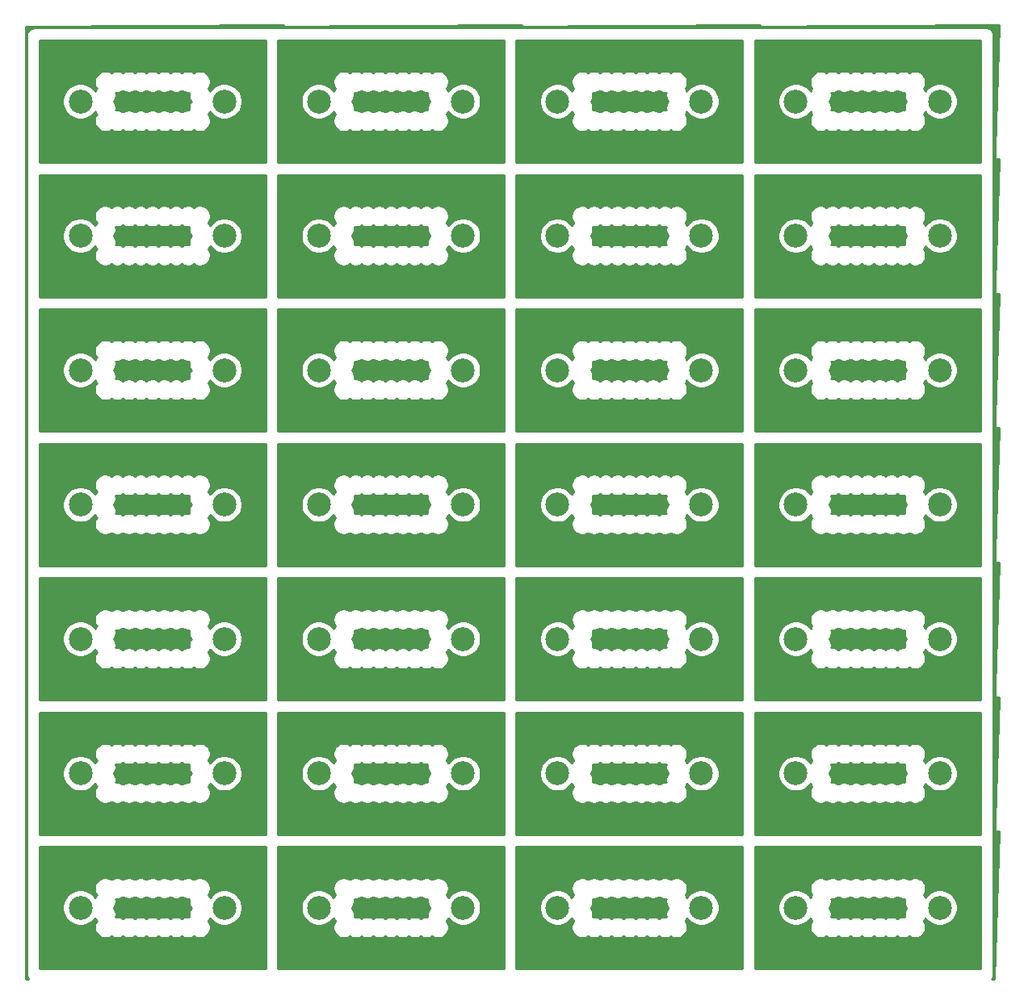
<source format=gbr>
G04 #@! TF.GenerationSoftware,KiCad,Pcbnew,5.1.5+dfsg1-2build2*
G04 #@! TF.CreationDate,2022-07-14T11:50:17-05:00*
G04 #@! TF.ProjectId,,58585858-5858-4585-9858-585858585858,rev?*
G04 #@! TF.SameCoordinates,Original*
G04 #@! TF.FileFunction,Copper,L2,Bot*
G04 #@! TF.FilePolarity,Positive*
%FSLAX46Y46*%
G04 Gerber Fmt 4.6, Leading zero omitted, Abs format (unit mm)*
G04 Created by KiCad (PCBNEW 5.1.5+dfsg1-2build2) date 2022-07-14 11:50:17*
%MOMM*%
%LPD*%
G04 APERTURE LIST*
%ADD10C,2.499360*%
%ADD11C,0.254000*%
G04 APERTURE END LIST*
D10*
X184173720Y-144533000D03*
X159173720Y-144533000D03*
X134173720Y-144533000D03*
X109173720Y-144533000D03*
X184173720Y-130433000D03*
X159173720Y-130433000D03*
X134173720Y-130433000D03*
X109173720Y-130433000D03*
X184173720Y-116333000D03*
X159173720Y-116333000D03*
X134173720Y-116333000D03*
X109173720Y-116333000D03*
X184173720Y-102233000D03*
X159173720Y-102233000D03*
X134173720Y-102233000D03*
X109173720Y-102233000D03*
X184173720Y-88133000D03*
X159173720Y-88133000D03*
X134173720Y-88133000D03*
X109173720Y-88133000D03*
X184173720Y-74033000D03*
X159173720Y-74033000D03*
X134173720Y-74033000D03*
X109173720Y-74033000D03*
X184173720Y-59933000D03*
X159173720Y-59933000D03*
X134173720Y-59933000D03*
X169073720Y-144533000D03*
X144073720Y-144533000D03*
X119073720Y-144533000D03*
X94073720Y-144533000D03*
X169073720Y-130433000D03*
X144073720Y-130433000D03*
X119073720Y-130433000D03*
X94073720Y-130433000D03*
X169073720Y-116333000D03*
X144073720Y-116333000D03*
X119073720Y-116333000D03*
X94073720Y-116333000D03*
X169073720Y-102233000D03*
X144073720Y-102233000D03*
X119073720Y-102233000D03*
X94073720Y-102233000D03*
X169073720Y-88133000D03*
X144073720Y-88133000D03*
X119073720Y-88133000D03*
X94073720Y-88133000D03*
X169073720Y-74033000D03*
X144073720Y-74033000D03*
X119073720Y-74033000D03*
X94073720Y-74033000D03*
X169073720Y-59933000D03*
X144073720Y-59933000D03*
X119073720Y-59933000D03*
X109173720Y-59933000D03*
X94073720Y-59933000D03*
D11*
G36*
X115333297Y-52223000D02*
G01*
X114156139Y-52223000D01*
X114123720Y-52219807D01*
X114091301Y-52223000D01*
X89156139Y-52223000D01*
X89123720Y-52219807D01*
X89091301Y-52223000D01*
X88994337Y-52232550D01*
X88869927Y-52270290D01*
X88755270Y-52331575D01*
X88654772Y-52414052D01*
X88572295Y-52514550D01*
X88511010Y-52629207D01*
X88473270Y-52753617D01*
X88460527Y-52883000D01*
X88463720Y-52915419D01*
X88463721Y-66950571D01*
X88460527Y-66983000D01*
X88463720Y-67015419D01*
X88463720Y-67396360D01*
X88326084Y-67396360D01*
X88341077Y-52074349D01*
X115342543Y-51918359D01*
X115333297Y-52223000D01*
G37*
X115333297Y-52223000D02*
X114156139Y-52223000D01*
X114123720Y-52219807D01*
X114091301Y-52223000D01*
X89156139Y-52223000D01*
X89123720Y-52219807D01*
X89091301Y-52223000D01*
X88994337Y-52232550D01*
X88869927Y-52270290D01*
X88755270Y-52331575D01*
X88654772Y-52414052D01*
X88572295Y-52514550D01*
X88511010Y-52629207D01*
X88473270Y-52753617D01*
X88460527Y-52883000D01*
X88463720Y-52915419D01*
X88463721Y-66950571D01*
X88460527Y-66983000D01*
X88463720Y-67015419D01*
X88463720Y-67396360D01*
X88326084Y-67396360D01*
X88341077Y-52074349D01*
X115342543Y-51918359D01*
X115333297Y-52223000D01*
G36*
X114905335Y-66323000D02*
G01*
X114783720Y-66323000D01*
X114783720Y-53543000D01*
X115293232Y-53543000D01*
X114905335Y-66323000D01*
G37*
X114905335Y-66323000D02*
X114783720Y-66323000D01*
X114783720Y-53543000D01*
X115293232Y-53543000D01*
X114905335Y-66323000D01*
G36*
X113463721Y-66323000D02*
G01*
X89783720Y-66323000D01*
X89783720Y-59747375D01*
X92189040Y-59747375D01*
X92189040Y-60118625D01*
X92261467Y-60482741D01*
X92403538Y-60825731D01*
X92609794Y-61134413D01*
X92872307Y-61396926D01*
X93180989Y-61603182D01*
X93523979Y-61745253D01*
X93888095Y-61817680D01*
X94259345Y-61817680D01*
X94623461Y-61745253D01*
X94966451Y-61603182D01*
X95275133Y-61396926D01*
X95537646Y-61134413D01*
X95611349Y-61024109D01*
X95667896Y-61160624D01*
X95763029Y-61303000D01*
X95667896Y-61445376D01*
X95582337Y-61651933D01*
X95538720Y-61871212D01*
X95538720Y-62094788D01*
X95582337Y-62314067D01*
X95667896Y-62520624D01*
X95792108Y-62706520D01*
X95950200Y-62864612D01*
X96136096Y-62988824D01*
X96342653Y-63074383D01*
X96561932Y-63118000D01*
X96785508Y-63118000D01*
X97004787Y-63074383D01*
X97211344Y-62988824D01*
X97292470Y-62934617D01*
X97373596Y-62988824D01*
X97580153Y-63074383D01*
X97799432Y-63118000D01*
X98023008Y-63118000D01*
X98242287Y-63074383D01*
X98448844Y-62988824D01*
X98529970Y-62934617D01*
X98611096Y-62988824D01*
X98817653Y-63074383D01*
X99036932Y-63118000D01*
X99260508Y-63118000D01*
X99479787Y-63074383D01*
X99686344Y-62988824D01*
X99767470Y-62934617D01*
X99848596Y-62988824D01*
X100055153Y-63074383D01*
X100274432Y-63118000D01*
X100498008Y-63118000D01*
X100717287Y-63074383D01*
X100923844Y-62988824D01*
X101004970Y-62934617D01*
X101086096Y-62988824D01*
X101292653Y-63074383D01*
X101511932Y-63118000D01*
X101735508Y-63118000D01*
X101954787Y-63074383D01*
X102161344Y-62988824D01*
X102242470Y-62934617D01*
X102323596Y-62988824D01*
X102530153Y-63074383D01*
X102749432Y-63118000D01*
X102973008Y-63118000D01*
X103192287Y-63074383D01*
X103398844Y-62988824D01*
X103479970Y-62934617D01*
X103561096Y-62988824D01*
X103767653Y-63074383D01*
X103986932Y-63118000D01*
X104210508Y-63118000D01*
X104429787Y-63074383D01*
X104636344Y-62988824D01*
X104717470Y-62934617D01*
X104798596Y-62988824D01*
X105005153Y-63074383D01*
X105224432Y-63118000D01*
X105448008Y-63118000D01*
X105667287Y-63074383D01*
X105873844Y-62988824D01*
X105954970Y-62934617D01*
X106036096Y-62988824D01*
X106242653Y-63074383D01*
X106461932Y-63118000D01*
X106685508Y-63118000D01*
X106904787Y-63074383D01*
X107111344Y-62988824D01*
X107297240Y-62864612D01*
X107455332Y-62706520D01*
X107579544Y-62520624D01*
X107665103Y-62314067D01*
X107708720Y-62094788D01*
X107708720Y-61871212D01*
X107665103Y-61651933D01*
X107579544Y-61445376D01*
X107484411Y-61303000D01*
X107579544Y-61160624D01*
X107636091Y-61024109D01*
X107709794Y-61134413D01*
X107972307Y-61396926D01*
X108280989Y-61603182D01*
X108623979Y-61745253D01*
X108988095Y-61817680D01*
X109359345Y-61817680D01*
X109723461Y-61745253D01*
X110066451Y-61603182D01*
X110375133Y-61396926D01*
X110637646Y-61134413D01*
X110843902Y-60825731D01*
X110985973Y-60482741D01*
X111058400Y-60118625D01*
X111058400Y-59747375D01*
X110985973Y-59383259D01*
X110843902Y-59040269D01*
X110637646Y-58731587D01*
X110375133Y-58469074D01*
X110066451Y-58262818D01*
X109723461Y-58120747D01*
X109359345Y-58048320D01*
X108988095Y-58048320D01*
X108623979Y-58120747D01*
X108280989Y-58262818D01*
X107972307Y-58469074D01*
X107709794Y-58731587D01*
X107636091Y-58841891D01*
X107579544Y-58705376D01*
X107484411Y-58563000D01*
X107579544Y-58420624D01*
X107665103Y-58214067D01*
X107708720Y-57994788D01*
X107708720Y-57771212D01*
X107665103Y-57551933D01*
X107579544Y-57345376D01*
X107455332Y-57159480D01*
X107297240Y-57001388D01*
X107111344Y-56877176D01*
X106904787Y-56791617D01*
X106685508Y-56748000D01*
X106461932Y-56748000D01*
X106242653Y-56791617D01*
X106036096Y-56877176D01*
X105954970Y-56931383D01*
X105873844Y-56877176D01*
X105667287Y-56791617D01*
X105448008Y-56748000D01*
X105224432Y-56748000D01*
X105005153Y-56791617D01*
X104798596Y-56877176D01*
X104717470Y-56931383D01*
X104636344Y-56877176D01*
X104429787Y-56791617D01*
X104210508Y-56748000D01*
X103986932Y-56748000D01*
X103767653Y-56791617D01*
X103561096Y-56877176D01*
X103479970Y-56931383D01*
X103398844Y-56877176D01*
X103192287Y-56791617D01*
X102973008Y-56748000D01*
X102749432Y-56748000D01*
X102530153Y-56791617D01*
X102323596Y-56877176D01*
X102242470Y-56931383D01*
X102161344Y-56877176D01*
X101954787Y-56791617D01*
X101735508Y-56748000D01*
X101511932Y-56748000D01*
X101292653Y-56791617D01*
X101086096Y-56877176D01*
X101004970Y-56931383D01*
X100923844Y-56877176D01*
X100717287Y-56791617D01*
X100498008Y-56748000D01*
X100274432Y-56748000D01*
X100055153Y-56791617D01*
X99848596Y-56877176D01*
X99767470Y-56931383D01*
X99686344Y-56877176D01*
X99479787Y-56791617D01*
X99260508Y-56748000D01*
X99036932Y-56748000D01*
X98817653Y-56791617D01*
X98611096Y-56877176D01*
X98529970Y-56931383D01*
X98448844Y-56877176D01*
X98242287Y-56791617D01*
X98023008Y-56748000D01*
X97799432Y-56748000D01*
X97580153Y-56791617D01*
X97373596Y-56877176D01*
X97292470Y-56931383D01*
X97211344Y-56877176D01*
X97004787Y-56791617D01*
X96785508Y-56748000D01*
X96561932Y-56748000D01*
X96342653Y-56791617D01*
X96136096Y-56877176D01*
X95950200Y-57001388D01*
X95792108Y-57159480D01*
X95667896Y-57345376D01*
X95582337Y-57551933D01*
X95538720Y-57771212D01*
X95538720Y-57994788D01*
X95582337Y-58214067D01*
X95667896Y-58420624D01*
X95763029Y-58563000D01*
X95667896Y-58705376D01*
X95611349Y-58841891D01*
X95537646Y-58731587D01*
X95275133Y-58469074D01*
X94966451Y-58262818D01*
X94623461Y-58120747D01*
X94259345Y-58048320D01*
X93888095Y-58048320D01*
X93523979Y-58120747D01*
X93180989Y-58262818D01*
X92872307Y-58469074D01*
X92609794Y-58731587D01*
X92403538Y-59040269D01*
X92261467Y-59383259D01*
X92189040Y-59747375D01*
X89783720Y-59747375D01*
X89783720Y-53543000D01*
X113463720Y-53543000D01*
X113463721Y-66323000D01*
G37*
X113463721Y-66323000D02*
X89783720Y-66323000D01*
X89783720Y-59747375D01*
X92189040Y-59747375D01*
X92189040Y-60118625D01*
X92261467Y-60482741D01*
X92403538Y-60825731D01*
X92609794Y-61134413D01*
X92872307Y-61396926D01*
X93180989Y-61603182D01*
X93523979Y-61745253D01*
X93888095Y-61817680D01*
X94259345Y-61817680D01*
X94623461Y-61745253D01*
X94966451Y-61603182D01*
X95275133Y-61396926D01*
X95537646Y-61134413D01*
X95611349Y-61024109D01*
X95667896Y-61160624D01*
X95763029Y-61303000D01*
X95667896Y-61445376D01*
X95582337Y-61651933D01*
X95538720Y-61871212D01*
X95538720Y-62094788D01*
X95582337Y-62314067D01*
X95667896Y-62520624D01*
X95792108Y-62706520D01*
X95950200Y-62864612D01*
X96136096Y-62988824D01*
X96342653Y-63074383D01*
X96561932Y-63118000D01*
X96785508Y-63118000D01*
X97004787Y-63074383D01*
X97211344Y-62988824D01*
X97292470Y-62934617D01*
X97373596Y-62988824D01*
X97580153Y-63074383D01*
X97799432Y-63118000D01*
X98023008Y-63118000D01*
X98242287Y-63074383D01*
X98448844Y-62988824D01*
X98529970Y-62934617D01*
X98611096Y-62988824D01*
X98817653Y-63074383D01*
X99036932Y-63118000D01*
X99260508Y-63118000D01*
X99479787Y-63074383D01*
X99686344Y-62988824D01*
X99767470Y-62934617D01*
X99848596Y-62988824D01*
X100055153Y-63074383D01*
X100274432Y-63118000D01*
X100498008Y-63118000D01*
X100717287Y-63074383D01*
X100923844Y-62988824D01*
X101004970Y-62934617D01*
X101086096Y-62988824D01*
X101292653Y-63074383D01*
X101511932Y-63118000D01*
X101735508Y-63118000D01*
X101954787Y-63074383D01*
X102161344Y-62988824D01*
X102242470Y-62934617D01*
X102323596Y-62988824D01*
X102530153Y-63074383D01*
X102749432Y-63118000D01*
X102973008Y-63118000D01*
X103192287Y-63074383D01*
X103398844Y-62988824D01*
X103479970Y-62934617D01*
X103561096Y-62988824D01*
X103767653Y-63074383D01*
X103986932Y-63118000D01*
X104210508Y-63118000D01*
X104429787Y-63074383D01*
X104636344Y-62988824D01*
X104717470Y-62934617D01*
X104798596Y-62988824D01*
X105005153Y-63074383D01*
X105224432Y-63118000D01*
X105448008Y-63118000D01*
X105667287Y-63074383D01*
X105873844Y-62988824D01*
X105954970Y-62934617D01*
X106036096Y-62988824D01*
X106242653Y-63074383D01*
X106461932Y-63118000D01*
X106685508Y-63118000D01*
X106904787Y-63074383D01*
X107111344Y-62988824D01*
X107297240Y-62864612D01*
X107455332Y-62706520D01*
X107579544Y-62520624D01*
X107665103Y-62314067D01*
X107708720Y-62094788D01*
X107708720Y-61871212D01*
X107665103Y-61651933D01*
X107579544Y-61445376D01*
X107484411Y-61303000D01*
X107579544Y-61160624D01*
X107636091Y-61024109D01*
X107709794Y-61134413D01*
X107972307Y-61396926D01*
X108280989Y-61603182D01*
X108623979Y-61745253D01*
X108988095Y-61817680D01*
X109359345Y-61817680D01*
X109723461Y-61745253D01*
X110066451Y-61603182D01*
X110375133Y-61396926D01*
X110637646Y-61134413D01*
X110843902Y-60825731D01*
X110985973Y-60482741D01*
X111058400Y-60118625D01*
X111058400Y-59747375D01*
X110985973Y-59383259D01*
X110843902Y-59040269D01*
X110637646Y-58731587D01*
X110375133Y-58469074D01*
X110066451Y-58262818D01*
X109723461Y-58120747D01*
X109359345Y-58048320D01*
X108988095Y-58048320D01*
X108623979Y-58120747D01*
X108280989Y-58262818D01*
X107972307Y-58469074D01*
X107709794Y-58731587D01*
X107636091Y-58841891D01*
X107579544Y-58705376D01*
X107484411Y-58563000D01*
X107579544Y-58420624D01*
X107665103Y-58214067D01*
X107708720Y-57994788D01*
X107708720Y-57771212D01*
X107665103Y-57551933D01*
X107579544Y-57345376D01*
X107455332Y-57159480D01*
X107297240Y-57001388D01*
X107111344Y-56877176D01*
X106904787Y-56791617D01*
X106685508Y-56748000D01*
X106461932Y-56748000D01*
X106242653Y-56791617D01*
X106036096Y-56877176D01*
X105954970Y-56931383D01*
X105873844Y-56877176D01*
X105667287Y-56791617D01*
X105448008Y-56748000D01*
X105224432Y-56748000D01*
X105005153Y-56791617D01*
X104798596Y-56877176D01*
X104717470Y-56931383D01*
X104636344Y-56877176D01*
X104429787Y-56791617D01*
X104210508Y-56748000D01*
X103986932Y-56748000D01*
X103767653Y-56791617D01*
X103561096Y-56877176D01*
X103479970Y-56931383D01*
X103398844Y-56877176D01*
X103192287Y-56791617D01*
X102973008Y-56748000D01*
X102749432Y-56748000D01*
X102530153Y-56791617D01*
X102323596Y-56877176D01*
X102242470Y-56931383D01*
X102161344Y-56877176D01*
X101954787Y-56791617D01*
X101735508Y-56748000D01*
X101511932Y-56748000D01*
X101292653Y-56791617D01*
X101086096Y-56877176D01*
X101004970Y-56931383D01*
X100923844Y-56877176D01*
X100717287Y-56791617D01*
X100498008Y-56748000D01*
X100274432Y-56748000D01*
X100055153Y-56791617D01*
X99848596Y-56877176D01*
X99767470Y-56931383D01*
X99686344Y-56877176D01*
X99479787Y-56791617D01*
X99260508Y-56748000D01*
X99036932Y-56748000D01*
X98817653Y-56791617D01*
X98611096Y-56877176D01*
X98529970Y-56931383D01*
X98448844Y-56877176D01*
X98242287Y-56791617D01*
X98023008Y-56748000D01*
X97799432Y-56748000D01*
X97580153Y-56791617D01*
X97373596Y-56877176D01*
X97292470Y-56931383D01*
X97211344Y-56877176D01*
X97004787Y-56791617D01*
X96785508Y-56748000D01*
X96561932Y-56748000D01*
X96342653Y-56791617D01*
X96136096Y-56877176D01*
X95950200Y-57001388D01*
X95792108Y-57159480D01*
X95667896Y-57345376D01*
X95582337Y-57551933D01*
X95538720Y-57771212D01*
X95538720Y-57994788D01*
X95582337Y-58214067D01*
X95667896Y-58420624D01*
X95763029Y-58563000D01*
X95667896Y-58705376D01*
X95611349Y-58841891D01*
X95537646Y-58731587D01*
X95275133Y-58469074D01*
X94966451Y-58262818D01*
X94623461Y-58120747D01*
X94259345Y-58048320D01*
X93888095Y-58048320D01*
X93523979Y-58120747D01*
X93180989Y-58262818D01*
X92872307Y-58469074D01*
X92609794Y-58731587D01*
X92403538Y-59040269D01*
X92261467Y-59383259D01*
X92189040Y-59747375D01*
X89783720Y-59747375D01*
X89783720Y-53543000D01*
X113463720Y-53543000D01*
X113463721Y-66323000D01*
G36*
X104798596Y-58888824D02*
G01*
X105005153Y-58974383D01*
X105224432Y-59018000D01*
X105448008Y-59018000D01*
X105461784Y-59015260D01*
X105438720Y-59131212D01*
X105438720Y-59354788D01*
X105482337Y-59574067D01*
X105567896Y-59780624D01*
X105669711Y-59933000D01*
X105567896Y-60085376D01*
X105482337Y-60291933D01*
X105438720Y-60511212D01*
X105438720Y-60734788D01*
X105461784Y-60850740D01*
X105448008Y-60848000D01*
X105224432Y-60848000D01*
X105005153Y-60891617D01*
X104798596Y-60977176D01*
X104717470Y-61031383D01*
X104636344Y-60977176D01*
X104429787Y-60891617D01*
X104210508Y-60848000D01*
X103986932Y-60848000D01*
X103767653Y-60891617D01*
X103561096Y-60977176D01*
X103479970Y-61031383D01*
X103398844Y-60977176D01*
X103192287Y-60891617D01*
X102973008Y-60848000D01*
X102749432Y-60848000D01*
X102530153Y-60891617D01*
X102323596Y-60977176D01*
X102242470Y-61031383D01*
X102161344Y-60977176D01*
X101954787Y-60891617D01*
X101735508Y-60848000D01*
X101511932Y-60848000D01*
X101292653Y-60891617D01*
X101086096Y-60977176D01*
X101004970Y-61031383D01*
X100923844Y-60977176D01*
X100717287Y-60891617D01*
X100498008Y-60848000D01*
X100274432Y-60848000D01*
X100055153Y-60891617D01*
X99848596Y-60977176D01*
X99767470Y-61031383D01*
X99686344Y-60977176D01*
X99479787Y-60891617D01*
X99260508Y-60848000D01*
X99036932Y-60848000D01*
X98817653Y-60891617D01*
X98611096Y-60977176D01*
X98529970Y-61031383D01*
X98448844Y-60977176D01*
X98242287Y-60891617D01*
X98023008Y-60848000D01*
X97799432Y-60848000D01*
X97785656Y-60850740D01*
X97808720Y-60734788D01*
X97808720Y-60511212D01*
X97765103Y-60291933D01*
X97679544Y-60085376D01*
X97577729Y-59933000D01*
X97679544Y-59780624D01*
X97765103Y-59574067D01*
X97808720Y-59354788D01*
X97808720Y-59131212D01*
X97785656Y-59015260D01*
X97799432Y-59018000D01*
X98023008Y-59018000D01*
X98242287Y-58974383D01*
X98448844Y-58888824D01*
X98529970Y-58834617D01*
X98611096Y-58888824D01*
X98817653Y-58974383D01*
X99036932Y-59018000D01*
X99260508Y-59018000D01*
X99479787Y-58974383D01*
X99686344Y-58888824D01*
X99767470Y-58834617D01*
X99848596Y-58888824D01*
X100055153Y-58974383D01*
X100274432Y-59018000D01*
X100498008Y-59018000D01*
X100717287Y-58974383D01*
X100923844Y-58888824D01*
X101004970Y-58834617D01*
X101086096Y-58888824D01*
X101292653Y-58974383D01*
X101511932Y-59018000D01*
X101735508Y-59018000D01*
X101954787Y-58974383D01*
X102161344Y-58888824D01*
X102242470Y-58834617D01*
X102323596Y-58888824D01*
X102530153Y-58974383D01*
X102749432Y-59018000D01*
X102973008Y-59018000D01*
X103192287Y-58974383D01*
X103398844Y-58888824D01*
X103479970Y-58834617D01*
X103561096Y-58888824D01*
X103767653Y-58974383D01*
X103986932Y-59018000D01*
X104210508Y-59018000D01*
X104429787Y-58974383D01*
X104636344Y-58888824D01*
X104717470Y-58834617D01*
X104798596Y-58888824D01*
G37*
X104798596Y-58888824D02*
X105005153Y-58974383D01*
X105224432Y-59018000D01*
X105448008Y-59018000D01*
X105461784Y-59015260D01*
X105438720Y-59131212D01*
X105438720Y-59354788D01*
X105482337Y-59574067D01*
X105567896Y-59780624D01*
X105669711Y-59933000D01*
X105567896Y-60085376D01*
X105482337Y-60291933D01*
X105438720Y-60511212D01*
X105438720Y-60734788D01*
X105461784Y-60850740D01*
X105448008Y-60848000D01*
X105224432Y-60848000D01*
X105005153Y-60891617D01*
X104798596Y-60977176D01*
X104717470Y-61031383D01*
X104636344Y-60977176D01*
X104429787Y-60891617D01*
X104210508Y-60848000D01*
X103986932Y-60848000D01*
X103767653Y-60891617D01*
X103561096Y-60977176D01*
X103479970Y-61031383D01*
X103398844Y-60977176D01*
X103192287Y-60891617D01*
X102973008Y-60848000D01*
X102749432Y-60848000D01*
X102530153Y-60891617D01*
X102323596Y-60977176D01*
X102242470Y-61031383D01*
X102161344Y-60977176D01*
X101954787Y-60891617D01*
X101735508Y-60848000D01*
X101511932Y-60848000D01*
X101292653Y-60891617D01*
X101086096Y-60977176D01*
X101004970Y-61031383D01*
X100923844Y-60977176D01*
X100717287Y-60891617D01*
X100498008Y-60848000D01*
X100274432Y-60848000D01*
X100055153Y-60891617D01*
X99848596Y-60977176D01*
X99767470Y-61031383D01*
X99686344Y-60977176D01*
X99479787Y-60891617D01*
X99260508Y-60848000D01*
X99036932Y-60848000D01*
X98817653Y-60891617D01*
X98611096Y-60977176D01*
X98529970Y-61031383D01*
X98448844Y-60977176D01*
X98242287Y-60891617D01*
X98023008Y-60848000D01*
X97799432Y-60848000D01*
X97785656Y-60850740D01*
X97808720Y-60734788D01*
X97808720Y-60511212D01*
X97765103Y-60291933D01*
X97679544Y-60085376D01*
X97577729Y-59933000D01*
X97679544Y-59780624D01*
X97765103Y-59574067D01*
X97808720Y-59354788D01*
X97808720Y-59131212D01*
X97785656Y-59015260D01*
X97799432Y-59018000D01*
X98023008Y-59018000D01*
X98242287Y-58974383D01*
X98448844Y-58888824D01*
X98529970Y-58834617D01*
X98611096Y-58888824D01*
X98817653Y-58974383D01*
X99036932Y-59018000D01*
X99260508Y-59018000D01*
X99479787Y-58974383D01*
X99686344Y-58888824D01*
X99767470Y-58834617D01*
X99848596Y-58888824D01*
X100055153Y-58974383D01*
X100274432Y-59018000D01*
X100498008Y-59018000D01*
X100717287Y-58974383D01*
X100923844Y-58888824D01*
X101004970Y-58834617D01*
X101086096Y-58888824D01*
X101292653Y-58974383D01*
X101511932Y-59018000D01*
X101735508Y-59018000D01*
X101954787Y-58974383D01*
X102161344Y-58888824D01*
X102242470Y-58834617D01*
X102323596Y-58888824D01*
X102530153Y-58974383D01*
X102749432Y-59018000D01*
X102973008Y-59018000D01*
X103192287Y-58974383D01*
X103398844Y-58888824D01*
X103479970Y-58834617D01*
X103561096Y-58888824D01*
X103767653Y-58974383D01*
X103986932Y-59018000D01*
X104210508Y-59018000D01*
X104429787Y-58974383D01*
X104636344Y-58888824D01*
X104717470Y-58834617D01*
X104798596Y-58888824D01*
G36*
X113463721Y-66323000D02*
G01*
X113327134Y-66323000D01*
X113339640Y-53543000D01*
X113463720Y-53543000D01*
X113463721Y-66323000D01*
G37*
X113463721Y-66323000D02*
X113327134Y-66323000D01*
X113339640Y-53543000D01*
X113463720Y-53543000D01*
X113463721Y-66323000D01*
G36*
X139905335Y-66323000D02*
G01*
X139783720Y-66323000D01*
X139783720Y-53543000D01*
X140293232Y-53543000D01*
X139905335Y-66323000D01*
G37*
X139905335Y-66323000D02*
X139783720Y-66323000D01*
X139783720Y-53543000D01*
X140293232Y-53543000D01*
X139905335Y-66323000D01*
G36*
X138463721Y-66323000D02*
G01*
X114783720Y-66323000D01*
X114783720Y-59747375D01*
X117189040Y-59747375D01*
X117189040Y-60118625D01*
X117261467Y-60482741D01*
X117403538Y-60825731D01*
X117609794Y-61134413D01*
X117872307Y-61396926D01*
X118180989Y-61603182D01*
X118523979Y-61745253D01*
X118888095Y-61817680D01*
X119259345Y-61817680D01*
X119623461Y-61745253D01*
X119966451Y-61603182D01*
X120275133Y-61396926D01*
X120537646Y-61134413D01*
X120611349Y-61024109D01*
X120667896Y-61160624D01*
X120763029Y-61303000D01*
X120667896Y-61445376D01*
X120582337Y-61651933D01*
X120538720Y-61871212D01*
X120538720Y-62094788D01*
X120582337Y-62314067D01*
X120667896Y-62520624D01*
X120792108Y-62706520D01*
X120950200Y-62864612D01*
X121136096Y-62988824D01*
X121342653Y-63074383D01*
X121561932Y-63118000D01*
X121785508Y-63118000D01*
X122004787Y-63074383D01*
X122211344Y-62988824D01*
X122292470Y-62934617D01*
X122373596Y-62988824D01*
X122580153Y-63074383D01*
X122799432Y-63118000D01*
X123023008Y-63118000D01*
X123242287Y-63074383D01*
X123448844Y-62988824D01*
X123529970Y-62934617D01*
X123611096Y-62988824D01*
X123817653Y-63074383D01*
X124036932Y-63118000D01*
X124260508Y-63118000D01*
X124479787Y-63074383D01*
X124686344Y-62988824D01*
X124767470Y-62934617D01*
X124848596Y-62988824D01*
X125055153Y-63074383D01*
X125274432Y-63118000D01*
X125498008Y-63118000D01*
X125717287Y-63074383D01*
X125923844Y-62988824D01*
X126004970Y-62934617D01*
X126086096Y-62988824D01*
X126292653Y-63074383D01*
X126511932Y-63118000D01*
X126735508Y-63118000D01*
X126954787Y-63074383D01*
X127161344Y-62988824D01*
X127242470Y-62934617D01*
X127323596Y-62988824D01*
X127530153Y-63074383D01*
X127749432Y-63118000D01*
X127973008Y-63118000D01*
X128192287Y-63074383D01*
X128398844Y-62988824D01*
X128479970Y-62934617D01*
X128561096Y-62988824D01*
X128767653Y-63074383D01*
X128986932Y-63118000D01*
X129210508Y-63118000D01*
X129429787Y-63074383D01*
X129636344Y-62988824D01*
X129717470Y-62934617D01*
X129798596Y-62988824D01*
X130005153Y-63074383D01*
X130224432Y-63118000D01*
X130448008Y-63118000D01*
X130667287Y-63074383D01*
X130873844Y-62988824D01*
X130954970Y-62934617D01*
X131036096Y-62988824D01*
X131242653Y-63074383D01*
X131461932Y-63118000D01*
X131685508Y-63118000D01*
X131904787Y-63074383D01*
X132111344Y-62988824D01*
X132297240Y-62864612D01*
X132455332Y-62706520D01*
X132579544Y-62520624D01*
X132665103Y-62314067D01*
X132708720Y-62094788D01*
X132708720Y-61871212D01*
X132665103Y-61651933D01*
X132579544Y-61445376D01*
X132484411Y-61303000D01*
X132579544Y-61160624D01*
X132636091Y-61024109D01*
X132709794Y-61134413D01*
X132972307Y-61396926D01*
X133280989Y-61603182D01*
X133623979Y-61745253D01*
X133988095Y-61817680D01*
X134359345Y-61817680D01*
X134723461Y-61745253D01*
X135066451Y-61603182D01*
X135375133Y-61396926D01*
X135637646Y-61134413D01*
X135843902Y-60825731D01*
X135985973Y-60482741D01*
X136058400Y-60118625D01*
X136058400Y-59747375D01*
X135985973Y-59383259D01*
X135843902Y-59040269D01*
X135637646Y-58731587D01*
X135375133Y-58469074D01*
X135066451Y-58262818D01*
X134723461Y-58120747D01*
X134359345Y-58048320D01*
X133988095Y-58048320D01*
X133623979Y-58120747D01*
X133280989Y-58262818D01*
X132972307Y-58469074D01*
X132709794Y-58731587D01*
X132636091Y-58841891D01*
X132579544Y-58705376D01*
X132484411Y-58563000D01*
X132579544Y-58420624D01*
X132665103Y-58214067D01*
X132708720Y-57994788D01*
X132708720Y-57771212D01*
X132665103Y-57551933D01*
X132579544Y-57345376D01*
X132455332Y-57159480D01*
X132297240Y-57001388D01*
X132111344Y-56877176D01*
X131904787Y-56791617D01*
X131685508Y-56748000D01*
X131461932Y-56748000D01*
X131242653Y-56791617D01*
X131036096Y-56877176D01*
X130954970Y-56931383D01*
X130873844Y-56877176D01*
X130667287Y-56791617D01*
X130448008Y-56748000D01*
X130224432Y-56748000D01*
X130005153Y-56791617D01*
X129798596Y-56877176D01*
X129717470Y-56931383D01*
X129636344Y-56877176D01*
X129429787Y-56791617D01*
X129210508Y-56748000D01*
X128986932Y-56748000D01*
X128767653Y-56791617D01*
X128561096Y-56877176D01*
X128479970Y-56931383D01*
X128398844Y-56877176D01*
X128192287Y-56791617D01*
X127973008Y-56748000D01*
X127749432Y-56748000D01*
X127530153Y-56791617D01*
X127323596Y-56877176D01*
X127242470Y-56931383D01*
X127161344Y-56877176D01*
X126954787Y-56791617D01*
X126735508Y-56748000D01*
X126511932Y-56748000D01*
X126292653Y-56791617D01*
X126086096Y-56877176D01*
X126004970Y-56931383D01*
X125923844Y-56877176D01*
X125717287Y-56791617D01*
X125498008Y-56748000D01*
X125274432Y-56748000D01*
X125055153Y-56791617D01*
X124848596Y-56877176D01*
X124767470Y-56931383D01*
X124686344Y-56877176D01*
X124479787Y-56791617D01*
X124260508Y-56748000D01*
X124036932Y-56748000D01*
X123817653Y-56791617D01*
X123611096Y-56877176D01*
X123529970Y-56931383D01*
X123448844Y-56877176D01*
X123242287Y-56791617D01*
X123023008Y-56748000D01*
X122799432Y-56748000D01*
X122580153Y-56791617D01*
X122373596Y-56877176D01*
X122292470Y-56931383D01*
X122211344Y-56877176D01*
X122004787Y-56791617D01*
X121785508Y-56748000D01*
X121561932Y-56748000D01*
X121342653Y-56791617D01*
X121136096Y-56877176D01*
X120950200Y-57001388D01*
X120792108Y-57159480D01*
X120667896Y-57345376D01*
X120582337Y-57551933D01*
X120538720Y-57771212D01*
X120538720Y-57994788D01*
X120582337Y-58214067D01*
X120667896Y-58420624D01*
X120763029Y-58563000D01*
X120667896Y-58705376D01*
X120611349Y-58841891D01*
X120537646Y-58731587D01*
X120275133Y-58469074D01*
X119966451Y-58262818D01*
X119623461Y-58120747D01*
X119259345Y-58048320D01*
X118888095Y-58048320D01*
X118523979Y-58120747D01*
X118180989Y-58262818D01*
X117872307Y-58469074D01*
X117609794Y-58731587D01*
X117403538Y-59040269D01*
X117261467Y-59383259D01*
X117189040Y-59747375D01*
X114783720Y-59747375D01*
X114783720Y-53543000D01*
X138463720Y-53543000D01*
X138463721Y-66323000D01*
G37*
X138463721Y-66323000D02*
X114783720Y-66323000D01*
X114783720Y-59747375D01*
X117189040Y-59747375D01*
X117189040Y-60118625D01*
X117261467Y-60482741D01*
X117403538Y-60825731D01*
X117609794Y-61134413D01*
X117872307Y-61396926D01*
X118180989Y-61603182D01*
X118523979Y-61745253D01*
X118888095Y-61817680D01*
X119259345Y-61817680D01*
X119623461Y-61745253D01*
X119966451Y-61603182D01*
X120275133Y-61396926D01*
X120537646Y-61134413D01*
X120611349Y-61024109D01*
X120667896Y-61160624D01*
X120763029Y-61303000D01*
X120667896Y-61445376D01*
X120582337Y-61651933D01*
X120538720Y-61871212D01*
X120538720Y-62094788D01*
X120582337Y-62314067D01*
X120667896Y-62520624D01*
X120792108Y-62706520D01*
X120950200Y-62864612D01*
X121136096Y-62988824D01*
X121342653Y-63074383D01*
X121561932Y-63118000D01*
X121785508Y-63118000D01*
X122004787Y-63074383D01*
X122211344Y-62988824D01*
X122292470Y-62934617D01*
X122373596Y-62988824D01*
X122580153Y-63074383D01*
X122799432Y-63118000D01*
X123023008Y-63118000D01*
X123242287Y-63074383D01*
X123448844Y-62988824D01*
X123529970Y-62934617D01*
X123611096Y-62988824D01*
X123817653Y-63074383D01*
X124036932Y-63118000D01*
X124260508Y-63118000D01*
X124479787Y-63074383D01*
X124686344Y-62988824D01*
X124767470Y-62934617D01*
X124848596Y-62988824D01*
X125055153Y-63074383D01*
X125274432Y-63118000D01*
X125498008Y-63118000D01*
X125717287Y-63074383D01*
X125923844Y-62988824D01*
X126004970Y-62934617D01*
X126086096Y-62988824D01*
X126292653Y-63074383D01*
X126511932Y-63118000D01*
X126735508Y-63118000D01*
X126954787Y-63074383D01*
X127161344Y-62988824D01*
X127242470Y-62934617D01*
X127323596Y-62988824D01*
X127530153Y-63074383D01*
X127749432Y-63118000D01*
X127973008Y-63118000D01*
X128192287Y-63074383D01*
X128398844Y-62988824D01*
X128479970Y-62934617D01*
X128561096Y-62988824D01*
X128767653Y-63074383D01*
X128986932Y-63118000D01*
X129210508Y-63118000D01*
X129429787Y-63074383D01*
X129636344Y-62988824D01*
X129717470Y-62934617D01*
X129798596Y-62988824D01*
X130005153Y-63074383D01*
X130224432Y-63118000D01*
X130448008Y-63118000D01*
X130667287Y-63074383D01*
X130873844Y-62988824D01*
X130954970Y-62934617D01*
X131036096Y-62988824D01*
X131242653Y-63074383D01*
X131461932Y-63118000D01*
X131685508Y-63118000D01*
X131904787Y-63074383D01*
X132111344Y-62988824D01*
X132297240Y-62864612D01*
X132455332Y-62706520D01*
X132579544Y-62520624D01*
X132665103Y-62314067D01*
X132708720Y-62094788D01*
X132708720Y-61871212D01*
X132665103Y-61651933D01*
X132579544Y-61445376D01*
X132484411Y-61303000D01*
X132579544Y-61160624D01*
X132636091Y-61024109D01*
X132709794Y-61134413D01*
X132972307Y-61396926D01*
X133280989Y-61603182D01*
X133623979Y-61745253D01*
X133988095Y-61817680D01*
X134359345Y-61817680D01*
X134723461Y-61745253D01*
X135066451Y-61603182D01*
X135375133Y-61396926D01*
X135637646Y-61134413D01*
X135843902Y-60825731D01*
X135985973Y-60482741D01*
X136058400Y-60118625D01*
X136058400Y-59747375D01*
X135985973Y-59383259D01*
X135843902Y-59040269D01*
X135637646Y-58731587D01*
X135375133Y-58469074D01*
X135066451Y-58262818D01*
X134723461Y-58120747D01*
X134359345Y-58048320D01*
X133988095Y-58048320D01*
X133623979Y-58120747D01*
X133280989Y-58262818D01*
X132972307Y-58469074D01*
X132709794Y-58731587D01*
X132636091Y-58841891D01*
X132579544Y-58705376D01*
X132484411Y-58563000D01*
X132579544Y-58420624D01*
X132665103Y-58214067D01*
X132708720Y-57994788D01*
X132708720Y-57771212D01*
X132665103Y-57551933D01*
X132579544Y-57345376D01*
X132455332Y-57159480D01*
X132297240Y-57001388D01*
X132111344Y-56877176D01*
X131904787Y-56791617D01*
X131685508Y-56748000D01*
X131461932Y-56748000D01*
X131242653Y-56791617D01*
X131036096Y-56877176D01*
X130954970Y-56931383D01*
X130873844Y-56877176D01*
X130667287Y-56791617D01*
X130448008Y-56748000D01*
X130224432Y-56748000D01*
X130005153Y-56791617D01*
X129798596Y-56877176D01*
X129717470Y-56931383D01*
X129636344Y-56877176D01*
X129429787Y-56791617D01*
X129210508Y-56748000D01*
X128986932Y-56748000D01*
X128767653Y-56791617D01*
X128561096Y-56877176D01*
X128479970Y-56931383D01*
X128398844Y-56877176D01*
X128192287Y-56791617D01*
X127973008Y-56748000D01*
X127749432Y-56748000D01*
X127530153Y-56791617D01*
X127323596Y-56877176D01*
X127242470Y-56931383D01*
X127161344Y-56877176D01*
X126954787Y-56791617D01*
X126735508Y-56748000D01*
X126511932Y-56748000D01*
X126292653Y-56791617D01*
X126086096Y-56877176D01*
X126004970Y-56931383D01*
X125923844Y-56877176D01*
X125717287Y-56791617D01*
X125498008Y-56748000D01*
X125274432Y-56748000D01*
X125055153Y-56791617D01*
X124848596Y-56877176D01*
X124767470Y-56931383D01*
X124686344Y-56877176D01*
X124479787Y-56791617D01*
X124260508Y-56748000D01*
X124036932Y-56748000D01*
X123817653Y-56791617D01*
X123611096Y-56877176D01*
X123529970Y-56931383D01*
X123448844Y-56877176D01*
X123242287Y-56791617D01*
X123023008Y-56748000D01*
X122799432Y-56748000D01*
X122580153Y-56791617D01*
X122373596Y-56877176D01*
X122292470Y-56931383D01*
X122211344Y-56877176D01*
X122004787Y-56791617D01*
X121785508Y-56748000D01*
X121561932Y-56748000D01*
X121342653Y-56791617D01*
X121136096Y-56877176D01*
X120950200Y-57001388D01*
X120792108Y-57159480D01*
X120667896Y-57345376D01*
X120582337Y-57551933D01*
X120538720Y-57771212D01*
X120538720Y-57994788D01*
X120582337Y-58214067D01*
X120667896Y-58420624D01*
X120763029Y-58563000D01*
X120667896Y-58705376D01*
X120611349Y-58841891D01*
X120537646Y-58731587D01*
X120275133Y-58469074D01*
X119966451Y-58262818D01*
X119623461Y-58120747D01*
X119259345Y-58048320D01*
X118888095Y-58048320D01*
X118523979Y-58120747D01*
X118180989Y-58262818D01*
X117872307Y-58469074D01*
X117609794Y-58731587D01*
X117403538Y-59040269D01*
X117261467Y-59383259D01*
X117189040Y-59747375D01*
X114783720Y-59747375D01*
X114783720Y-53543000D01*
X138463720Y-53543000D01*
X138463721Y-66323000D01*
G36*
X129798596Y-58888824D02*
G01*
X130005153Y-58974383D01*
X130224432Y-59018000D01*
X130448008Y-59018000D01*
X130461784Y-59015260D01*
X130438720Y-59131212D01*
X130438720Y-59354788D01*
X130482337Y-59574067D01*
X130567896Y-59780624D01*
X130669711Y-59933000D01*
X130567896Y-60085376D01*
X130482337Y-60291933D01*
X130438720Y-60511212D01*
X130438720Y-60734788D01*
X130461784Y-60850740D01*
X130448008Y-60848000D01*
X130224432Y-60848000D01*
X130005153Y-60891617D01*
X129798596Y-60977176D01*
X129717470Y-61031383D01*
X129636344Y-60977176D01*
X129429787Y-60891617D01*
X129210508Y-60848000D01*
X128986932Y-60848000D01*
X128767653Y-60891617D01*
X128561096Y-60977176D01*
X128479970Y-61031383D01*
X128398844Y-60977176D01*
X128192287Y-60891617D01*
X127973008Y-60848000D01*
X127749432Y-60848000D01*
X127530153Y-60891617D01*
X127323596Y-60977176D01*
X127242470Y-61031383D01*
X127161344Y-60977176D01*
X126954787Y-60891617D01*
X126735508Y-60848000D01*
X126511932Y-60848000D01*
X126292653Y-60891617D01*
X126086096Y-60977176D01*
X126004970Y-61031383D01*
X125923844Y-60977176D01*
X125717287Y-60891617D01*
X125498008Y-60848000D01*
X125274432Y-60848000D01*
X125055153Y-60891617D01*
X124848596Y-60977176D01*
X124767470Y-61031383D01*
X124686344Y-60977176D01*
X124479787Y-60891617D01*
X124260508Y-60848000D01*
X124036932Y-60848000D01*
X123817653Y-60891617D01*
X123611096Y-60977176D01*
X123529970Y-61031383D01*
X123448844Y-60977176D01*
X123242287Y-60891617D01*
X123023008Y-60848000D01*
X122799432Y-60848000D01*
X122785656Y-60850740D01*
X122808720Y-60734788D01*
X122808720Y-60511212D01*
X122765103Y-60291933D01*
X122679544Y-60085376D01*
X122577729Y-59933000D01*
X122679544Y-59780624D01*
X122765103Y-59574067D01*
X122808720Y-59354788D01*
X122808720Y-59131212D01*
X122785656Y-59015260D01*
X122799432Y-59018000D01*
X123023008Y-59018000D01*
X123242287Y-58974383D01*
X123448844Y-58888824D01*
X123529970Y-58834617D01*
X123611096Y-58888824D01*
X123817653Y-58974383D01*
X124036932Y-59018000D01*
X124260508Y-59018000D01*
X124479787Y-58974383D01*
X124686344Y-58888824D01*
X124767470Y-58834617D01*
X124848596Y-58888824D01*
X125055153Y-58974383D01*
X125274432Y-59018000D01*
X125498008Y-59018000D01*
X125717287Y-58974383D01*
X125923844Y-58888824D01*
X126004970Y-58834617D01*
X126086096Y-58888824D01*
X126292653Y-58974383D01*
X126511932Y-59018000D01*
X126735508Y-59018000D01*
X126954787Y-58974383D01*
X127161344Y-58888824D01*
X127242470Y-58834617D01*
X127323596Y-58888824D01*
X127530153Y-58974383D01*
X127749432Y-59018000D01*
X127973008Y-59018000D01*
X128192287Y-58974383D01*
X128398844Y-58888824D01*
X128479970Y-58834617D01*
X128561096Y-58888824D01*
X128767653Y-58974383D01*
X128986932Y-59018000D01*
X129210508Y-59018000D01*
X129429787Y-58974383D01*
X129636344Y-58888824D01*
X129717470Y-58834617D01*
X129798596Y-58888824D01*
G37*
X129798596Y-58888824D02*
X130005153Y-58974383D01*
X130224432Y-59018000D01*
X130448008Y-59018000D01*
X130461784Y-59015260D01*
X130438720Y-59131212D01*
X130438720Y-59354788D01*
X130482337Y-59574067D01*
X130567896Y-59780624D01*
X130669711Y-59933000D01*
X130567896Y-60085376D01*
X130482337Y-60291933D01*
X130438720Y-60511212D01*
X130438720Y-60734788D01*
X130461784Y-60850740D01*
X130448008Y-60848000D01*
X130224432Y-60848000D01*
X130005153Y-60891617D01*
X129798596Y-60977176D01*
X129717470Y-61031383D01*
X129636344Y-60977176D01*
X129429787Y-60891617D01*
X129210508Y-60848000D01*
X128986932Y-60848000D01*
X128767653Y-60891617D01*
X128561096Y-60977176D01*
X128479970Y-61031383D01*
X128398844Y-60977176D01*
X128192287Y-60891617D01*
X127973008Y-60848000D01*
X127749432Y-60848000D01*
X127530153Y-60891617D01*
X127323596Y-60977176D01*
X127242470Y-61031383D01*
X127161344Y-60977176D01*
X126954787Y-60891617D01*
X126735508Y-60848000D01*
X126511932Y-60848000D01*
X126292653Y-60891617D01*
X126086096Y-60977176D01*
X126004970Y-61031383D01*
X125923844Y-60977176D01*
X125717287Y-60891617D01*
X125498008Y-60848000D01*
X125274432Y-60848000D01*
X125055153Y-60891617D01*
X124848596Y-60977176D01*
X124767470Y-61031383D01*
X124686344Y-60977176D01*
X124479787Y-60891617D01*
X124260508Y-60848000D01*
X124036932Y-60848000D01*
X123817653Y-60891617D01*
X123611096Y-60977176D01*
X123529970Y-61031383D01*
X123448844Y-60977176D01*
X123242287Y-60891617D01*
X123023008Y-60848000D01*
X122799432Y-60848000D01*
X122785656Y-60850740D01*
X122808720Y-60734788D01*
X122808720Y-60511212D01*
X122765103Y-60291933D01*
X122679544Y-60085376D01*
X122577729Y-59933000D01*
X122679544Y-59780624D01*
X122765103Y-59574067D01*
X122808720Y-59354788D01*
X122808720Y-59131212D01*
X122785656Y-59015260D01*
X122799432Y-59018000D01*
X123023008Y-59018000D01*
X123242287Y-58974383D01*
X123448844Y-58888824D01*
X123529970Y-58834617D01*
X123611096Y-58888824D01*
X123817653Y-58974383D01*
X124036932Y-59018000D01*
X124260508Y-59018000D01*
X124479787Y-58974383D01*
X124686344Y-58888824D01*
X124767470Y-58834617D01*
X124848596Y-58888824D01*
X125055153Y-58974383D01*
X125274432Y-59018000D01*
X125498008Y-59018000D01*
X125717287Y-58974383D01*
X125923844Y-58888824D01*
X126004970Y-58834617D01*
X126086096Y-58888824D01*
X126292653Y-58974383D01*
X126511932Y-59018000D01*
X126735508Y-59018000D01*
X126954787Y-58974383D01*
X127161344Y-58888824D01*
X127242470Y-58834617D01*
X127323596Y-58888824D01*
X127530153Y-58974383D01*
X127749432Y-59018000D01*
X127973008Y-59018000D01*
X128192287Y-58974383D01*
X128398844Y-58888824D01*
X128479970Y-58834617D01*
X128561096Y-58888824D01*
X128767653Y-58974383D01*
X128986932Y-59018000D01*
X129210508Y-59018000D01*
X129429787Y-58974383D01*
X129636344Y-58888824D01*
X129717470Y-58834617D01*
X129798596Y-58888824D01*
G36*
X140333297Y-52223000D02*
G01*
X139156139Y-52223000D01*
X139123720Y-52219807D01*
X139091301Y-52223000D01*
X114156139Y-52223000D01*
X114123720Y-52219807D01*
X114091301Y-52223000D01*
X113340932Y-52223000D01*
X113341077Y-52074349D01*
X140342543Y-51918359D01*
X140333297Y-52223000D01*
G37*
X140333297Y-52223000D02*
X139156139Y-52223000D01*
X139123720Y-52219807D01*
X139091301Y-52223000D01*
X114156139Y-52223000D01*
X114123720Y-52219807D01*
X114091301Y-52223000D01*
X113340932Y-52223000D01*
X113341077Y-52074349D01*
X140342543Y-51918359D01*
X140333297Y-52223000D01*
G36*
X138463721Y-66323000D02*
G01*
X138327134Y-66323000D01*
X138339640Y-53543000D01*
X138463720Y-53543000D01*
X138463721Y-66323000D01*
G37*
X138463721Y-66323000D02*
X138327134Y-66323000D01*
X138339640Y-53543000D01*
X138463720Y-53543000D01*
X138463721Y-66323000D01*
G36*
X164905335Y-66323000D02*
G01*
X164783720Y-66323000D01*
X164783720Y-53543000D01*
X165293232Y-53543000D01*
X164905335Y-66323000D01*
G37*
X164905335Y-66323000D02*
X164783720Y-66323000D01*
X164783720Y-53543000D01*
X165293232Y-53543000D01*
X164905335Y-66323000D01*
G36*
X163463721Y-66323000D02*
G01*
X139783720Y-66323000D01*
X139783720Y-59747375D01*
X142189040Y-59747375D01*
X142189040Y-60118625D01*
X142261467Y-60482741D01*
X142403538Y-60825731D01*
X142609794Y-61134413D01*
X142872307Y-61396926D01*
X143180989Y-61603182D01*
X143523979Y-61745253D01*
X143888095Y-61817680D01*
X144259345Y-61817680D01*
X144623461Y-61745253D01*
X144966451Y-61603182D01*
X145275133Y-61396926D01*
X145537646Y-61134413D01*
X145611349Y-61024109D01*
X145667896Y-61160624D01*
X145763029Y-61303000D01*
X145667896Y-61445376D01*
X145582337Y-61651933D01*
X145538720Y-61871212D01*
X145538720Y-62094788D01*
X145582337Y-62314067D01*
X145667896Y-62520624D01*
X145792108Y-62706520D01*
X145950200Y-62864612D01*
X146136096Y-62988824D01*
X146342653Y-63074383D01*
X146561932Y-63118000D01*
X146785508Y-63118000D01*
X147004787Y-63074383D01*
X147211344Y-62988824D01*
X147292470Y-62934617D01*
X147373596Y-62988824D01*
X147580153Y-63074383D01*
X147799432Y-63118000D01*
X148023008Y-63118000D01*
X148242287Y-63074383D01*
X148448844Y-62988824D01*
X148529970Y-62934617D01*
X148611096Y-62988824D01*
X148817653Y-63074383D01*
X149036932Y-63118000D01*
X149260508Y-63118000D01*
X149479787Y-63074383D01*
X149686344Y-62988824D01*
X149767470Y-62934617D01*
X149848596Y-62988824D01*
X150055153Y-63074383D01*
X150274432Y-63118000D01*
X150498008Y-63118000D01*
X150717287Y-63074383D01*
X150923844Y-62988824D01*
X151004970Y-62934617D01*
X151086096Y-62988824D01*
X151292653Y-63074383D01*
X151511932Y-63118000D01*
X151735508Y-63118000D01*
X151954787Y-63074383D01*
X152161344Y-62988824D01*
X152242470Y-62934617D01*
X152323596Y-62988824D01*
X152530153Y-63074383D01*
X152749432Y-63118000D01*
X152973008Y-63118000D01*
X153192287Y-63074383D01*
X153398844Y-62988824D01*
X153479970Y-62934617D01*
X153561096Y-62988824D01*
X153767653Y-63074383D01*
X153986932Y-63118000D01*
X154210508Y-63118000D01*
X154429787Y-63074383D01*
X154636344Y-62988824D01*
X154717470Y-62934617D01*
X154798596Y-62988824D01*
X155005153Y-63074383D01*
X155224432Y-63118000D01*
X155448008Y-63118000D01*
X155667287Y-63074383D01*
X155873844Y-62988824D01*
X155954970Y-62934617D01*
X156036096Y-62988824D01*
X156242653Y-63074383D01*
X156461932Y-63118000D01*
X156685508Y-63118000D01*
X156904787Y-63074383D01*
X157111344Y-62988824D01*
X157297240Y-62864612D01*
X157455332Y-62706520D01*
X157579544Y-62520624D01*
X157665103Y-62314067D01*
X157708720Y-62094788D01*
X157708720Y-61871212D01*
X157665103Y-61651933D01*
X157579544Y-61445376D01*
X157484411Y-61303000D01*
X157579544Y-61160624D01*
X157636091Y-61024109D01*
X157709794Y-61134413D01*
X157972307Y-61396926D01*
X158280989Y-61603182D01*
X158623979Y-61745253D01*
X158988095Y-61817680D01*
X159359345Y-61817680D01*
X159723461Y-61745253D01*
X160066451Y-61603182D01*
X160375133Y-61396926D01*
X160637646Y-61134413D01*
X160843902Y-60825731D01*
X160985973Y-60482741D01*
X161058400Y-60118625D01*
X161058400Y-59747375D01*
X160985973Y-59383259D01*
X160843902Y-59040269D01*
X160637646Y-58731587D01*
X160375133Y-58469074D01*
X160066451Y-58262818D01*
X159723461Y-58120747D01*
X159359345Y-58048320D01*
X158988095Y-58048320D01*
X158623979Y-58120747D01*
X158280989Y-58262818D01*
X157972307Y-58469074D01*
X157709794Y-58731587D01*
X157636091Y-58841891D01*
X157579544Y-58705376D01*
X157484411Y-58563000D01*
X157579544Y-58420624D01*
X157665103Y-58214067D01*
X157708720Y-57994788D01*
X157708720Y-57771212D01*
X157665103Y-57551933D01*
X157579544Y-57345376D01*
X157455332Y-57159480D01*
X157297240Y-57001388D01*
X157111344Y-56877176D01*
X156904787Y-56791617D01*
X156685508Y-56748000D01*
X156461932Y-56748000D01*
X156242653Y-56791617D01*
X156036096Y-56877176D01*
X155954970Y-56931383D01*
X155873844Y-56877176D01*
X155667287Y-56791617D01*
X155448008Y-56748000D01*
X155224432Y-56748000D01*
X155005153Y-56791617D01*
X154798596Y-56877176D01*
X154717470Y-56931383D01*
X154636344Y-56877176D01*
X154429787Y-56791617D01*
X154210508Y-56748000D01*
X153986932Y-56748000D01*
X153767653Y-56791617D01*
X153561096Y-56877176D01*
X153479970Y-56931383D01*
X153398844Y-56877176D01*
X153192287Y-56791617D01*
X152973008Y-56748000D01*
X152749432Y-56748000D01*
X152530153Y-56791617D01*
X152323596Y-56877176D01*
X152242470Y-56931383D01*
X152161344Y-56877176D01*
X151954787Y-56791617D01*
X151735508Y-56748000D01*
X151511932Y-56748000D01*
X151292653Y-56791617D01*
X151086096Y-56877176D01*
X151004970Y-56931383D01*
X150923844Y-56877176D01*
X150717287Y-56791617D01*
X150498008Y-56748000D01*
X150274432Y-56748000D01*
X150055153Y-56791617D01*
X149848596Y-56877176D01*
X149767470Y-56931383D01*
X149686344Y-56877176D01*
X149479787Y-56791617D01*
X149260508Y-56748000D01*
X149036932Y-56748000D01*
X148817653Y-56791617D01*
X148611096Y-56877176D01*
X148529970Y-56931383D01*
X148448844Y-56877176D01*
X148242287Y-56791617D01*
X148023008Y-56748000D01*
X147799432Y-56748000D01*
X147580153Y-56791617D01*
X147373596Y-56877176D01*
X147292470Y-56931383D01*
X147211344Y-56877176D01*
X147004787Y-56791617D01*
X146785508Y-56748000D01*
X146561932Y-56748000D01*
X146342653Y-56791617D01*
X146136096Y-56877176D01*
X145950200Y-57001388D01*
X145792108Y-57159480D01*
X145667896Y-57345376D01*
X145582337Y-57551933D01*
X145538720Y-57771212D01*
X145538720Y-57994788D01*
X145582337Y-58214067D01*
X145667896Y-58420624D01*
X145763029Y-58563000D01*
X145667896Y-58705376D01*
X145611349Y-58841891D01*
X145537646Y-58731587D01*
X145275133Y-58469074D01*
X144966451Y-58262818D01*
X144623461Y-58120747D01*
X144259345Y-58048320D01*
X143888095Y-58048320D01*
X143523979Y-58120747D01*
X143180989Y-58262818D01*
X142872307Y-58469074D01*
X142609794Y-58731587D01*
X142403538Y-59040269D01*
X142261467Y-59383259D01*
X142189040Y-59747375D01*
X139783720Y-59747375D01*
X139783720Y-53543000D01*
X163463720Y-53543000D01*
X163463721Y-66323000D01*
G37*
X163463721Y-66323000D02*
X139783720Y-66323000D01*
X139783720Y-59747375D01*
X142189040Y-59747375D01*
X142189040Y-60118625D01*
X142261467Y-60482741D01*
X142403538Y-60825731D01*
X142609794Y-61134413D01*
X142872307Y-61396926D01*
X143180989Y-61603182D01*
X143523979Y-61745253D01*
X143888095Y-61817680D01*
X144259345Y-61817680D01*
X144623461Y-61745253D01*
X144966451Y-61603182D01*
X145275133Y-61396926D01*
X145537646Y-61134413D01*
X145611349Y-61024109D01*
X145667896Y-61160624D01*
X145763029Y-61303000D01*
X145667896Y-61445376D01*
X145582337Y-61651933D01*
X145538720Y-61871212D01*
X145538720Y-62094788D01*
X145582337Y-62314067D01*
X145667896Y-62520624D01*
X145792108Y-62706520D01*
X145950200Y-62864612D01*
X146136096Y-62988824D01*
X146342653Y-63074383D01*
X146561932Y-63118000D01*
X146785508Y-63118000D01*
X147004787Y-63074383D01*
X147211344Y-62988824D01*
X147292470Y-62934617D01*
X147373596Y-62988824D01*
X147580153Y-63074383D01*
X147799432Y-63118000D01*
X148023008Y-63118000D01*
X148242287Y-63074383D01*
X148448844Y-62988824D01*
X148529970Y-62934617D01*
X148611096Y-62988824D01*
X148817653Y-63074383D01*
X149036932Y-63118000D01*
X149260508Y-63118000D01*
X149479787Y-63074383D01*
X149686344Y-62988824D01*
X149767470Y-62934617D01*
X149848596Y-62988824D01*
X150055153Y-63074383D01*
X150274432Y-63118000D01*
X150498008Y-63118000D01*
X150717287Y-63074383D01*
X150923844Y-62988824D01*
X151004970Y-62934617D01*
X151086096Y-62988824D01*
X151292653Y-63074383D01*
X151511932Y-63118000D01*
X151735508Y-63118000D01*
X151954787Y-63074383D01*
X152161344Y-62988824D01*
X152242470Y-62934617D01*
X152323596Y-62988824D01*
X152530153Y-63074383D01*
X152749432Y-63118000D01*
X152973008Y-63118000D01*
X153192287Y-63074383D01*
X153398844Y-62988824D01*
X153479970Y-62934617D01*
X153561096Y-62988824D01*
X153767653Y-63074383D01*
X153986932Y-63118000D01*
X154210508Y-63118000D01*
X154429787Y-63074383D01*
X154636344Y-62988824D01*
X154717470Y-62934617D01*
X154798596Y-62988824D01*
X155005153Y-63074383D01*
X155224432Y-63118000D01*
X155448008Y-63118000D01*
X155667287Y-63074383D01*
X155873844Y-62988824D01*
X155954970Y-62934617D01*
X156036096Y-62988824D01*
X156242653Y-63074383D01*
X156461932Y-63118000D01*
X156685508Y-63118000D01*
X156904787Y-63074383D01*
X157111344Y-62988824D01*
X157297240Y-62864612D01*
X157455332Y-62706520D01*
X157579544Y-62520624D01*
X157665103Y-62314067D01*
X157708720Y-62094788D01*
X157708720Y-61871212D01*
X157665103Y-61651933D01*
X157579544Y-61445376D01*
X157484411Y-61303000D01*
X157579544Y-61160624D01*
X157636091Y-61024109D01*
X157709794Y-61134413D01*
X157972307Y-61396926D01*
X158280989Y-61603182D01*
X158623979Y-61745253D01*
X158988095Y-61817680D01*
X159359345Y-61817680D01*
X159723461Y-61745253D01*
X160066451Y-61603182D01*
X160375133Y-61396926D01*
X160637646Y-61134413D01*
X160843902Y-60825731D01*
X160985973Y-60482741D01*
X161058400Y-60118625D01*
X161058400Y-59747375D01*
X160985973Y-59383259D01*
X160843902Y-59040269D01*
X160637646Y-58731587D01*
X160375133Y-58469074D01*
X160066451Y-58262818D01*
X159723461Y-58120747D01*
X159359345Y-58048320D01*
X158988095Y-58048320D01*
X158623979Y-58120747D01*
X158280989Y-58262818D01*
X157972307Y-58469074D01*
X157709794Y-58731587D01*
X157636091Y-58841891D01*
X157579544Y-58705376D01*
X157484411Y-58563000D01*
X157579544Y-58420624D01*
X157665103Y-58214067D01*
X157708720Y-57994788D01*
X157708720Y-57771212D01*
X157665103Y-57551933D01*
X157579544Y-57345376D01*
X157455332Y-57159480D01*
X157297240Y-57001388D01*
X157111344Y-56877176D01*
X156904787Y-56791617D01*
X156685508Y-56748000D01*
X156461932Y-56748000D01*
X156242653Y-56791617D01*
X156036096Y-56877176D01*
X155954970Y-56931383D01*
X155873844Y-56877176D01*
X155667287Y-56791617D01*
X155448008Y-56748000D01*
X155224432Y-56748000D01*
X155005153Y-56791617D01*
X154798596Y-56877176D01*
X154717470Y-56931383D01*
X154636344Y-56877176D01*
X154429787Y-56791617D01*
X154210508Y-56748000D01*
X153986932Y-56748000D01*
X153767653Y-56791617D01*
X153561096Y-56877176D01*
X153479970Y-56931383D01*
X153398844Y-56877176D01*
X153192287Y-56791617D01*
X152973008Y-56748000D01*
X152749432Y-56748000D01*
X152530153Y-56791617D01*
X152323596Y-56877176D01*
X152242470Y-56931383D01*
X152161344Y-56877176D01*
X151954787Y-56791617D01*
X151735508Y-56748000D01*
X151511932Y-56748000D01*
X151292653Y-56791617D01*
X151086096Y-56877176D01*
X151004970Y-56931383D01*
X150923844Y-56877176D01*
X150717287Y-56791617D01*
X150498008Y-56748000D01*
X150274432Y-56748000D01*
X150055153Y-56791617D01*
X149848596Y-56877176D01*
X149767470Y-56931383D01*
X149686344Y-56877176D01*
X149479787Y-56791617D01*
X149260508Y-56748000D01*
X149036932Y-56748000D01*
X148817653Y-56791617D01*
X148611096Y-56877176D01*
X148529970Y-56931383D01*
X148448844Y-56877176D01*
X148242287Y-56791617D01*
X148023008Y-56748000D01*
X147799432Y-56748000D01*
X147580153Y-56791617D01*
X147373596Y-56877176D01*
X147292470Y-56931383D01*
X147211344Y-56877176D01*
X147004787Y-56791617D01*
X146785508Y-56748000D01*
X146561932Y-56748000D01*
X146342653Y-56791617D01*
X146136096Y-56877176D01*
X145950200Y-57001388D01*
X145792108Y-57159480D01*
X145667896Y-57345376D01*
X145582337Y-57551933D01*
X145538720Y-57771212D01*
X145538720Y-57994788D01*
X145582337Y-58214067D01*
X145667896Y-58420624D01*
X145763029Y-58563000D01*
X145667896Y-58705376D01*
X145611349Y-58841891D01*
X145537646Y-58731587D01*
X145275133Y-58469074D01*
X144966451Y-58262818D01*
X144623461Y-58120747D01*
X144259345Y-58048320D01*
X143888095Y-58048320D01*
X143523979Y-58120747D01*
X143180989Y-58262818D01*
X142872307Y-58469074D01*
X142609794Y-58731587D01*
X142403538Y-59040269D01*
X142261467Y-59383259D01*
X142189040Y-59747375D01*
X139783720Y-59747375D01*
X139783720Y-53543000D01*
X163463720Y-53543000D01*
X163463721Y-66323000D01*
G36*
X154798596Y-58888824D02*
G01*
X155005153Y-58974383D01*
X155224432Y-59018000D01*
X155448008Y-59018000D01*
X155461784Y-59015260D01*
X155438720Y-59131212D01*
X155438720Y-59354788D01*
X155482337Y-59574067D01*
X155567896Y-59780624D01*
X155669711Y-59933000D01*
X155567896Y-60085376D01*
X155482337Y-60291933D01*
X155438720Y-60511212D01*
X155438720Y-60734788D01*
X155461784Y-60850740D01*
X155448008Y-60848000D01*
X155224432Y-60848000D01*
X155005153Y-60891617D01*
X154798596Y-60977176D01*
X154717470Y-61031383D01*
X154636344Y-60977176D01*
X154429787Y-60891617D01*
X154210508Y-60848000D01*
X153986932Y-60848000D01*
X153767653Y-60891617D01*
X153561096Y-60977176D01*
X153479970Y-61031383D01*
X153398844Y-60977176D01*
X153192287Y-60891617D01*
X152973008Y-60848000D01*
X152749432Y-60848000D01*
X152530153Y-60891617D01*
X152323596Y-60977176D01*
X152242470Y-61031383D01*
X152161344Y-60977176D01*
X151954787Y-60891617D01*
X151735508Y-60848000D01*
X151511932Y-60848000D01*
X151292653Y-60891617D01*
X151086096Y-60977176D01*
X151004970Y-61031383D01*
X150923844Y-60977176D01*
X150717287Y-60891617D01*
X150498008Y-60848000D01*
X150274432Y-60848000D01*
X150055153Y-60891617D01*
X149848596Y-60977176D01*
X149767470Y-61031383D01*
X149686344Y-60977176D01*
X149479787Y-60891617D01*
X149260508Y-60848000D01*
X149036932Y-60848000D01*
X148817653Y-60891617D01*
X148611096Y-60977176D01*
X148529970Y-61031383D01*
X148448844Y-60977176D01*
X148242287Y-60891617D01*
X148023008Y-60848000D01*
X147799432Y-60848000D01*
X147785656Y-60850740D01*
X147808720Y-60734788D01*
X147808720Y-60511212D01*
X147765103Y-60291933D01*
X147679544Y-60085376D01*
X147577729Y-59933000D01*
X147679544Y-59780624D01*
X147765103Y-59574067D01*
X147808720Y-59354788D01*
X147808720Y-59131212D01*
X147785656Y-59015260D01*
X147799432Y-59018000D01*
X148023008Y-59018000D01*
X148242287Y-58974383D01*
X148448844Y-58888824D01*
X148529970Y-58834617D01*
X148611096Y-58888824D01*
X148817653Y-58974383D01*
X149036932Y-59018000D01*
X149260508Y-59018000D01*
X149479787Y-58974383D01*
X149686344Y-58888824D01*
X149767470Y-58834617D01*
X149848596Y-58888824D01*
X150055153Y-58974383D01*
X150274432Y-59018000D01*
X150498008Y-59018000D01*
X150717287Y-58974383D01*
X150923844Y-58888824D01*
X151004970Y-58834617D01*
X151086096Y-58888824D01*
X151292653Y-58974383D01*
X151511932Y-59018000D01*
X151735508Y-59018000D01*
X151954787Y-58974383D01*
X152161344Y-58888824D01*
X152242470Y-58834617D01*
X152323596Y-58888824D01*
X152530153Y-58974383D01*
X152749432Y-59018000D01*
X152973008Y-59018000D01*
X153192287Y-58974383D01*
X153398844Y-58888824D01*
X153479970Y-58834617D01*
X153561096Y-58888824D01*
X153767653Y-58974383D01*
X153986932Y-59018000D01*
X154210508Y-59018000D01*
X154429787Y-58974383D01*
X154636344Y-58888824D01*
X154717470Y-58834617D01*
X154798596Y-58888824D01*
G37*
X154798596Y-58888824D02*
X155005153Y-58974383D01*
X155224432Y-59018000D01*
X155448008Y-59018000D01*
X155461784Y-59015260D01*
X155438720Y-59131212D01*
X155438720Y-59354788D01*
X155482337Y-59574067D01*
X155567896Y-59780624D01*
X155669711Y-59933000D01*
X155567896Y-60085376D01*
X155482337Y-60291933D01*
X155438720Y-60511212D01*
X155438720Y-60734788D01*
X155461784Y-60850740D01*
X155448008Y-60848000D01*
X155224432Y-60848000D01*
X155005153Y-60891617D01*
X154798596Y-60977176D01*
X154717470Y-61031383D01*
X154636344Y-60977176D01*
X154429787Y-60891617D01*
X154210508Y-60848000D01*
X153986932Y-60848000D01*
X153767653Y-60891617D01*
X153561096Y-60977176D01*
X153479970Y-61031383D01*
X153398844Y-60977176D01*
X153192287Y-60891617D01*
X152973008Y-60848000D01*
X152749432Y-60848000D01*
X152530153Y-60891617D01*
X152323596Y-60977176D01*
X152242470Y-61031383D01*
X152161344Y-60977176D01*
X151954787Y-60891617D01*
X151735508Y-60848000D01*
X151511932Y-60848000D01*
X151292653Y-60891617D01*
X151086096Y-60977176D01*
X151004970Y-61031383D01*
X150923844Y-60977176D01*
X150717287Y-60891617D01*
X150498008Y-60848000D01*
X150274432Y-60848000D01*
X150055153Y-60891617D01*
X149848596Y-60977176D01*
X149767470Y-61031383D01*
X149686344Y-60977176D01*
X149479787Y-60891617D01*
X149260508Y-60848000D01*
X149036932Y-60848000D01*
X148817653Y-60891617D01*
X148611096Y-60977176D01*
X148529970Y-61031383D01*
X148448844Y-60977176D01*
X148242287Y-60891617D01*
X148023008Y-60848000D01*
X147799432Y-60848000D01*
X147785656Y-60850740D01*
X147808720Y-60734788D01*
X147808720Y-60511212D01*
X147765103Y-60291933D01*
X147679544Y-60085376D01*
X147577729Y-59933000D01*
X147679544Y-59780624D01*
X147765103Y-59574067D01*
X147808720Y-59354788D01*
X147808720Y-59131212D01*
X147785656Y-59015260D01*
X147799432Y-59018000D01*
X148023008Y-59018000D01*
X148242287Y-58974383D01*
X148448844Y-58888824D01*
X148529970Y-58834617D01*
X148611096Y-58888824D01*
X148817653Y-58974383D01*
X149036932Y-59018000D01*
X149260508Y-59018000D01*
X149479787Y-58974383D01*
X149686344Y-58888824D01*
X149767470Y-58834617D01*
X149848596Y-58888824D01*
X150055153Y-58974383D01*
X150274432Y-59018000D01*
X150498008Y-59018000D01*
X150717287Y-58974383D01*
X150923844Y-58888824D01*
X151004970Y-58834617D01*
X151086096Y-58888824D01*
X151292653Y-58974383D01*
X151511932Y-59018000D01*
X151735508Y-59018000D01*
X151954787Y-58974383D01*
X152161344Y-58888824D01*
X152242470Y-58834617D01*
X152323596Y-58888824D01*
X152530153Y-58974383D01*
X152749432Y-59018000D01*
X152973008Y-59018000D01*
X153192287Y-58974383D01*
X153398844Y-58888824D01*
X153479970Y-58834617D01*
X153561096Y-58888824D01*
X153767653Y-58974383D01*
X153986932Y-59018000D01*
X154210508Y-59018000D01*
X154429787Y-58974383D01*
X154636344Y-58888824D01*
X154717470Y-58834617D01*
X154798596Y-58888824D01*
G36*
X165333297Y-52223000D02*
G01*
X164156139Y-52223000D01*
X164123720Y-52219807D01*
X164091301Y-52223000D01*
X139156139Y-52223000D01*
X139123720Y-52219807D01*
X139091301Y-52223000D01*
X138340932Y-52223000D01*
X138341077Y-52074349D01*
X165342543Y-51918359D01*
X165333297Y-52223000D01*
G37*
X165333297Y-52223000D02*
X164156139Y-52223000D01*
X164123720Y-52219807D01*
X164091301Y-52223000D01*
X139156139Y-52223000D01*
X139123720Y-52219807D01*
X139091301Y-52223000D01*
X138340932Y-52223000D01*
X138341077Y-52074349D01*
X165342543Y-51918359D01*
X165333297Y-52223000D01*
G36*
X189872756Y-67396360D02*
G01*
X189783720Y-67396360D01*
X189783720Y-67015419D01*
X189786913Y-66983000D01*
X189783720Y-66950581D01*
X189783720Y-52915419D01*
X189786913Y-52883000D01*
X189774170Y-52753617D01*
X189736430Y-52629207D01*
X189675145Y-52514550D01*
X189592668Y-52414052D01*
X189492170Y-52331575D01*
X189377513Y-52270290D01*
X189253103Y-52232550D01*
X189156139Y-52223000D01*
X189123720Y-52219807D01*
X189091301Y-52223000D01*
X164156139Y-52223000D01*
X164123720Y-52219807D01*
X164091301Y-52223000D01*
X163340932Y-52223000D01*
X163341077Y-52074349D01*
X190342543Y-51918359D01*
X189872756Y-67396360D01*
G37*
X189872756Y-67396360D02*
X189783720Y-67396360D01*
X189783720Y-67015419D01*
X189786913Y-66983000D01*
X189783720Y-66950581D01*
X189783720Y-52915419D01*
X189786913Y-52883000D01*
X189774170Y-52753617D01*
X189736430Y-52629207D01*
X189675145Y-52514550D01*
X189592668Y-52414052D01*
X189492170Y-52331575D01*
X189377513Y-52270290D01*
X189253103Y-52232550D01*
X189156139Y-52223000D01*
X189123720Y-52219807D01*
X189091301Y-52223000D01*
X164156139Y-52223000D01*
X164123720Y-52219807D01*
X164091301Y-52223000D01*
X163340932Y-52223000D01*
X163341077Y-52074349D01*
X190342543Y-51918359D01*
X189872756Y-67396360D01*
G36*
X163463721Y-66323000D02*
G01*
X163327134Y-66323000D01*
X163339640Y-53543000D01*
X163463720Y-53543000D01*
X163463721Y-66323000D01*
G37*
X163463721Y-66323000D02*
X163327134Y-66323000D01*
X163339640Y-53543000D01*
X163463720Y-53543000D01*
X163463721Y-66323000D01*
G36*
X188463721Y-66323000D02*
G01*
X164783720Y-66323000D01*
X164783720Y-59747375D01*
X167189040Y-59747375D01*
X167189040Y-60118625D01*
X167261467Y-60482741D01*
X167403538Y-60825731D01*
X167609794Y-61134413D01*
X167872307Y-61396926D01*
X168180989Y-61603182D01*
X168523979Y-61745253D01*
X168888095Y-61817680D01*
X169259345Y-61817680D01*
X169623461Y-61745253D01*
X169966451Y-61603182D01*
X170275133Y-61396926D01*
X170537646Y-61134413D01*
X170611349Y-61024109D01*
X170667896Y-61160624D01*
X170763029Y-61303000D01*
X170667896Y-61445376D01*
X170582337Y-61651933D01*
X170538720Y-61871212D01*
X170538720Y-62094788D01*
X170582337Y-62314067D01*
X170667896Y-62520624D01*
X170792108Y-62706520D01*
X170950200Y-62864612D01*
X171136096Y-62988824D01*
X171342653Y-63074383D01*
X171561932Y-63118000D01*
X171785508Y-63118000D01*
X172004787Y-63074383D01*
X172211344Y-62988824D01*
X172292470Y-62934617D01*
X172373596Y-62988824D01*
X172580153Y-63074383D01*
X172799432Y-63118000D01*
X173023008Y-63118000D01*
X173242287Y-63074383D01*
X173448844Y-62988824D01*
X173529970Y-62934617D01*
X173611096Y-62988824D01*
X173817653Y-63074383D01*
X174036932Y-63118000D01*
X174260508Y-63118000D01*
X174479787Y-63074383D01*
X174686344Y-62988824D01*
X174767470Y-62934617D01*
X174848596Y-62988824D01*
X175055153Y-63074383D01*
X175274432Y-63118000D01*
X175498008Y-63118000D01*
X175717287Y-63074383D01*
X175923844Y-62988824D01*
X176004970Y-62934617D01*
X176086096Y-62988824D01*
X176292653Y-63074383D01*
X176511932Y-63118000D01*
X176735508Y-63118000D01*
X176954787Y-63074383D01*
X177161344Y-62988824D01*
X177242470Y-62934617D01*
X177323596Y-62988824D01*
X177530153Y-63074383D01*
X177749432Y-63118000D01*
X177973008Y-63118000D01*
X178192287Y-63074383D01*
X178398844Y-62988824D01*
X178479970Y-62934617D01*
X178561096Y-62988824D01*
X178767653Y-63074383D01*
X178986932Y-63118000D01*
X179210508Y-63118000D01*
X179429787Y-63074383D01*
X179636344Y-62988824D01*
X179717470Y-62934617D01*
X179798596Y-62988824D01*
X180005153Y-63074383D01*
X180224432Y-63118000D01*
X180448008Y-63118000D01*
X180667287Y-63074383D01*
X180873844Y-62988824D01*
X180954970Y-62934617D01*
X181036096Y-62988824D01*
X181242653Y-63074383D01*
X181461932Y-63118000D01*
X181685508Y-63118000D01*
X181904787Y-63074383D01*
X182111344Y-62988824D01*
X182297240Y-62864612D01*
X182455332Y-62706520D01*
X182579544Y-62520624D01*
X182665103Y-62314067D01*
X182708720Y-62094788D01*
X182708720Y-61871212D01*
X182665103Y-61651933D01*
X182579544Y-61445376D01*
X182484411Y-61303000D01*
X182579544Y-61160624D01*
X182636091Y-61024109D01*
X182709794Y-61134413D01*
X182972307Y-61396926D01*
X183280989Y-61603182D01*
X183623979Y-61745253D01*
X183988095Y-61817680D01*
X184359345Y-61817680D01*
X184723461Y-61745253D01*
X185066451Y-61603182D01*
X185375133Y-61396926D01*
X185637646Y-61134413D01*
X185843902Y-60825731D01*
X185985973Y-60482741D01*
X186058400Y-60118625D01*
X186058400Y-59747375D01*
X185985973Y-59383259D01*
X185843902Y-59040269D01*
X185637646Y-58731587D01*
X185375133Y-58469074D01*
X185066451Y-58262818D01*
X184723461Y-58120747D01*
X184359345Y-58048320D01*
X183988095Y-58048320D01*
X183623979Y-58120747D01*
X183280989Y-58262818D01*
X182972307Y-58469074D01*
X182709794Y-58731587D01*
X182636091Y-58841891D01*
X182579544Y-58705376D01*
X182484411Y-58563000D01*
X182579544Y-58420624D01*
X182665103Y-58214067D01*
X182708720Y-57994788D01*
X182708720Y-57771212D01*
X182665103Y-57551933D01*
X182579544Y-57345376D01*
X182455332Y-57159480D01*
X182297240Y-57001388D01*
X182111344Y-56877176D01*
X181904787Y-56791617D01*
X181685508Y-56748000D01*
X181461932Y-56748000D01*
X181242653Y-56791617D01*
X181036096Y-56877176D01*
X180954970Y-56931383D01*
X180873844Y-56877176D01*
X180667287Y-56791617D01*
X180448008Y-56748000D01*
X180224432Y-56748000D01*
X180005153Y-56791617D01*
X179798596Y-56877176D01*
X179717470Y-56931383D01*
X179636344Y-56877176D01*
X179429787Y-56791617D01*
X179210508Y-56748000D01*
X178986932Y-56748000D01*
X178767653Y-56791617D01*
X178561096Y-56877176D01*
X178479970Y-56931383D01*
X178398844Y-56877176D01*
X178192287Y-56791617D01*
X177973008Y-56748000D01*
X177749432Y-56748000D01*
X177530153Y-56791617D01*
X177323596Y-56877176D01*
X177242470Y-56931383D01*
X177161344Y-56877176D01*
X176954787Y-56791617D01*
X176735508Y-56748000D01*
X176511932Y-56748000D01*
X176292653Y-56791617D01*
X176086096Y-56877176D01*
X176004970Y-56931383D01*
X175923844Y-56877176D01*
X175717287Y-56791617D01*
X175498008Y-56748000D01*
X175274432Y-56748000D01*
X175055153Y-56791617D01*
X174848596Y-56877176D01*
X174767470Y-56931383D01*
X174686344Y-56877176D01*
X174479787Y-56791617D01*
X174260508Y-56748000D01*
X174036932Y-56748000D01*
X173817653Y-56791617D01*
X173611096Y-56877176D01*
X173529970Y-56931383D01*
X173448844Y-56877176D01*
X173242287Y-56791617D01*
X173023008Y-56748000D01*
X172799432Y-56748000D01*
X172580153Y-56791617D01*
X172373596Y-56877176D01*
X172292470Y-56931383D01*
X172211344Y-56877176D01*
X172004787Y-56791617D01*
X171785508Y-56748000D01*
X171561932Y-56748000D01*
X171342653Y-56791617D01*
X171136096Y-56877176D01*
X170950200Y-57001388D01*
X170792108Y-57159480D01*
X170667896Y-57345376D01*
X170582337Y-57551933D01*
X170538720Y-57771212D01*
X170538720Y-57994788D01*
X170582337Y-58214067D01*
X170667896Y-58420624D01*
X170763029Y-58563000D01*
X170667896Y-58705376D01*
X170611349Y-58841891D01*
X170537646Y-58731587D01*
X170275133Y-58469074D01*
X169966451Y-58262818D01*
X169623461Y-58120747D01*
X169259345Y-58048320D01*
X168888095Y-58048320D01*
X168523979Y-58120747D01*
X168180989Y-58262818D01*
X167872307Y-58469074D01*
X167609794Y-58731587D01*
X167403538Y-59040269D01*
X167261467Y-59383259D01*
X167189040Y-59747375D01*
X164783720Y-59747375D01*
X164783720Y-53543000D01*
X188463720Y-53543000D01*
X188463721Y-66323000D01*
G37*
X188463721Y-66323000D02*
X164783720Y-66323000D01*
X164783720Y-59747375D01*
X167189040Y-59747375D01*
X167189040Y-60118625D01*
X167261467Y-60482741D01*
X167403538Y-60825731D01*
X167609794Y-61134413D01*
X167872307Y-61396926D01*
X168180989Y-61603182D01*
X168523979Y-61745253D01*
X168888095Y-61817680D01*
X169259345Y-61817680D01*
X169623461Y-61745253D01*
X169966451Y-61603182D01*
X170275133Y-61396926D01*
X170537646Y-61134413D01*
X170611349Y-61024109D01*
X170667896Y-61160624D01*
X170763029Y-61303000D01*
X170667896Y-61445376D01*
X170582337Y-61651933D01*
X170538720Y-61871212D01*
X170538720Y-62094788D01*
X170582337Y-62314067D01*
X170667896Y-62520624D01*
X170792108Y-62706520D01*
X170950200Y-62864612D01*
X171136096Y-62988824D01*
X171342653Y-63074383D01*
X171561932Y-63118000D01*
X171785508Y-63118000D01*
X172004787Y-63074383D01*
X172211344Y-62988824D01*
X172292470Y-62934617D01*
X172373596Y-62988824D01*
X172580153Y-63074383D01*
X172799432Y-63118000D01*
X173023008Y-63118000D01*
X173242287Y-63074383D01*
X173448844Y-62988824D01*
X173529970Y-62934617D01*
X173611096Y-62988824D01*
X173817653Y-63074383D01*
X174036932Y-63118000D01*
X174260508Y-63118000D01*
X174479787Y-63074383D01*
X174686344Y-62988824D01*
X174767470Y-62934617D01*
X174848596Y-62988824D01*
X175055153Y-63074383D01*
X175274432Y-63118000D01*
X175498008Y-63118000D01*
X175717287Y-63074383D01*
X175923844Y-62988824D01*
X176004970Y-62934617D01*
X176086096Y-62988824D01*
X176292653Y-63074383D01*
X176511932Y-63118000D01*
X176735508Y-63118000D01*
X176954787Y-63074383D01*
X177161344Y-62988824D01*
X177242470Y-62934617D01*
X177323596Y-62988824D01*
X177530153Y-63074383D01*
X177749432Y-63118000D01*
X177973008Y-63118000D01*
X178192287Y-63074383D01*
X178398844Y-62988824D01*
X178479970Y-62934617D01*
X178561096Y-62988824D01*
X178767653Y-63074383D01*
X178986932Y-63118000D01*
X179210508Y-63118000D01*
X179429787Y-63074383D01*
X179636344Y-62988824D01*
X179717470Y-62934617D01*
X179798596Y-62988824D01*
X180005153Y-63074383D01*
X180224432Y-63118000D01*
X180448008Y-63118000D01*
X180667287Y-63074383D01*
X180873844Y-62988824D01*
X180954970Y-62934617D01*
X181036096Y-62988824D01*
X181242653Y-63074383D01*
X181461932Y-63118000D01*
X181685508Y-63118000D01*
X181904787Y-63074383D01*
X182111344Y-62988824D01*
X182297240Y-62864612D01*
X182455332Y-62706520D01*
X182579544Y-62520624D01*
X182665103Y-62314067D01*
X182708720Y-62094788D01*
X182708720Y-61871212D01*
X182665103Y-61651933D01*
X182579544Y-61445376D01*
X182484411Y-61303000D01*
X182579544Y-61160624D01*
X182636091Y-61024109D01*
X182709794Y-61134413D01*
X182972307Y-61396926D01*
X183280989Y-61603182D01*
X183623979Y-61745253D01*
X183988095Y-61817680D01*
X184359345Y-61817680D01*
X184723461Y-61745253D01*
X185066451Y-61603182D01*
X185375133Y-61396926D01*
X185637646Y-61134413D01*
X185843902Y-60825731D01*
X185985973Y-60482741D01*
X186058400Y-60118625D01*
X186058400Y-59747375D01*
X185985973Y-59383259D01*
X185843902Y-59040269D01*
X185637646Y-58731587D01*
X185375133Y-58469074D01*
X185066451Y-58262818D01*
X184723461Y-58120747D01*
X184359345Y-58048320D01*
X183988095Y-58048320D01*
X183623979Y-58120747D01*
X183280989Y-58262818D01*
X182972307Y-58469074D01*
X182709794Y-58731587D01*
X182636091Y-58841891D01*
X182579544Y-58705376D01*
X182484411Y-58563000D01*
X182579544Y-58420624D01*
X182665103Y-58214067D01*
X182708720Y-57994788D01*
X182708720Y-57771212D01*
X182665103Y-57551933D01*
X182579544Y-57345376D01*
X182455332Y-57159480D01*
X182297240Y-57001388D01*
X182111344Y-56877176D01*
X181904787Y-56791617D01*
X181685508Y-56748000D01*
X181461932Y-56748000D01*
X181242653Y-56791617D01*
X181036096Y-56877176D01*
X180954970Y-56931383D01*
X180873844Y-56877176D01*
X180667287Y-56791617D01*
X180448008Y-56748000D01*
X180224432Y-56748000D01*
X180005153Y-56791617D01*
X179798596Y-56877176D01*
X179717470Y-56931383D01*
X179636344Y-56877176D01*
X179429787Y-56791617D01*
X179210508Y-56748000D01*
X178986932Y-56748000D01*
X178767653Y-56791617D01*
X178561096Y-56877176D01*
X178479970Y-56931383D01*
X178398844Y-56877176D01*
X178192287Y-56791617D01*
X177973008Y-56748000D01*
X177749432Y-56748000D01*
X177530153Y-56791617D01*
X177323596Y-56877176D01*
X177242470Y-56931383D01*
X177161344Y-56877176D01*
X176954787Y-56791617D01*
X176735508Y-56748000D01*
X176511932Y-56748000D01*
X176292653Y-56791617D01*
X176086096Y-56877176D01*
X176004970Y-56931383D01*
X175923844Y-56877176D01*
X175717287Y-56791617D01*
X175498008Y-56748000D01*
X175274432Y-56748000D01*
X175055153Y-56791617D01*
X174848596Y-56877176D01*
X174767470Y-56931383D01*
X174686344Y-56877176D01*
X174479787Y-56791617D01*
X174260508Y-56748000D01*
X174036932Y-56748000D01*
X173817653Y-56791617D01*
X173611096Y-56877176D01*
X173529970Y-56931383D01*
X173448844Y-56877176D01*
X173242287Y-56791617D01*
X173023008Y-56748000D01*
X172799432Y-56748000D01*
X172580153Y-56791617D01*
X172373596Y-56877176D01*
X172292470Y-56931383D01*
X172211344Y-56877176D01*
X172004787Y-56791617D01*
X171785508Y-56748000D01*
X171561932Y-56748000D01*
X171342653Y-56791617D01*
X171136096Y-56877176D01*
X170950200Y-57001388D01*
X170792108Y-57159480D01*
X170667896Y-57345376D01*
X170582337Y-57551933D01*
X170538720Y-57771212D01*
X170538720Y-57994788D01*
X170582337Y-58214067D01*
X170667896Y-58420624D01*
X170763029Y-58563000D01*
X170667896Y-58705376D01*
X170611349Y-58841891D01*
X170537646Y-58731587D01*
X170275133Y-58469074D01*
X169966451Y-58262818D01*
X169623461Y-58120747D01*
X169259345Y-58048320D01*
X168888095Y-58048320D01*
X168523979Y-58120747D01*
X168180989Y-58262818D01*
X167872307Y-58469074D01*
X167609794Y-58731587D01*
X167403538Y-59040269D01*
X167261467Y-59383259D01*
X167189040Y-59747375D01*
X164783720Y-59747375D01*
X164783720Y-53543000D01*
X188463720Y-53543000D01*
X188463721Y-66323000D01*
G36*
X179798596Y-58888824D02*
G01*
X180005153Y-58974383D01*
X180224432Y-59018000D01*
X180448008Y-59018000D01*
X180461784Y-59015260D01*
X180438720Y-59131212D01*
X180438720Y-59354788D01*
X180482337Y-59574067D01*
X180567896Y-59780624D01*
X180669711Y-59933000D01*
X180567896Y-60085376D01*
X180482337Y-60291933D01*
X180438720Y-60511212D01*
X180438720Y-60734788D01*
X180461784Y-60850740D01*
X180448008Y-60848000D01*
X180224432Y-60848000D01*
X180005153Y-60891617D01*
X179798596Y-60977176D01*
X179717470Y-61031383D01*
X179636344Y-60977176D01*
X179429787Y-60891617D01*
X179210508Y-60848000D01*
X178986932Y-60848000D01*
X178767653Y-60891617D01*
X178561096Y-60977176D01*
X178479970Y-61031383D01*
X178398844Y-60977176D01*
X178192287Y-60891617D01*
X177973008Y-60848000D01*
X177749432Y-60848000D01*
X177530153Y-60891617D01*
X177323596Y-60977176D01*
X177242470Y-61031383D01*
X177161344Y-60977176D01*
X176954787Y-60891617D01*
X176735508Y-60848000D01*
X176511932Y-60848000D01*
X176292653Y-60891617D01*
X176086096Y-60977176D01*
X176004970Y-61031383D01*
X175923844Y-60977176D01*
X175717287Y-60891617D01*
X175498008Y-60848000D01*
X175274432Y-60848000D01*
X175055153Y-60891617D01*
X174848596Y-60977176D01*
X174767470Y-61031383D01*
X174686344Y-60977176D01*
X174479787Y-60891617D01*
X174260508Y-60848000D01*
X174036932Y-60848000D01*
X173817653Y-60891617D01*
X173611096Y-60977176D01*
X173529970Y-61031383D01*
X173448844Y-60977176D01*
X173242287Y-60891617D01*
X173023008Y-60848000D01*
X172799432Y-60848000D01*
X172785656Y-60850740D01*
X172808720Y-60734788D01*
X172808720Y-60511212D01*
X172765103Y-60291933D01*
X172679544Y-60085376D01*
X172577729Y-59933000D01*
X172679544Y-59780624D01*
X172765103Y-59574067D01*
X172808720Y-59354788D01*
X172808720Y-59131212D01*
X172785656Y-59015260D01*
X172799432Y-59018000D01*
X173023008Y-59018000D01*
X173242287Y-58974383D01*
X173448844Y-58888824D01*
X173529970Y-58834617D01*
X173611096Y-58888824D01*
X173817653Y-58974383D01*
X174036932Y-59018000D01*
X174260508Y-59018000D01*
X174479787Y-58974383D01*
X174686344Y-58888824D01*
X174767470Y-58834617D01*
X174848596Y-58888824D01*
X175055153Y-58974383D01*
X175274432Y-59018000D01*
X175498008Y-59018000D01*
X175717287Y-58974383D01*
X175923844Y-58888824D01*
X176004970Y-58834617D01*
X176086096Y-58888824D01*
X176292653Y-58974383D01*
X176511932Y-59018000D01*
X176735508Y-59018000D01*
X176954787Y-58974383D01*
X177161344Y-58888824D01*
X177242470Y-58834617D01*
X177323596Y-58888824D01*
X177530153Y-58974383D01*
X177749432Y-59018000D01*
X177973008Y-59018000D01*
X178192287Y-58974383D01*
X178398844Y-58888824D01*
X178479970Y-58834617D01*
X178561096Y-58888824D01*
X178767653Y-58974383D01*
X178986932Y-59018000D01*
X179210508Y-59018000D01*
X179429787Y-58974383D01*
X179636344Y-58888824D01*
X179717470Y-58834617D01*
X179798596Y-58888824D01*
G37*
X179798596Y-58888824D02*
X180005153Y-58974383D01*
X180224432Y-59018000D01*
X180448008Y-59018000D01*
X180461784Y-59015260D01*
X180438720Y-59131212D01*
X180438720Y-59354788D01*
X180482337Y-59574067D01*
X180567896Y-59780624D01*
X180669711Y-59933000D01*
X180567896Y-60085376D01*
X180482337Y-60291933D01*
X180438720Y-60511212D01*
X180438720Y-60734788D01*
X180461784Y-60850740D01*
X180448008Y-60848000D01*
X180224432Y-60848000D01*
X180005153Y-60891617D01*
X179798596Y-60977176D01*
X179717470Y-61031383D01*
X179636344Y-60977176D01*
X179429787Y-60891617D01*
X179210508Y-60848000D01*
X178986932Y-60848000D01*
X178767653Y-60891617D01*
X178561096Y-60977176D01*
X178479970Y-61031383D01*
X178398844Y-60977176D01*
X178192287Y-60891617D01*
X177973008Y-60848000D01*
X177749432Y-60848000D01*
X177530153Y-60891617D01*
X177323596Y-60977176D01*
X177242470Y-61031383D01*
X177161344Y-60977176D01*
X176954787Y-60891617D01*
X176735508Y-60848000D01*
X176511932Y-60848000D01*
X176292653Y-60891617D01*
X176086096Y-60977176D01*
X176004970Y-61031383D01*
X175923844Y-60977176D01*
X175717287Y-60891617D01*
X175498008Y-60848000D01*
X175274432Y-60848000D01*
X175055153Y-60891617D01*
X174848596Y-60977176D01*
X174767470Y-61031383D01*
X174686344Y-60977176D01*
X174479787Y-60891617D01*
X174260508Y-60848000D01*
X174036932Y-60848000D01*
X173817653Y-60891617D01*
X173611096Y-60977176D01*
X173529970Y-61031383D01*
X173448844Y-60977176D01*
X173242287Y-60891617D01*
X173023008Y-60848000D01*
X172799432Y-60848000D01*
X172785656Y-60850740D01*
X172808720Y-60734788D01*
X172808720Y-60511212D01*
X172765103Y-60291933D01*
X172679544Y-60085376D01*
X172577729Y-59933000D01*
X172679544Y-59780624D01*
X172765103Y-59574067D01*
X172808720Y-59354788D01*
X172808720Y-59131212D01*
X172785656Y-59015260D01*
X172799432Y-59018000D01*
X173023008Y-59018000D01*
X173242287Y-58974383D01*
X173448844Y-58888824D01*
X173529970Y-58834617D01*
X173611096Y-58888824D01*
X173817653Y-58974383D01*
X174036932Y-59018000D01*
X174260508Y-59018000D01*
X174479787Y-58974383D01*
X174686344Y-58888824D01*
X174767470Y-58834617D01*
X174848596Y-58888824D01*
X175055153Y-58974383D01*
X175274432Y-59018000D01*
X175498008Y-59018000D01*
X175717287Y-58974383D01*
X175923844Y-58888824D01*
X176004970Y-58834617D01*
X176086096Y-58888824D01*
X176292653Y-58974383D01*
X176511932Y-59018000D01*
X176735508Y-59018000D01*
X176954787Y-58974383D01*
X177161344Y-58888824D01*
X177242470Y-58834617D01*
X177323596Y-58888824D01*
X177530153Y-58974383D01*
X177749432Y-59018000D01*
X177973008Y-59018000D01*
X178192287Y-58974383D01*
X178398844Y-58888824D01*
X178479970Y-58834617D01*
X178561096Y-58888824D01*
X178767653Y-58974383D01*
X178986932Y-59018000D01*
X179210508Y-59018000D01*
X179429787Y-58974383D01*
X179636344Y-58888824D01*
X179717470Y-58834617D01*
X179798596Y-58888824D01*
G36*
X88463721Y-66950571D02*
G01*
X88460527Y-66983000D01*
X88463720Y-67015419D01*
X88463721Y-81050571D01*
X88460527Y-81083000D01*
X88463720Y-81115419D01*
X88463720Y-81496360D01*
X88326084Y-81496360D01*
X88341077Y-66174349D01*
X88463721Y-66173640D01*
X88463721Y-66950571D01*
G37*
X88463721Y-66950571D02*
X88460527Y-66983000D01*
X88463720Y-67015419D01*
X88463721Y-81050571D01*
X88460527Y-81083000D01*
X88463720Y-81115419D01*
X88463720Y-81496360D01*
X88326084Y-81496360D01*
X88341077Y-66174349D01*
X88463721Y-66173640D01*
X88463721Y-66950571D01*
G36*
X114905335Y-80423000D02*
G01*
X114783720Y-80423000D01*
X114783720Y-67643000D01*
X115293232Y-67643000D01*
X114905335Y-80423000D01*
G37*
X114905335Y-80423000D02*
X114783720Y-80423000D01*
X114783720Y-67643000D01*
X115293232Y-67643000D01*
X114905335Y-80423000D01*
G36*
X113463721Y-80423000D02*
G01*
X89783720Y-80423000D01*
X89783720Y-73847375D01*
X92189040Y-73847375D01*
X92189040Y-74218625D01*
X92261467Y-74582741D01*
X92403538Y-74925731D01*
X92609794Y-75234413D01*
X92872307Y-75496926D01*
X93180989Y-75703182D01*
X93523979Y-75845253D01*
X93888095Y-75917680D01*
X94259345Y-75917680D01*
X94623461Y-75845253D01*
X94966451Y-75703182D01*
X95275133Y-75496926D01*
X95537646Y-75234413D01*
X95611349Y-75124109D01*
X95667896Y-75260624D01*
X95763029Y-75403000D01*
X95667896Y-75545376D01*
X95582337Y-75751933D01*
X95538720Y-75971212D01*
X95538720Y-76194788D01*
X95582337Y-76414067D01*
X95667896Y-76620624D01*
X95792108Y-76806520D01*
X95950200Y-76964612D01*
X96136096Y-77088824D01*
X96342653Y-77174383D01*
X96561932Y-77218000D01*
X96785508Y-77218000D01*
X97004787Y-77174383D01*
X97211344Y-77088824D01*
X97292470Y-77034617D01*
X97373596Y-77088824D01*
X97580153Y-77174383D01*
X97799432Y-77218000D01*
X98023008Y-77218000D01*
X98242287Y-77174383D01*
X98448844Y-77088824D01*
X98529970Y-77034617D01*
X98611096Y-77088824D01*
X98817653Y-77174383D01*
X99036932Y-77218000D01*
X99260508Y-77218000D01*
X99479787Y-77174383D01*
X99686344Y-77088824D01*
X99767470Y-77034617D01*
X99848596Y-77088824D01*
X100055153Y-77174383D01*
X100274432Y-77218000D01*
X100498008Y-77218000D01*
X100717287Y-77174383D01*
X100923844Y-77088824D01*
X101004970Y-77034617D01*
X101086096Y-77088824D01*
X101292653Y-77174383D01*
X101511932Y-77218000D01*
X101735508Y-77218000D01*
X101954787Y-77174383D01*
X102161344Y-77088824D01*
X102242470Y-77034617D01*
X102323596Y-77088824D01*
X102530153Y-77174383D01*
X102749432Y-77218000D01*
X102973008Y-77218000D01*
X103192287Y-77174383D01*
X103398844Y-77088824D01*
X103479970Y-77034617D01*
X103561096Y-77088824D01*
X103767653Y-77174383D01*
X103986932Y-77218000D01*
X104210508Y-77218000D01*
X104429787Y-77174383D01*
X104636344Y-77088824D01*
X104717470Y-77034617D01*
X104798596Y-77088824D01*
X105005153Y-77174383D01*
X105224432Y-77218000D01*
X105448008Y-77218000D01*
X105667287Y-77174383D01*
X105873844Y-77088824D01*
X105954970Y-77034617D01*
X106036096Y-77088824D01*
X106242653Y-77174383D01*
X106461932Y-77218000D01*
X106685508Y-77218000D01*
X106904787Y-77174383D01*
X107111344Y-77088824D01*
X107297240Y-76964612D01*
X107455332Y-76806520D01*
X107579544Y-76620624D01*
X107665103Y-76414067D01*
X107708720Y-76194788D01*
X107708720Y-75971212D01*
X107665103Y-75751933D01*
X107579544Y-75545376D01*
X107484411Y-75403000D01*
X107579544Y-75260624D01*
X107636091Y-75124109D01*
X107709794Y-75234413D01*
X107972307Y-75496926D01*
X108280989Y-75703182D01*
X108623979Y-75845253D01*
X108988095Y-75917680D01*
X109359345Y-75917680D01*
X109723461Y-75845253D01*
X110066451Y-75703182D01*
X110375133Y-75496926D01*
X110637646Y-75234413D01*
X110843902Y-74925731D01*
X110985973Y-74582741D01*
X111058400Y-74218625D01*
X111058400Y-73847375D01*
X110985973Y-73483259D01*
X110843902Y-73140269D01*
X110637646Y-72831587D01*
X110375133Y-72569074D01*
X110066451Y-72362818D01*
X109723461Y-72220747D01*
X109359345Y-72148320D01*
X108988095Y-72148320D01*
X108623979Y-72220747D01*
X108280989Y-72362818D01*
X107972307Y-72569074D01*
X107709794Y-72831587D01*
X107636091Y-72941891D01*
X107579544Y-72805376D01*
X107484411Y-72663000D01*
X107579544Y-72520624D01*
X107665103Y-72314067D01*
X107708720Y-72094788D01*
X107708720Y-71871212D01*
X107665103Y-71651933D01*
X107579544Y-71445376D01*
X107455332Y-71259480D01*
X107297240Y-71101388D01*
X107111344Y-70977176D01*
X106904787Y-70891617D01*
X106685508Y-70848000D01*
X106461932Y-70848000D01*
X106242653Y-70891617D01*
X106036096Y-70977176D01*
X105954970Y-71031383D01*
X105873844Y-70977176D01*
X105667287Y-70891617D01*
X105448008Y-70848000D01*
X105224432Y-70848000D01*
X105005153Y-70891617D01*
X104798596Y-70977176D01*
X104717470Y-71031383D01*
X104636344Y-70977176D01*
X104429787Y-70891617D01*
X104210508Y-70848000D01*
X103986932Y-70848000D01*
X103767653Y-70891617D01*
X103561096Y-70977176D01*
X103479970Y-71031383D01*
X103398844Y-70977176D01*
X103192287Y-70891617D01*
X102973008Y-70848000D01*
X102749432Y-70848000D01*
X102530153Y-70891617D01*
X102323596Y-70977176D01*
X102242470Y-71031383D01*
X102161344Y-70977176D01*
X101954787Y-70891617D01*
X101735508Y-70848000D01*
X101511932Y-70848000D01*
X101292653Y-70891617D01*
X101086096Y-70977176D01*
X101004970Y-71031383D01*
X100923844Y-70977176D01*
X100717287Y-70891617D01*
X100498008Y-70848000D01*
X100274432Y-70848000D01*
X100055153Y-70891617D01*
X99848596Y-70977176D01*
X99767470Y-71031383D01*
X99686344Y-70977176D01*
X99479787Y-70891617D01*
X99260508Y-70848000D01*
X99036932Y-70848000D01*
X98817653Y-70891617D01*
X98611096Y-70977176D01*
X98529970Y-71031383D01*
X98448844Y-70977176D01*
X98242287Y-70891617D01*
X98023008Y-70848000D01*
X97799432Y-70848000D01*
X97580153Y-70891617D01*
X97373596Y-70977176D01*
X97292470Y-71031383D01*
X97211344Y-70977176D01*
X97004787Y-70891617D01*
X96785508Y-70848000D01*
X96561932Y-70848000D01*
X96342653Y-70891617D01*
X96136096Y-70977176D01*
X95950200Y-71101388D01*
X95792108Y-71259480D01*
X95667896Y-71445376D01*
X95582337Y-71651933D01*
X95538720Y-71871212D01*
X95538720Y-72094788D01*
X95582337Y-72314067D01*
X95667896Y-72520624D01*
X95763029Y-72663000D01*
X95667896Y-72805376D01*
X95611349Y-72941891D01*
X95537646Y-72831587D01*
X95275133Y-72569074D01*
X94966451Y-72362818D01*
X94623461Y-72220747D01*
X94259345Y-72148320D01*
X93888095Y-72148320D01*
X93523979Y-72220747D01*
X93180989Y-72362818D01*
X92872307Y-72569074D01*
X92609794Y-72831587D01*
X92403538Y-73140269D01*
X92261467Y-73483259D01*
X92189040Y-73847375D01*
X89783720Y-73847375D01*
X89783720Y-67643000D01*
X113463720Y-67643000D01*
X113463721Y-80423000D01*
G37*
X113463721Y-80423000D02*
X89783720Y-80423000D01*
X89783720Y-73847375D01*
X92189040Y-73847375D01*
X92189040Y-74218625D01*
X92261467Y-74582741D01*
X92403538Y-74925731D01*
X92609794Y-75234413D01*
X92872307Y-75496926D01*
X93180989Y-75703182D01*
X93523979Y-75845253D01*
X93888095Y-75917680D01*
X94259345Y-75917680D01*
X94623461Y-75845253D01*
X94966451Y-75703182D01*
X95275133Y-75496926D01*
X95537646Y-75234413D01*
X95611349Y-75124109D01*
X95667896Y-75260624D01*
X95763029Y-75403000D01*
X95667896Y-75545376D01*
X95582337Y-75751933D01*
X95538720Y-75971212D01*
X95538720Y-76194788D01*
X95582337Y-76414067D01*
X95667896Y-76620624D01*
X95792108Y-76806520D01*
X95950200Y-76964612D01*
X96136096Y-77088824D01*
X96342653Y-77174383D01*
X96561932Y-77218000D01*
X96785508Y-77218000D01*
X97004787Y-77174383D01*
X97211344Y-77088824D01*
X97292470Y-77034617D01*
X97373596Y-77088824D01*
X97580153Y-77174383D01*
X97799432Y-77218000D01*
X98023008Y-77218000D01*
X98242287Y-77174383D01*
X98448844Y-77088824D01*
X98529970Y-77034617D01*
X98611096Y-77088824D01*
X98817653Y-77174383D01*
X99036932Y-77218000D01*
X99260508Y-77218000D01*
X99479787Y-77174383D01*
X99686344Y-77088824D01*
X99767470Y-77034617D01*
X99848596Y-77088824D01*
X100055153Y-77174383D01*
X100274432Y-77218000D01*
X100498008Y-77218000D01*
X100717287Y-77174383D01*
X100923844Y-77088824D01*
X101004970Y-77034617D01*
X101086096Y-77088824D01*
X101292653Y-77174383D01*
X101511932Y-77218000D01*
X101735508Y-77218000D01*
X101954787Y-77174383D01*
X102161344Y-77088824D01*
X102242470Y-77034617D01*
X102323596Y-77088824D01*
X102530153Y-77174383D01*
X102749432Y-77218000D01*
X102973008Y-77218000D01*
X103192287Y-77174383D01*
X103398844Y-77088824D01*
X103479970Y-77034617D01*
X103561096Y-77088824D01*
X103767653Y-77174383D01*
X103986932Y-77218000D01*
X104210508Y-77218000D01*
X104429787Y-77174383D01*
X104636344Y-77088824D01*
X104717470Y-77034617D01*
X104798596Y-77088824D01*
X105005153Y-77174383D01*
X105224432Y-77218000D01*
X105448008Y-77218000D01*
X105667287Y-77174383D01*
X105873844Y-77088824D01*
X105954970Y-77034617D01*
X106036096Y-77088824D01*
X106242653Y-77174383D01*
X106461932Y-77218000D01*
X106685508Y-77218000D01*
X106904787Y-77174383D01*
X107111344Y-77088824D01*
X107297240Y-76964612D01*
X107455332Y-76806520D01*
X107579544Y-76620624D01*
X107665103Y-76414067D01*
X107708720Y-76194788D01*
X107708720Y-75971212D01*
X107665103Y-75751933D01*
X107579544Y-75545376D01*
X107484411Y-75403000D01*
X107579544Y-75260624D01*
X107636091Y-75124109D01*
X107709794Y-75234413D01*
X107972307Y-75496926D01*
X108280989Y-75703182D01*
X108623979Y-75845253D01*
X108988095Y-75917680D01*
X109359345Y-75917680D01*
X109723461Y-75845253D01*
X110066451Y-75703182D01*
X110375133Y-75496926D01*
X110637646Y-75234413D01*
X110843902Y-74925731D01*
X110985973Y-74582741D01*
X111058400Y-74218625D01*
X111058400Y-73847375D01*
X110985973Y-73483259D01*
X110843902Y-73140269D01*
X110637646Y-72831587D01*
X110375133Y-72569074D01*
X110066451Y-72362818D01*
X109723461Y-72220747D01*
X109359345Y-72148320D01*
X108988095Y-72148320D01*
X108623979Y-72220747D01*
X108280989Y-72362818D01*
X107972307Y-72569074D01*
X107709794Y-72831587D01*
X107636091Y-72941891D01*
X107579544Y-72805376D01*
X107484411Y-72663000D01*
X107579544Y-72520624D01*
X107665103Y-72314067D01*
X107708720Y-72094788D01*
X107708720Y-71871212D01*
X107665103Y-71651933D01*
X107579544Y-71445376D01*
X107455332Y-71259480D01*
X107297240Y-71101388D01*
X107111344Y-70977176D01*
X106904787Y-70891617D01*
X106685508Y-70848000D01*
X106461932Y-70848000D01*
X106242653Y-70891617D01*
X106036096Y-70977176D01*
X105954970Y-71031383D01*
X105873844Y-70977176D01*
X105667287Y-70891617D01*
X105448008Y-70848000D01*
X105224432Y-70848000D01*
X105005153Y-70891617D01*
X104798596Y-70977176D01*
X104717470Y-71031383D01*
X104636344Y-70977176D01*
X104429787Y-70891617D01*
X104210508Y-70848000D01*
X103986932Y-70848000D01*
X103767653Y-70891617D01*
X103561096Y-70977176D01*
X103479970Y-71031383D01*
X103398844Y-70977176D01*
X103192287Y-70891617D01*
X102973008Y-70848000D01*
X102749432Y-70848000D01*
X102530153Y-70891617D01*
X102323596Y-70977176D01*
X102242470Y-71031383D01*
X102161344Y-70977176D01*
X101954787Y-70891617D01*
X101735508Y-70848000D01*
X101511932Y-70848000D01*
X101292653Y-70891617D01*
X101086096Y-70977176D01*
X101004970Y-71031383D01*
X100923844Y-70977176D01*
X100717287Y-70891617D01*
X100498008Y-70848000D01*
X100274432Y-70848000D01*
X100055153Y-70891617D01*
X99848596Y-70977176D01*
X99767470Y-71031383D01*
X99686344Y-70977176D01*
X99479787Y-70891617D01*
X99260508Y-70848000D01*
X99036932Y-70848000D01*
X98817653Y-70891617D01*
X98611096Y-70977176D01*
X98529970Y-71031383D01*
X98448844Y-70977176D01*
X98242287Y-70891617D01*
X98023008Y-70848000D01*
X97799432Y-70848000D01*
X97580153Y-70891617D01*
X97373596Y-70977176D01*
X97292470Y-71031383D01*
X97211344Y-70977176D01*
X97004787Y-70891617D01*
X96785508Y-70848000D01*
X96561932Y-70848000D01*
X96342653Y-70891617D01*
X96136096Y-70977176D01*
X95950200Y-71101388D01*
X95792108Y-71259480D01*
X95667896Y-71445376D01*
X95582337Y-71651933D01*
X95538720Y-71871212D01*
X95538720Y-72094788D01*
X95582337Y-72314067D01*
X95667896Y-72520624D01*
X95763029Y-72663000D01*
X95667896Y-72805376D01*
X95611349Y-72941891D01*
X95537646Y-72831587D01*
X95275133Y-72569074D01*
X94966451Y-72362818D01*
X94623461Y-72220747D01*
X94259345Y-72148320D01*
X93888095Y-72148320D01*
X93523979Y-72220747D01*
X93180989Y-72362818D01*
X92872307Y-72569074D01*
X92609794Y-72831587D01*
X92403538Y-73140269D01*
X92261467Y-73483259D01*
X92189040Y-73847375D01*
X89783720Y-73847375D01*
X89783720Y-67643000D01*
X113463720Y-67643000D01*
X113463721Y-80423000D01*
G36*
X104798596Y-72988824D02*
G01*
X105005153Y-73074383D01*
X105224432Y-73118000D01*
X105448008Y-73118000D01*
X105461784Y-73115260D01*
X105438720Y-73231212D01*
X105438720Y-73454788D01*
X105482337Y-73674067D01*
X105567896Y-73880624D01*
X105669711Y-74033000D01*
X105567896Y-74185376D01*
X105482337Y-74391933D01*
X105438720Y-74611212D01*
X105438720Y-74834788D01*
X105461784Y-74950740D01*
X105448008Y-74948000D01*
X105224432Y-74948000D01*
X105005153Y-74991617D01*
X104798596Y-75077176D01*
X104717470Y-75131383D01*
X104636344Y-75077176D01*
X104429787Y-74991617D01*
X104210508Y-74948000D01*
X103986932Y-74948000D01*
X103767653Y-74991617D01*
X103561096Y-75077176D01*
X103479970Y-75131383D01*
X103398844Y-75077176D01*
X103192287Y-74991617D01*
X102973008Y-74948000D01*
X102749432Y-74948000D01*
X102530153Y-74991617D01*
X102323596Y-75077176D01*
X102242470Y-75131383D01*
X102161344Y-75077176D01*
X101954787Y-74991617D01*
X101735508Y-74948000D01*
X101511932Y-74948000D01*
X101292653Y-74991617D01*
X101086096Y-75077176D01*
X101004970Y-75131383D01*
X100923844Y-75077176D01*
X100717287Y-74991617D01*
X100498008Y-74948000D01*
X100274432Y-74948000D01*
X100055153Y-74991617D01*
X99848596Y-75077176D01*
X99767470Y-75131383D01*
X99686344Y-75077176D01*
X99479787Y-74991617D01*
X99260508Y-74948000D01*
X99036932Y-74948000D01*
X98817653Y-74991617D01*
X98611096Y-75077176D01*
X98529970Y-75131383D01*
X98448844Y-75077176D01*
X98242287Y-74991617D01*
X98023008Y-74948000D01*
X97799432Y-74948000D01*
X97785656Y-74950740D01*
X97808720Y-74834788D01*
X97808720Y-74611212D01*
X97765103Y-74391933D01*
X97679544Y-74185376D01*
X97577729Y-74033000D01*
X97679544Y-73880624D01*
X97765103Y-73674067D01*
X97808720Y-73454788D01*
X97808720Y-73231212D01*
X97785656Y-73115260D01*
X97799432Y-73118000D01*
X98023008Y-73118000D01*
X98242287Y-73074383D01*
X98448844Y-72988824D01*
X98529970Y-72934617D01*
X98611096Y-72988824D01*
X98817653Y-73074383D01*
X99036932Y-73118000D01*
X99260508Y-73118000D01*
X99479787Y-73074383D01*
X99686344Y-72988824D01*
X99767470Y-72934617D01*
X99848596Y-72988824D01*
X100055153Y-73074383D01*
X100274432Y-73118000D01*
X100498008Y-73118000D01*
X100717287Y-73074383D01*
X100923844Y-72988824D01*
X101004970Y-72934617D01*
X101086096Y-72988824D01*
X101292653Y-73074383D01*
X101511932Y-73118000D01*
X101735508Y-73118000D01*
X101954787Y-73074383D01*
X102161344Y-72988824D01*
X102242470Y-72934617D01*
X102323596Y-72988824D01*
X102530153Y-73074383D01*
X102749432Y-73118000D01*
X102973008Y-73118000D01*
X103192287Y-73074383D01*
X103398844Y-72988824D01*
X103479970Y-72934617D01*
X103561096Y-72988824D01*
X103767653Y-73074383D01*
X103986932Y-73118000D01*
X104210508Y-73118000D01*
X104429787Y-73074383D01*
X104636344Y-72988824D01*
X104717470Y-72934617D01*
X104798596Y-72988824D01*
G37*
X104798596Y-72988824D02*
X105005153Y-73074383D01*
X105224432Y-73118000D01*
X105448008Y-73118000D01*
X105461784Y-73115260D01*
X105438720Y-73231212D01*
X105438720Y-73454788D01*
X105482337Y-73674067D01*
X105567896Y-73880624D01*
X105669711Y-74033000D01*
X105567896Y-74185376D01*
X105482337Y-74391933D01*
X105438720Y-74611212D01*
X105438720Y-74834788D01*
X105461784Y-74950740D01*
X105448008Y-74948000D01*
X105224432Y-74948000D01*
X105005153Y-74991617D01*
X104798596Y-75077176D01*
X104717470Y-75131383D01*
X104636344Y-75077176D01*
X104429787Y-74991617D01*
X104210508Y-74948000D01*
X103986932Y-74948000D01*
X103767653Y-74991617D01*
X103561096Y-75077176D01*
X103479970Y-75131383D01*
X103398844Y-75077176D01*
X103192287Y-74991617D01*
X102973008Y-74948000D01*
X102749432Y-74948000D01*
X102530153Y-74991617D01*
X102323596Y-75077176D01*
X102242470Y-75131383D01*
X102161344Y-75077176D01*
X101954787Y-74991617D01*
X101735508Y-74948000D01*
X101511932Y-74948000D01*
X101292653Y-74991617D01*
X101086096Y-75077176D01*
X101004970Y-75131383D01*
X100923844Y-75077176D01*
X100717287Y-74991617D01*
X100498008Y-74948000D01*
X100274432Y-74948000D01*
X100055153Y-74991617D01*
X99848596Y-75077176D01*
X99767470Y-75131383D01*
X99686344Y-75077176D01*
X99479787Y-74991617D01*
X99260508Y-74948000D01*
X99036932Y-74948000D01*
X98817653Y-74991617D01*
X98611096Y-75077176D01*
X98529970Y-75131383D01*
X98448844Y-75077176D01*
X98242287Y-74991617D01*
X98023008Y-74948000D01*
X97799432Y-74948000D01*
X97785656Y-74950740D01*
X97808720Y-74834788D01*
X97808720Y-74611212D01*
X97765103Y-74391933D01*
X97679544Y-74185376D01*
X97577729Y-74033000D01*
X97679544Y-73880624D01*
X97765103Y-73674067D01*
X97808720Y-73454788D01*
X97808720Y-73231212D01*
X97785656Y-73115260D01*
X97799432Y-73118000D01*
X98023008Y-73118000D01*
X98242287Y-73074383D01*
X98448844Y-72988824D01*
X98529970Y-72934617D01*
X98611096Y-72988824D01*
X98817653Y-73074383D01*
X99036932Y-73118000D01*
X99260508Y-73118000D01*
X99479787Y-73074383D01*
X99686344Y-72988824D01*
X99767470Y-72934617D01*
X99848596Y-72988824D01*
X100055153Y-73074383D01*
X100274432Y-73118000D01*
X100498008Y-73118000D01*
X100717287Y-73074383D01*
X100923844Y-72988824D01*
X101004970Y-72934617D01*
X101086096Y-72988824D01*
X101292653Y-73074383D01*
X101511932Y-73118000D01*
X101735508Y-73118000D01*
X101954787Y-73074383D01*
X102161344Y-72988824D01*
X102242470Y-72934617D01*
X102323596Y-72988824D01*
X102530153Y-73074383D01*
X102749432Y-73118000D01*
X102973008Y-73118000D01*
X103192287Y-73074383D01*
X103398844Y-72988824D01*
X103479970Y-72934617D01*
X103561096Y-72988824D01*
X103767653Y-73074383D01*
X103986932Y-73118000D01*
X104210508Y-73118000D01*
X104429787Y-73074383D01*
X104636344Y-72988824D01*
X104717470Y-72934617D01*
X104798596Y-72988824D01*
G36*
X115333297Y-66323000D02*
G01*
X114783720Y-66323000D01*
X114783720Y-66021587D01*
X115342543Y-66018359D01*
X115333297Y-66323000D01*
G37*
X115333297Y-66323000D02*
X114783720Y-66323000D01*
X114783720Y-66021587D01*
X115342543Y-66018359D01*
X115333297Y-66323000D01*
G36*
X113463721Y-66323000D02*
G01*
X89783720Y-66323000D01*
X89783720Y-66166015D01*
X113463721Y-66029213D01*
X113463721Y-66323000D01*
G37*
X113463721Y-66323000D02*
X89783720Y-66323000D01*
X89783720Y-66166015D01*
X113463721Y-66029213D01*
X113463721Y-66323000D01*
G36*
X113463721Y-80423000D02*
G01*
X113327134Y-80423000D01*
X113339640Y-67643000D01*
X113463720Y-67643000D01*
X113463721Y-80423000D01*
G37*
X113463721Y-80423000D02*
X113327134Y-80423000D01*
X113339640Y-67643000D01*
X113463720Y-67643000D01*
X113463721Y-80423000D01*
G36*
X139905335Y-80423000D02*
G01*
X139783720Y-80423000D01*
X139783720Y-67643000D01*
X140293232Y-67643000D01*
X139905335Y-80423000D01*
G37*
X139905335Y-80423000D02*
X139783720Y-80423000D01*
X139783720Y-67643000D01*
X140293232Y-67643000D01*
X139905335Y-80423000D01*
G36*
X138463721Y-80423000D02*
G01*
X114783720Y-80423000D01*
X114783720Y-73847375D01*
X117189040Y-73847375D01*
X117189040Y-74218625D01*
X117261467Y-74582741D01*
X117403538Y-74925731D01*
X117609794Y-75234413D01*
X117872307Y-75496926D01*
X118180989Y-75703182D01*
X118523979Y-75845253D01*
X118888095Y-75917680D01*
X119259345Y-75917680D01*
X119623461Y-75845253D01*
X119966451Y-75703182D01*
X120275133Y-75496926D01*
X120537646Y-75234413D01*
X120611349Y-75124109D01*
X120667896Y-75260624D01*
X120763029Y-75403000D01*
X120667896Y-75545376D01*
X120582337Y-75751933D01*
X120538720Y-75971212D01*
X120538720Y-76194788D01*
X120582337Y-76414067D01*
X120667896Y-76620624D01*
X120792108Y-76806520D01*
X120950200Y-76964612D01*
X121136096Y-77088824D01*
X121342653Y-77174383D01*
X121561932Y-77218000D01*
X121785508Y-77218000D01*
X122004787Y-77174383D01*
X122211344Y-77088824D01*
X122292470Y-77034617D01*
X122373596Y-77088824D01*
X122580153Y-77174383D01*
X122799432Y-77218000D01*
X123023008Y-77218000D01*
X123242287Y-77174383D01*
X123448844Y-77088824D01*
X123529970Y-77034617D01*
X123611096Y-77088824D01*
X123817653Y-77174383D01*
X124036932Y-77218000D01*
X124260508Y-77218000D01*
X124479787Y-77174383D01*
X124686344Y-77088824D01*
X124767470Y-77034617D01*
X124848596Y-77088824D01*
X125055153Y-77174383D01*
X125274432Y-77218000D01*
X125498008Y-77218000D01*
X125717287Y-77174383D01*
X125923844Y-77088824D01*
X126004970Y-77034617D01*
X126086096Y-77088824D01*
X126292653Y-77174383D01*
X126511932Y-77218000D01*
X126735508Y-77218000D01*
X126954787Y-77174383D01*
X127161344Y-77088824D01*
X127242470Y-77034617D01*
X127323596Y-77088824D01*
X127530153Y-77174383D01*
X127749432Y-77218000D01*
X127973008Y-77218000D01*
X128192287Y-77174383D01*
X128398844Y-77088824D01*
X128479970Y-77034617D01*
X128561096Y-77088824D01*
X128767653Y-77174383D01*
X128986932Y-77218000D01*
X129210508Y-77218000D01*
X129429787Y-77174383D01*
X129636344Y-77088824D01*
X129717470Y-77034617D01*
X129798596Y-77088824D01*
X130005153Y-77174383D01*
X130224432Y-77218000D01*
X130448008Y-77218000D01*
X130667287Y-77174383D01*
X130873844Y-77088824D01*
X130954970Y-77034617D01*
X131036096Y-77088824D01*
X131242653Y-77174383D01*
X131461932Y-77218000D01*
X131685508Y-77218000D01*
X131904787Y-77174383D01*
X132111344Y-77088824D01*
X132297240Y-76964612D01*
X132455332Y-76806520D01*
X132579544Y-76620624D01*
X132665103Y-76414067D01*
X132708720Y-76194788D01*
X132708720Y-75971212D01*
X132665103Y-75751933D01*
X132579544Y-75545376D01*
X132484411Y-75403000D01*
X132579544Y-75260624D01*
X132636091Y-75124109D01*
X132709794Y-75234413D01*
X132972307Y-75496926D01*
X133280989Y-75703182D01*
X133623979Y-75845253D01*
X133988095Y-75917680D01*
X134359345Y-75917680D01*
X134723461Y-75845253D01*
X135066451Y-75703182D01*
X135375133Y-75496926D01*
X135637646Y-75234413D01*
X135843902Y-74925731D01*
X135985973Y-74582741D01*
X136058400Y-74218625D01*
X136058400Y-73847375D01*
X135985973Y-73483259D01*
X135843902Y-73140269D01*
X135637646Y-72831587D01*
X135375133Y-72569074D01*
X135066451Y-72362818D01*
X134723461Y-72220747D01*
X134359345Y-72148320D01*
X133988095Y-72148320D01*
X133623979Y-72220747D01*
X133280989Y-72362818D01*
X132972307Y-72569074D01*
X132709794Y-72831587D01*
X132636091Y-72941891D01*
X132579544Y-72805376D01*
X132484411Y-72663000D01*
X132579544Y-72520624D01*
X132665103Y-72314067D01*
X132708720Y-72094788D01*
X132708720Y-71871212D01*
X132665103Y-71651933D01*
X132579544Y-71445376D01*
X132455332Y-71259480D01*
X132297240Y-71101388D01*
X132111344Y-70977176D01*
X131904787Y-70891617D01*
X131685508Y-70848000D01*
X131461932Y-70848000D01*
X131242653Y-70891617D01*
X131036096Y-70977176D01*
X130954970Y-71031383D01*
X130873844Y-70977176D01*
X130667287Y-70891617D01*
X130448008Y-70848000D01*
X130224432Y-70848000D01*
X130005153Y-70891617D01*
X129798596Y-70977176D01*
X129717470Y-71031383D01*
X129636344Y-70977176D01*
X129429787Y-70891617D01*
X129210508Y-70848000D01*
X128986932Y-70848000D01*
X128767653Y-70891617D01*
X128561096Y-70977176D01*
X128479970Y-71031383D01*
X128398844Y-70977176D01*
X128192287Y-70891617D01*
X127973008Y-70848000D01*
X127749432Y-70848000D01*
X127530153Y-70891617D01*
X127323596Y-70977176D01*
X127242470Y-71031383D01*
X127161344Y-70977176D01*
X126954787Y-70891617D01*
X126735508Y-70848000D01*
X126511932Y-70848000D01*
X126292653Y-70891617D01*
X126086096Y-70977176D01*
X126004970Y-71031383D01*
X125923844Y-70977176D01*
X125717287Y-70891617D01*
X125498008Y-70848000D01*
X125274432Y-70848000D01*
X125055153Y-70891617D01*
X124848596Y-70977176D01*
X124767470Y-71031383D01*
X124686344Y-70977176D01*
X124479787Y-70891617D01*
X124260508Y-70848000D01*
X124036932Y-70848000D01*
X123817653Y-70891617D01*
X123611096Y-70977176D01*
X123529970Y-71031383D01*
X123448844Y-70977176D01*
X123242287Y-70891617D01*
X123023008Y-70848000D01*
X122799432Y-70848000D01*
X122580153Y-70891617D01*
X122373596Y-70977176D01*
X122292470Y-71031383D01*
X122211344Y-70977176D01*
X122004787Y-70891617D01*
X121785508Y-70848000D01*
X121561932Y-70848000D01*
X121342653Y-70891617D01*
X121136096Y-70977176D01*
X120950200Y-71101388D01*
X120792108Y-71259480D01*
X120667896Y-71445376D01*
X120582337Y-71651933D01*
X120538720Y-71871212D01*
X120538720Y-72094788D01*
X120582337Y-72314067D01*
X120667896Y-72520624D01*
X120763029Y-72663000D01*
X120667896Y-72805376D01*
X120611349Y-72941891D01*
X120537646Y-72831587D01*
X120275133Y-72569074D01*
X119966451Y-72362818D01*
X119623461Y-72220747D01*
X119259345Y-72148320D01*
X118888095Y-72148320D01*
X118523979Y-72220747D01*
X118180989Y-72362818D01*
X117872307Y-72569074D01*
X117609794Y-72831587D01*
X117403538Y-73140269D01*
X117261467Y-73483259D01*
X117189040Y-73847375D01*
X114783720Y-73847375D01*
X114783720Y-67643000D01*
X138463720Y-67643000D01*
X138463721Y-80423000D01*
G37*
X138463721Y-80423000D02*
X114783720Y-80423000D01*
X114783720Y-73847375D01*
X117189040Y-73847375D01*
X117189040Y-74218625D01*
X117261467Y-74582741D01*
X117403538Y-74925731D01*
X117609794Y-75234413D01*
X117872307Y-75496926D01*
X118180989Y-75703182D01*
X118523979Y-75845253D01*
X118888095Y-75917680D01*
X119259345Y-75917680D01*
X119623461Y-75845253D01*
X119966451Y-75703182D01*
X120275133Y-75496926D01*
X120537646Y-75234413D01*
X120611349Y-75124109D01*
X120667896Y-75260624D01*
X120763029Y-75403000D01*
X120667896Y-75545376D01*
X120582337Y-75751933D01*
X120538720Y-75971212D01*
X120538720Y-76194788D01*
X120582337Y-76414067D01*
X120667896Y-76620624D01*
X120792108Y-76806520D01*
X120950200Y-76964612D01*
X121136096Y-77088824D01*
X121342653Y-77174383D01*
X121561932Y-77218000D01*
X121785508Y-77218000D01*
X122004787Y-77174383D01*
X122211344Y-77088824D01*
X122292470Y-77034617D01*
X122373596Y-77088824D01*
X122580153Y-77174383D01*
X122799432Y-77218000D01*
X123023008Y-77218000D01*
X123242287Y-77174383D01*
X123448844Y-77088824D01*
X123529970Y-77034617D01*
X123611096Y-77088824D01*
X123817653Y-77174383D01*
X124036932Y-77218000D01*
X124260508Y-77218000D01*
X124479787Y-77174383D01*
X124686344Y-77088824D01*
X124767470Y-77034617D01*
X124848596Y-77088824D01*
X125055153Y-77174383D01*
X125274432Y-77218000D01*
X125498008Y-77218000D01*
X125717287Y-77174383D01*
X125923844Y-77088824D01*
X126004970Y-77034617D01*
X126086096Y-77088824D01*
X126292653Y-77174383D01*
X126511932Y-77218000D01*
X126735508Y-77218000D01*
X126954787Y-77174383D01*
X127161344Y-77088824D01*
X127242470Y-77034617D01*
X127323596Y-77088824D01*
X127530153Y-77174383D01*
X127749432Y-77218000D01*
X127973008Y-77218000D01*
X128192287Y-77174383D01*
X128398844Y-77088824D01*
X128479970Y-77034617D01*
X128561096Y-77088824D01*
X128767653Y-77174383D01*
X128986932Y-77218000D01*
X129210508Y-77218000D01*
X129429787Y-77174383D01*
X129636344Y-77088824D01*
X129717470Y-77034617D01*
X129798596Y-77088824D01*
X130005153Y-77174383D01*
X130224432Y-77218000D01*
X130448008Y-77218000D01*
X130667287Y-77174383D01*
X130873844Y-77088824D01*
X130954970Y-77034617D01*
X131036096Y-77088824D01*
X131242653Y-77174383D01*
X131461932Y-77218000D01*
X131685508Y-77218000D01*
X131904787Y-77174383D01*
X132111344Y-77088824D01*
X132297240Y-76964612D01*
X132455332Y-76806520D01*
X132579544Y-76620624D01*
X132665103Y-76414067D01*
X132708720Y-76194788D01*
X132708720Y-75971212D01*
X132665103Y-75751933D01*
X132579544Y-75545376D01*
X132484411Y-75403000D01*
X132579544Y-75260624D01*
X132636091Y-75124109D01*
X132709794Y-75234413D01*
X132972307Y-75496926D01*
X133280989Y-75703182D01*
X133623979Y-75845253D01*
X133988095Y-75917680D01*
X134359345Y-75917680D01*
X134723461Y-75845253D01*
X135066451Y-75703182D01*
X135375133Y-75496926D01*
X135637646Y-75234413D01*
X135843902Y-74925731D01*
X135985973Y-74582741D01*
X136058400Y-74218625D01*
X136058400Y-73847375D01*
X135985973Y-73483259D01*
X135843902Y-73140269D01*
X135637646Y-72831587D01*
X135375133Y-72569074D01*
X135066451Y-72362818D01*
X134723461Y-72220747D01*
X134359345Y-72148320D01*
X133988095Y-72148320D01*
X133623979Y-72220747D01*
X133280989Y-72362818D01*
X132972307Y-72569074D01*
X132709794Y-72831587D01*
X132636091Y-72941891D01*
X132579544Y-72805376D01*
X132484411Y-72663000D01*
X132579544Y-72520624D01*
X132665103Y-72314067D01*
X132708720Y-72094788D01*
X132708720Y-71871212D01*
X132665103Y-71651933D01*
X132579544Y-71445376D01*
X132455332Y-71259480D01*
X132297240Y-71101388D01*
X132111344Y-70977176D01*
X131904787Y-70891617D01*
X131685508Y-70848000D01*
X131461932Y-70848000D01*
X131242653Y-70891617D01*
X131036096Y-70977176D01*
X130954970Y-71031383D01*
X130873844Y-70977176D01*
X130667287Y-70891617D01*
X130448008Y-70848000D01*
X130224432Y-70848000D01*
X130005153Y-70891617D01*
X129798596Y-70977176D01*
X129717470Y-71031383D01*
X129636344Y-70977176D01*
X129429787Y-70891617D01*
X129210508Y-70848000D01*
X128986932Y-70848000D01*
X128767653Y-70891617D01*
X128561096Y-70977176D01*
X128479970Y-71031383D01*
X128398844Y-70977176D01*
X128192287Y-70891617D01*
X127973008Y-70848000D01*
X127749432Y-70848000D01*
X127530153Y-70891617D01*
X127323596Y-70977176D01*
X127242470Y-71031383D01*
X127161344Y-70977176D01*
X126954787Y-70891617D01*
X126735508Y-70848000D01*
X126511932Y-70848000D01*
X126292653Y-70891617D01*
X126086096Y-70977176D01*
X126004970Y-71031383D01*
X125923844Y-70977176D01*
X125717287Y-70891617D01*
X125498008Y-70848000D01*
X125274432Y-70848000D01*
X125055153Y-70891617D01*
X124848596Y-70977176D01*
X124767470Y-71031383D01*
X124686344Y-70977176D01*
X124479787Y-70891617D01*
X124260508Y-70848000D01*
X124036932Y-70848000D01*
X123817653Y-70891617D01*
X123611096Y-70977176D01*
X123529970Y-71031383D01*
X123448844Y-70977176D01*
X123242287Y-70891617D01*
X123023008Y-70848000D01*
X122799432Y-70848000D01*
X122580153Y-70891617D01*
X122373596Y-70977176D01*
X122292470Y-71031383D01*
X122211344Y-70977176D01*
X122004787Y-70891617D01*
X121785508Y-70848000D01*
X121561932Y-70848000D01*
X121342653Y-70891617D01*
X121136096Y-70977176D01*
X120950200Y-71101388D01*
X120792108Y-71259480D01*
X120667896Y-71445376D01*
X120582337Y-71651933D01*
X120538720Y-71871212D01*
X120538720Y-72094788D01*
X120582337Y-72314067D01*
X120667896Y-72520624D01*
X120763029Y-72663000D01*
X120667896Y-72805376D01*
X120611349Y-72941891D01*
X120537646Y-72831587D01*
X120275133Y-72569074D01*
X119966451Y-72362818D01*
X119623461Y-72220747D01*
X119259345Y-72148320D01*
X118888095Y-72148320D01*
X118523979Y-72220747D01*
X118180989Y-72362818D01*
X117872307Y-72569074D01*
X117609794Y-72831587D01*
X117403538Y-73140269D01*
X117261467Y-73483259D01*
X117189040Y-73847375D01*
X114783720Y-73847375D01*
X114783720Y-67643000D01*
X138463720Y-67643000D01*
X138463721Y-80423000D01*
G36*
X129798596Y-72988824D02*
G01*
X130005153Y-73074383D01*
X130224432Y-73118000D01*
X130448008Y-73118000D01*
X130461784Y-73115260D01*
X130438720Y-73231212D01*
X130438720Y-73454788D01*
X130482337Y-73674067D01*
X130567896Y-73880624D01*
X130669711Y-74033000D01*
X130567896Y-74185376D01*
X130482337Y-74391933D01*
X130438720Y-74611212D01*
X130438720Y-74834788D01*
X130461784Y-74950740D01*
X130448008Y-74948000D01*
X130224432Y-74948000D01*
X130005153Y-74991617D01*
X129798596Y-75077176D01*
X129717470Y-75131383D01*
X129636344Y-75077176D01*
X129429787Y-74991617D01*
X129210508Y-74948000D01*
X128986932Y-74948000D01*
X128767653Y-74991617D01*
X128561096Y-75077176D01*
X128479970Y-75131383D01*
X128398844Y-75077176D01*
X128192287Y-74991617D01*
X127973008Y-74948000D01*
X127749432Y-74948000D01*
X127530153Y-74991617D01*
X127323596Y-75077176D01*
X127242470Y-75131383D01*
X127161344Y-75077176D01*
X126954787Y-74991617D01*
X126735508Y-74948000D01*
X126511932Y-74948000D01*
X126292653Y-74991617D01*
X126086096Y-75077176D01*
X126004970Y-75131383D01*
X125923844Y-75077176D01*
X125717287Y-74991617D01*
X125498008Y-74948000D01*
X125274432Y-74948000D01*
X125055153Y-74991617D01*
X124848596Y-75077176D01*
X124767470Y-75131383D01*
X124686344Y-75077176D01*
X124479787Y-74991617D01*
X124260508Y-74948000D01*
X124036932Y-74948000D01*
X123817653Y-74991617D01*
X123611096Y-75077176D01*
X123529970Y-75131383D01*
X123448844Y-75077176D01*
X123242287Y-74991617D01*
X123023008Y-74948000D01*
X122799432Y-74948000D01*
X122785656Y-74950740D01*
X122808720Y-74834788D01*
X122808720Y-74611212D01*
X122765103Y-74391933D01*
X122679544Y-74185376D01*
X122577729Y-74033000D01*
X122679544Y-73880624D01*
X122765103Y-73674067D01*
X122808720Y-73454788D01*
X122808720Y-73231212D01*
X122785656Y-73115260D01*
X122799432Y-73118000D01*
X123023008Y-73118000D01*
X123242287Y-73074383D01*
X123448844Y-72988824D01*
X123529970Y-72934617D01*
X123611096Y-72988824D01*
X123817653Y-73074383D01*
X124036932Y-73118000D01*
X124260508Y-73118000D01*
X124479787Y-73074383D01*
X124686344Y-72988824D01*
X124767470Y-72934617D01*
X124848596Y-72988824D01*
X125055153Y-73074383D01*
X125274432Y-73118000D01*
X125498008Y-73118000D01*
X125717287Y-73074383D01*
X125923844Y-72988824D01*
X126004970Y-72934617D01*
X126086096Y-72988824D01*
X126292653Y-73074383D01*
X126511932Y-73118000D01*
X126735508Y-73118000D01*
X126954787Y-73074383D01*
X127161344Y-72988824D01*
X127242470Y-72934617D01*
X127323596Y-72988824D01*
X127530153Y-73074383D01*
X127749432Y-73118000D01*
X127973008Y-73118000D01*
X128192287Y-73074383D01*
X128398844Y-72988824D01*
X128479970Y-72934617D01*
X128561096Y-72988824D01*
X128767653Y-73074383D01*
X128986932Y-73118000D01*
X129210508Y-73118000D01*
X129429787Y-73074383D01*
X129636344Y-72988824D01*
X129717470Y-72934617D01*
X129798596Y-72988824D01*
G37*
X129798596Y-72988824D02*
X130005153Y-73074383D01*
X130224432Y-73118000D01*
X130448008Y-73118000D01*
X130461784Y-73115260D01*
X130438720Y-73231212D01*
X130438720Y-73454788D01*
X130482337Y-73674067D01*
X130567896Y-73880624D01*
X130669711Y-74033000D01*
X130567896Y-74185376D01*
X130482337Y-74391933D01*
X130438720Y-74611212D01*
X130438720Y-74834788D01*
X130461784Y-74950740D01*
X130448008Y-74948000D01*
X130224432Y-74948000D01*
X130005153Y-74991617D01*
X129798596Y-75077176D01*
X129717470Y-75131383D01*
X129636344Y-75077176D01*
X129429787Y-74991617D01*
X129210508Y-74948000D01*
X128986932Y-74948000D01*
X128767653Y-74991617D01*
X128561096Y-75077176D01*
X128479970Y-75131383D01*
X128398844Y-75077176D01*
X128192287Y-74991617D01*
X127973008Y-74948000D01*
X127749432Y-74948000D01*
X127530153Y-74991617D01*
X127323596Y-75077176D01*
X127242470Y-75131383D01*
X127161344Y-75077176D01*
X126954787Y-74991617D01*
X126735508Y-74948000D01*
X126511932Y-74948000D01*
X126292653Y-74991617D01*
X126086096Y-75077176D01*
X126004970Y-75131383D01*
X125923844Y-75077176D01*
X125717287Y-74991617D01*
X125498008Y-74948000D01*
X125274432Y-74948000D01*
X125055153Y-74991617D01*
X124848596Y-75077176D01*
X124767470Y-75131383D01*
X124686344Y-75077176D01*
X124479787Y-74991617D01*
X124260508Y-74948000D01*
X124036932Y-74948000D01*
X123817653Y-74991617D01*
X123611096Y-75077176D01*
X123529970Y-75131383D01*
X123448844Y-75077176D01*
X123242287Y-74991617D01*
X123023008Y-74948000D01*
X122799432Y-74948000D01*
X122785656Y-74950740D01*
X122808720Y-74834788D01*
X122808720Y-74611212D01*
X122765103Y-74391933D01*
X122679544Y-74185376D01*
X122577729Y-74033000D01*
X122679544Y-73880624D01*
X122765103Y-73674067D01*
X122808720Y-73454788D01*
X122808720Y-73231212D01*
X122785656Y-73115260D01*
X122799432Y-73118000D01*
X123023008Y-73118000D01*
X123242287Y-73074383D01*
X123448844Y-72988824D01*
X123529970Y-72934617D01*
X123611096Y-72988824D01*
X123817653Y-73074383D01*
X124036932Y-73118000D01*
X124260508Y-73118000D01*
X124479787Y-73074383D01*
X124686344Y-72988824D01*
X124767470Y-72934617D01*
X124848596Y-72988824D01*
X125055153Y-73074383D01*
X125274432Y-73118000D01*
X125498008Y-73118000D01*
X125717287Y-73074383D01*
X125923844Y-72988824D01*
X126004970Y-72934617D01*
X126086096Y-72988824D01*
X126292653Y-73074383D01*
X126511932Y-73118000D01*
X126735508Y-73118000D01*
X126954787Y-73074383D01*
X127161344Y-72988824D01*
X127242470Y-72934617D01*
X127323596Y-72988824D01*
X127530153Y-73074383D01*
X127749432Y-73118000D01*
X127973008Y-73118000D01*
X128192287Y-73074383D01*
X128398844Y-72988824D01*
X128479970Y-72934617D01*
X128561096Y-72988824D01*
X128767653Y-73074383D01*
X128986932Y-73118000D01*
X129210508Y-73118000D01*
X129429787Y-73074383D01*
X129636344Y-72988824D01*
X129717470Y-72934617D01*
X129798596Y-72988824D01*
G36*
X140333297Y-66323000D02*
G01*
X139783720Y-66323000D01*
X139783720Y-66021587D01*
X140342543Y-66018359D01*
X140333297Y-66323000D01*
G37*
X140333297Y-66323000D02*
X139783720Y-66323000D01*
X139783720Y-66021587D01*
X140342543Y-66018359D01*
X140333297Y-66323000D01*
G36*
X113463721Y-66323000D02*
G01*
X113340932Y-66323000D01*
X113341077Y-66174349D01*
X113463721Y-66173640D01*
X113463721Y-66323000D01*
G37*
X113463721Y-66323000D02*
X113340932Y-66323000D01*
X113341077Y-66174349D01*
X113463721Y-66173640D01*
X113463721Y-66323000D01*
G36*
X138463721Y-66323000D02*
G01*
X114783720Y-66323000D01*
X114783720Y-66166015D01*
X138463721Y-66029213D01*
X138463721Y-66323000D01*
G37*
X138463721Y-66323000D02*
X114783720Y-66323000D01*
X114783720Y-66166015D01*
X138463721Y-66029213D01*
X138463721Y-66323000D01*
G36*
X138463721Y-80423000D02*
G01*
X138327134Y-80423000D01*
X138339640Y-67643000D01*
X138463720Y-67643000D01*
X138463721Y-80423000D01*
G37*
X138463721Y-80423000D02*
X138327134Y-80423000D01*
X138339640Y-67643000D01*
X138463720Y-67643000D01*
X138463721Y-80423000D01*
G36*
X164905335Y-80423000D02*
G01*
X164783720Y-80423000D01*
X164783720Y-67643000D01*
X165293232Y-67643000D01*
X164905335Y-80423000D01*
G37*
X164905335Y-80423000D02*
X164783720Y-80423000D01*
X164783720Y-67643000D01*
X165293232Y-67643000D01*
X164905335Y-80423000D01*
G36*
X163463721Y-80423000D02*
G01*
X139783720Y-80423000D01*
X139783720Y-73847375D01*
X142189040Y-73847375D01*
X142189040Y-74218625D01*
X142261467Y-74582741D01*
X142403538Y-74925731D01*
X142609794Y-75234413D01*
X142872307Y-75496926D01*
X143180989Y-75703182D01*
X143523979Y-75845253D01*
X143888095Y-75917680D01*
X144259345Y-75917680D01*
X144623461Y-75845253D01*
X144966451Y-75703182D01*
X145275133Y-75496926D01*
X145537646Y-75234413D01*
X145611349Y-75124109D01*
X145667896Y-75260624D01*
X145763029Y-75403000D01*
X145667896Y-75545376D01*
X145582337Y-75751933D01*
X145538720Y-75971212D01*
X145538720Y-76194788D01*
X145582337Y-76414067D01*
X145667896Y-76620624D01*
X145792108Y-76806520D01*
X145950200Y-76964612D01*
X146136096Y-77088824D01*
X146342653Y-77174383D01*
X146561932Y-77218000D01*
X146785508Y-77218000D01*
X147004787Y-77174383D01*
X147211344Y-77088824D01*
X147292470Y-77034617D01*
X147373596Y-77088824D01*
X147580153Y-77174383D01*
X147799432Y-77218000D01*
X148023008Y-77218000D01*
X148242287Y-77174383D01*
X148448844Y-77088824D01*
X148529970Y-77034617D01*
X148611096Y-77088824D01*
X148817653Y-77174383D01*
X149036932Y-77218000D01*
X149260508Y-77218000D01*
X149479787Y-77174383D01*
X149686344Y-77088824D01*
X149767470Y-77034617D01*
X149848596Y-77088824D01*
X150055153Y-77174383D01*
X150274432Y-77218000D01*
X150498008Y-77218000D01*
X150717287Y-77174383D01*
X150923844Y-77088824D01*
X151004970Y-77034617D01*
X151086096Y-77088824D01*
X151292653Y-77174383D01*
X151511932Y-77218000D01*
X151735508Y-77218000D01*
X151954787Y-77174383D01*
X152161344Y-77088824D01*
X152242470Y-77034617D01*
X152323596Y-77088824D01*
X152530153Y-77174383D01*
X152749432Y-77218000D01*
X152973008Y-77218000D01*
X153192287Y-77174383D01*
X153398844Y-77088824D01*
X153479970Y-77034617D01*
X153561096Y-77088824D01*
X153767653Y-77174383D01*
X153986932Y-77218000D01*
X154210508Y-77218000D01*
X154429787Y-77174383D01*
X154636344Y-77088824D01*
X154717470Y-77034617D01*
X154798596Y-77088824D01*
X155005153Y-77174383D01*
X155224432Y-77218000D01*
X155448008Y-77218000D01*
X155667287Y-77174383D01*
X155873844Y-77088824D01*
X155954970Y-77034617D01*
X156036096Y-77088824D01*
X156242653Y-77174383D01*
X156461932Y-77218000D01*
X156685508Y-77218000D01*
X156904787Y-77174383D01*
X157111344Y-77088824D01*
X157297240Y-76964612D01*
X157455332Y-76806520D01*
X157579544Y-76620624D01*
X157665103Y-76414067D01*
X157708720Y-76194788D01*
X157708720Y-75971212D01*
X157665103Y-75751933D01*
X157579544Y-75545376D01*
X157484411Y-75403000D01*
X157579544Y-75260624D01*
X157636091Y-75124109D01*
X157709794Y-75234413D01*
X157972307Y-75496926D01*
X158280989Y-75703182D01*
X158623979Y-75845253D01*
X158988095Y-75917680D01*
X159359345Y-75917680D01*
X159723461Y-75845253D01*
X160066451Y-75703182D01*
X160375133Y-75496926D01*
X160637646Y-75234413D01*
X160843902Y-74925731D01*
X160985973Y-74582741D01*
X161058400Y-74218625D01*
X161058400Y-73847375D01*
X160985973Y-73483259D01*
X160843902Y-73140269D01*
X160637646Y-72831587D01*
X160375133Y-72569074D01*
X160066451Y-72362818D01*
X159723461Y-72220747D01*
X159359345Y-72148320D01*
X158988095Y-72148320D01*
X158623979Y-72220747D01*
X158280989Y-72362818D01*
X157972307Y-72569074D01*
X157709794Y-72831587D01*
X157636091Y-72941891D01*
X157579544Y-72805376D01*
X157484411Y-72663000D01*
X157579544Y-72520624D01*
X157665103Y-72314067D01*
X157708720Y-72094788D01*
X157708720Y-71871212D01*
X157665103Y-71651933D01*
X157579544Y-71445376D01*
X157455332Y-71259480D01*
X157297240Y-71101388D01*
X157111344Y-70977176D01*
X156904787Y-70891617D01*
X156685508Y-70848000D01*
X156461932Y-70848000D01*
X156242653Y-70891617D01*
X156036096Y-70977176D01*
X155954970Y-71031383D01*
X155873844Y-70977176D01*
X155667287Y-70891617D01*
X155448008Y-70848000D01*
X155224432Y-70848000D01*
X155005153Y-70891617D01*
X154798596Y-70977176D01*
X154717470Y-71031383D01*
X154636344Y-70977176D01*
X154429787Y-70891617D01*
X154210508Y-70848000D01*
X153986932Y-70848000D01*
X153767653Y-70891617D01*
X153561096Y-70977176D01*
X153479970Y-71031383D01*
X153398844Y-70977176D01*
X153192287Y-70891617D01*
X152973008Y-70848000D01*
X152749432Y-70848000D01*
X152530153Y-70891617D01*
X152323596Y-70977176D01*
X152242470Y-71031383D01*
X152161344Y-70977176D01*
X151954787Y-70891617D01*
X151735508Y-70848000D01*
X151511932Y-70848000D01*
X151292653Y-70891617D01*
X151086096Y-70977176D01*
X151004970Y-71031383D01*
X150923844Y-70977176D01*
X150717287Y-70891617D01*
X150498008Y-70848000D01*
X150274432Y-70848000D01*
X150055153Y-70891617D01*
X149848596Y-70977176D01*
X149767470Y-71031383D01*
X149686344Y-70977176D01*
X149479787Y-70891617D01*
X149260508Y-70848000D01*
X149036932Y-70848000D01*
X148817653Y-70891617D01*
X148611096Y-70977176D01*
X148529970Y-71031383D01*
X148448844Y-70977176D01*
X148242287Y-70891617D01*
X148023008Y-70848000D01*
X147799432Y-70848000D01*
X147580153Y-70891617D01*
X147373596Y-70977176D01*
X147292470Y-71031383D01*
X147211344Y-70977176D01*
X147004787Y-70891617D01*
X146785508Y-70848000D01*
X146561932Y-70848000D01*
X146342653Y-70891617D01*
X146136096Y-70977176D01*
X145950200Y-71101388D01*
X145792108Y-71259480D01*
X145667896Y-71445376D01*
X145582337Y-71651933D01*
X145538720Y-71871212D01*
X145538720Y-72094788D01*
X145582337Y-72314067D01*
X145667896Y-72520624D01*
X145763029Y-72663000D01*
X145667896Y-72805376D01*
X145611349Y-72941891D01*
X145537646Y-72831587D01*
X145275133Y-72569074D01*
X144966451Y-72362818D01*
X144623461Y-72220747D01*
X144259345Y-72148320D01*
X143888095Y-72148320D01*
X143523979Y-72220747D01*
X143180989Y-72362818D01*
X142872307Y-72569074D01*
X142609794Y-72831587D01*
X142403538Y-73140269D01*
X142261467Y-73483259D01*
X142189040Y-73847375D01*
X139783720Y-73847375D01*
X139783720Y-67643000D01*
X163463720Y-67643000D01*
X163463721Y-80423000D01*
G37*
X163463721Y-80423000D02*
X139783720Y-80423000D01*
X139783720Y-73847375D01*
X142189040Y-73847375D01*
X142189040Y-74218625D01*
X142261467Y-74582741D01*
X142403538Y-74925731D01*
X142609794Y-75234413D01*
X142872307Y-75496926D01*
X143180989Y-75703182D01*
X143523979Y-75845253D01*
X143888095Y-75917680D01*
X144259345Y-75917680D01*
X144623461Y-75845253D01*
X144966451Y-75703182D01*
X145275133Y-75496926D01*
X145537646Y-75234413D01*
X145611349Y-75124109D01*
X145667896Y-75260624D01*
X145763029Y-75403000D01*
X145667896Y-75545376D01*
X145582337Y-75751933D01*
X145538720Y-75971212D01*
X145538720Y-76194788D01*
X145582337Y-76414067D01*
X145667896Y-76620624D01*
X145792108Y-76806520D01*
X145950200Y-76964612D01*
X146136096Y-77088824D01*
X146342653Y-77174383D01*
X146561932Y-77218000D01*
X146785508Y-77218000D01*
X147004787Y-77174383D01*
X147211344Y-77088824D01*
X147292470Y-77034617D01*
X147373596Y-77088824D01*
X147580153Y-77174383D01*
X147799432Y-77218000D01*
X148023008Y-77218000D01*
X148242287Y-77174383D01*
X148448844Y-77088824D01*
X148529970Y-77034617D01*
X148611096Y-77088824D01*
X148817653Y-77174383D01*
X149036932Y-77218000D01*
X149260508Y-77218000D01*
X149479787Y-77174383D01*
X149686344Y-77088824D01*
X149767470Y-77034617D01*
X149848596Y-77088824D01*
X150055153Y-77174383D01*
X150274432Y-77218000D01*
X150498008Y-77218000D01*
X150717287Y-77174383D01*
X150923844Y-77088824D01*
X151004970Y-77034617D01*
X151086096Y-77088824D01*
X151292653Y-77174383D01*
X151511932Y-77218000D01*
X151735508Y-77218000D01*
X151954787Y-77174383D01*
X152161344Y-77088824D01*
X152242470Y-77034617D01*
X152323596Y-77088824D01*
X152530153Y-77174383D01*
X152749432Y-77218000D01*
X152973008Y-77218000D01*
X153192287Y-77174383D01*
X153398844Y-77088824D01*
X153479970Y-77034617D01*
X153561096Y-77088824D01*
X153767653Y-77174383D01*
X153986932Y-77218000D01*
X154210508Y-77218000D01*
X154429787Y-77174383D01*
X154636344Y-77088824D01*
X154717470Y-77034617D01*
X154798596Y-77088824D01*
X155005153Y-77174383D01*
X155224432Y-77218000D01*
X155448008Y-77218000D01*
X155667287Y-77174383D01*
X155873844Y-77088824D01*
X155954970Y-77034617D01*
X156036096Y-77088824D01*
X156242653Y-77174383D01*
X156461932Y-77218000D01*
X156685508Y-77218000D01*
X156904787Y-77174383D01*
X157111344Y-77088824D01*
X157297240Y-76964612D01*
X157455332Y-76806520D01*
X157579544Y-76620624D01*
X157665103Y-76414067D01*
X157708720Y-76194788D01*
X157708720Y-75971212D01*
X157665103Y-75751933D01*
X157579544Y-75545376D01*
X157484411Y-75403000D01*
X157579544Y-75260624D01*
X157636091Y-75124109D01*
X157709794Y-75234413D01*
X157972307Y-75496926D01*
X158280989Y-75703182D01*
X158623979Y-75845253D01*
X158988095Y-75917680D01*
X159359345Y-75917680D01*
X159723461Y-75845253D01*
X160066451Y-75703182D01*
X160375133Y-75496926D01*
X160637646Y-75234413D01*
X160843902Y-74925731D01*
X160985973Y-74582741D01*
X161058400Y-74218625D01*
X161058400Y-73847375D01*
X160985973Y-73483259D01*
X160843902Y-73140269D01*
X160637646Y-72831587D01*
X160375133Y-72569074D01*
X160066451Y-72362818D01*
X159723461Y-72220747D01*
X159359345Y-72148320D01*
X158988095Y-72148320D01*
X158623979Y-72220747D01*
X158280989Y-72362818D01*
X157972307Y-72569074D01*
X157709794Y-72831587D01*
X157636091Y-72941891D01*
X157579544Y-72805376D01*
X157484411Y-72663000D01*
X157579544Y-72520624D01*
X157665103Y-72314067D01*
X157708720Y-72094788D01*
X157708720Y-71871212D01*
X157665103Y-71651933D01*
X157579544Y-71445376D01*
X157455332Y-71259480D01*
X157297240Y-71101388D01*
X157111344Y-70977176D01*
X156904787Y-70891617D01*
X156685508Y-70848000D01*
X156461932Y-70848000D01*
X156242653Y-70891617D01*
X156036096Y-70977176D01*
X155954970Y-71031383D01*
X155873844Y-70977176D01*
X155667287Y-70891617D01*
X155448008Y-70848000D01*
X155224432Y-70848000D01*
X155005153Y-70891617D01*
X154798596Y-70977176D01*
X154717470Y-71031383D01*
X154636344Y-70977176D01*
X154429787Y-70891617D01*
X154210508Y-70848000D01*
X153986932Y-70848000D01*
X153767653Y-70891617D01*
X153561096Y-70977176D01*
X153479970Y-71031383D01*
X153398844Y-70977176D01*
X153192287Y-70891617D01*
X152973008Y-70848000D01*
X152749432Y-70848000D01*
X152530153Y-70891617D01*
X152323596Y-70977176D01*
X152242470Y-71031383D01*
X152161344Y-70977176D01*
X151954787Y-70891617D01*
X151735508Y-70848000D01*
X151511932Y-70848000D01*
X151292653Y-70891617D01*
X151086096Y-70977176D01*
X151004970Y-71031383D01*
X150923844Y-70977176D01*
X150717287Y-70891617D01*
X150498008Y-70848000D01*
X150274432Y-70848000D01*
X150055153Y-70891617D01*
X149848596Y-70977176D01*
X149767470Y-71031383D01*
X149686344Y-70977176D01*
X149479787Y-70891617D01*
X149260508Y-70848000D01*
X149036932Y-70848000D01*
X148817653Y-70891617D01*
X148611096Y-70977176D01*
X148529970Y-71031383D01*
X148448844Y-70977176D01*
X148242287Y-70891617D01*
X148023008Y-70848000D01*
X147799432Y-70848000D01*
X147580153Y-70891617D01*
X147373596Y-70977176D01*
X147292470Y-71031383D01*
X147211344Y-70977176D01*
X147004787Y-70891617D01*
X146785508Y-70848000D01*
X146561932Y-70848000D01*
X146342653Y-70891617D01*
X146136096Y-70977176D01*
X145950200Y-71101388D01*
X145792108Y-71259480D01*
X145667896Y-71445376D01*
X145582337Y-71651933D01*
X145538720Y-71871212D01*
X145538720Y-72094788D01*
X145582337Y-72314067D01*
X145667896Y-72520624D01*
X145763029Y-72663000D01*
X145667896Y-72805376D01*
X145611349Y-72941891D01*
X145537646Y-72831587D01*
X145275133Y-72569074D01*
X144966451Y-72362818D01*
X144623461Y-72220747D01*
X144259345Y-72148320D01*
X143888095Y-72148320D01*
X143523979Y-72220747D01*
X143180989Y-72362818D01*
X142872307Y-72569074D01*
X142609794Y-72831587D01*
X142403538Y-73140269D01*
X142261467Y-73483259D01*
X142189040Y-73847375D01*
X139783720Y-73847375D01*
X139783720Y-67643000D01*
X163463720Y-67643000D01*
X163463721Y-80423000D01*
G36*
X154798596Y-72988824D02*
G01*
X155005153Y-73074383D01*
X155224432Y-73118000D01*
X155448008Y-73118000D01*
X155461784Y-73115260D01*
X155438720Y-73231212D01*
X155438720Y-73454788D01*
X155482337Y-73674067D01*
X155567896Y-73880624D01*
X155669711Y-74033000D01*
X155567896Y-74185376D01*
X155482337Y-74391933D01*
X155438720Y-74611212D01*
X155438720Y-74834788D01*
X155461784Y-74950740D01*
X155448008Y-74948000D01*
X155224432Y-74948000D01*
X155005153Y-74991617D01*
X154798596Y-75077176D01*
X154717470Y-75131383D01*
X154636344Y-75077176D01*
X154429787Y-74991617D01*
X154210508Y-74948000D01*
X153986932Y-74948000D01*
X153767653Y-74991617D01*
X153561096Y-75077176D01*
X153479970Y-75131383D01*
X153398844Y-75077176D01*
X153192287Y-74991617D01*
X152973008Y-74948000D01*
X152749432Y-74948000D01*
X152530153Y-74991617D01*
X152323596Y-75077176D01*
X152242470Y-75131383D01*
X152161344Y-75077176D01*
X151954787Y-74991617D01*
X151735508Y-74948000D01*
X151511932Y-74948000D01*
X151292653Y-74991617D01*
X151086096Y-75077176D01*
X151004970Y-75131383D01*
X150923844Y-75077176D01*
X150717287Y-74991617D01*
X150498008Y-74948000D01*
X150274432Y-74948000D01*
X150055153Y-74991617D01*
X149848596Y-75077176D01*
X149767470Y-75131383D01*
X149686344Y-75077176D01*
X149479787Y-74991617D01*
X149260508Y-74948000D01*
X149036932Y-74948000D01*
X148817653Y-74991617D01*
X148611096Y-75077176D01*
X148529970Y-75131383D01*
X148448844Y-75077176D01*
X148242287Y-74991617D01*
X148023008Y-74948000D01*
X147799432Y-74948000D01*
X147785656Y-74950740D01*
X147808720Y-74834788D01*
X147808720Y-74611212D01*
X147765103Y-74391933D01*
X147679544Y-74185376D01*
X147577729Y-74033000D01*
X147679544Y-73880624D01*
X147765103Y-73674067D01*
X147808720Y-73454788D01*
X147808720Y-73231212D01*
X147785656Y-73115260D01*
X147799432Y-73118000D01*
X148023008Y-73118000D01*
X148242287Y-73074383D01*
X148448844Y-72988824D01*
X148529970Y-72934617D01*
X148611096Y-72988824D01*
X148817653Y-73074383D01*
X149036932Y-73118000D01*
X149260508Y-73118000D01*
X149479787Y-73074383D01*
X149686344Y-72988824D01*
X149767470Y-72934617D01*
X149848596Y-72988824D01*
X150055153Y-73074383D01*
X150274432Y-73118000D01*
X150498008Y-73118000D01*
X150717287Y-73074383D01*
X150923844Y-72988824D01*
X151004970Y-72934617D01*
X151086096Y-72988824D01*
X151292653Y-73074383D01*
X151511932Y-73118000D01*
X151735508Y-73118000D01*
X151954787Y-73074383D01*
X152161344Y-72988824D01*
X152242470Y-72934617D01*
X152323596Y-72988824D01*
X152530153Y-73074383D01*
X152749432Y-73118000D01*
X152973008Y-73118000D01*
X153192287Y-73074383D01*
X153398844Y-72988824D01*
X153479970Y-72934617D01*
X153561096Y-72988824D01*
X153767653Y-73074383D01*
X153986932Y-73118000D01*
X154210508Y-73118000D01*
X154429787Y-73074383D01*
X154636344Y-72988824D01*
X154717470Y-72934617D01*
X154798596Y-72988824D01*
G37*
X154798596Y-72988824D02*
X155005153Y-73074383D01*
X155224432Y-73118000D01*
X155448008Y-73118000D01*
X155461784Y-73115260D01*
X155438720Y-73231212D01*
X155438720Y-73454788D01*
X155482337Y-73674067D01*
X155567896Y-73880624D01*
X155669711Y-74033000D01*
X155567896Y-74185376D01*
X155482337Y-74391933D01*
X155438720Y-74611212D01*
X155438720Y-74834788D01*
X155461784Y-74950740D01*
X155448008Y-74948000D01*
X155224432Y-74948000D01*
X155005153Y-74991617D01*
X154798596Y-75077176D01*
X154717470Y-75131383D01*
X154636344Y-75077176D01*
X154429787Y-74991617D01*
X154210508Y-74948000D01*
X153986932Y-74948000D01*
X153767653Y-74991617D01*
X153561096Y-75077176D01*
X153479970Y-75131383D01*
X153398844Y-75077176D01*
X153192287Y-74991617D01*
X152973008Y-74948000D01*
X152749432Y-74948000D01*
X152530153Y-74991617D01*
X152323596Y-75077176D01*
X152242470Y-75131383D01*
X152161344Y-75077176D01*
X151954787Y-74991617D01*
X151735508Y-74948000D01*
X151511932Y-74948000D01*
X151292653Y-74991617D01*
X151086096Y-75077176D01*
X151004970Y-75131383D01*
X150923844Y-75077176D01*
X150717287Y-74991617D01*
X150498008Y-74948000D01*
X150274432Y-74948000D01*
X150055153Y-74991617D01*
X149848596Y-75077176D01*
X149767470Y-75131383D01*
X149686344Y-75077176D01*
X149479787Y-74991617D01*
X149260508Y-74948000D01*
X149036932Y-74948000D01*
X148817653Y-74991617D01*
X148611096Y-75077176D01*
X148529970Y-75131383D01*
X148448844Y-75077176D01*
X148242287Y-74991617D01*
X148023008Y-74948000D01*
X147799432Y-74948000D01*
X147785656Y-74950740D01*
X147808720Y-74834788D01*
X147808720Y-74611212D01*
X147765103Y-74391933D01*
X147679544Y-74185376D01*
X147577729Y-74033000D01*
X147679544Y-73880624D01*
X147765103Y-73674067D01*
X147808720Y-73454788D01*
X147808720Y-73231212D01*
X147785656Y-73115260D01*
X147799432Y-73118000D01*
X148023008Y-73118000D01*
X148242287Y-73074383D01*
X148448844Y-72988824D01*
X148529970Y-72934617D01*
X148611096Y-72988824D01*
X148817653Y-73074383D01*
X149036932Y-73118000D01*
X149260508Y-73118000D01*
X149479787Y-73074383D01*
X149686344Y-72988824D01*
X149767470Y-72934617D01*
X149848596Y-72988824D01*
X150055153Y-73074383D01*
X150274432Y-73118000D01*
X150498008Y-73118000D01*
X150717287Y-73074383D01*
X150923844Y-72988824D01*
X151004970Y-72934617D01*
X151086096Y-72988824D01*
X151292653Y-73074383D01*
X151511932Y-73118000D01*
X151735508Y-73118000D01*
X151954787Y-73074383D01*
X152161344Y-72988824D01*
X152242470Y-72934617D01*
X152323596Y-72988824D01*
X152530153Y-73074383D01*
X152749432Y-73118000D01*
X152973008Y-73118000D01*
X153192287Y-73074383D01*
X153398844Y-72988824D01*
X153479970Y-72934617D01*
X153561096Y-72988824D01*
X153767653Y-73074383D01*
X153986932Y-73118000D01*
X154210508Y-73118000D01*
X154429787Y-73074383D01*
X154636344Y-72988824D01*
X154717470Y-72934617D01*
X154798596Y-72988824D01*
G36*
X165333297Y-66323000D02*
G01*
X164783720Y-66323000D01*
X164783720Y-66021587D01*
X165342543Y-66018359D01*
X165333297Y-66323000D01*
G37*
X165333297Y-66323000D02*
X164783720Y-66323000D01*
X164783720Y-66021587D01*
X165342543Y-66018359D01*
X165333297Y-66323000D01*
G36*
X138463721Y-66323000D02*
G01*
X138340932Y-66323000D01*
X138341077Y-66174349D01*
X138463721Y-66173640D01*
X138463721Y-66323000D01*
G37*
X138463721Y-66323000D02*
X138340932Y-66323000D01*
X138341077Y-66174349D01*
X138463721Y-66173640D01*
X138463721Y-66323000D01*
G36*
X163463721Y-66323000D02*
G01*
X139783720Y-66323000D01*
X139783720Y-66166015D01*
X163463721Y-66029213D01*
X163463721Y-66323000D01*
G37*
X163463721Y-66323000D02*
X139783720Y-66323000D01*
X139783720Y-66166015D01*
X163463721Y-66029213D01*
X163463721Y-66323000D01*
G36*
X189872756Y-81496360D02*
G01*
X189783720Y-81496360D01*
X189783720Y-81115419D01*
X189786913Y-81083000D01*
X189783720Y-81050581D01*
X189783720Y-67015419D01*
X189786913Y-66983000D01*
X189783720Y-66950581D01*
X189783720Y-66021587D01*
X190342543Y-66018359D01*
X189872756Y-81496360D01*
G37*
X189872756Y-81496360D02*
X189783720Y-81496360D01*
X189783720Y-81115419D01*
X189786913Y-81083000D01*
X189783720Y-81050581D01*
X189783720Y-67015419D01*
X189786913Y-66983000D01*
X189783720Y-66950581D01*
X189783720Y-66021587D01*
X190342543Y-66018359D01*
X189872756Y-81496360D01*
G36*
X163463721Y-80423000D02*
G01*
X163327134Y-80423000D01*
X163339640Y-67643000D01*
X163463720Y-67643000D01*
X163463721Y-80423000D01*
G37*
X163463721Y-80423000D02*
X163327134Y-80423000D01*
X163339640Y-67643000D01*
X163463720Y-67643000D01*
X163463721Y-80423000D01*
G36*
X188463721Y-80423000D02*
G01*
X164783720Y-80423000D01*
X164783720Y-73847375D01*
X167189040Y-73847375D01*
X167189040Y-74218625D01*
X167261467Y-74582741D01*
X167403538Y-74925731D01*
X167609794Y-75234413D01*
X167872307Y-75496926D01*
X168180989Y-75703182D01*
X168523979Y-75845253D01*
X168888095Y-75917680D01*
X169259345Y-75917680D01*
X169623461Y-75845253D01*
X169966451Y-75703182D01*
X170275133Y-75496926D01*
X170537646Y-75234413D01*
X170611349Y-75124109D01*
X170667896Y-75260624D01*
X170763029Y-75403000D01*
X170667896Y-75545376D01*
X170582337Y-75751933D01*
X170538720Y-75971212D01*
X170538720Y-76194788D01*
X170582337Y-76414067D01*
X170667896Y-76620624D01*
X170792108Y-76806520D01*
X170950200Y-76964612D01*
X171136096Y-77088824D01*
X171342653Y-77174383D01*
X171561932Y-77218000D01*
X171785508Y-77218000D01*
X172004787Y-77174383D01*
X172211344Y-77088824D01*
X172292470Y-77034617D01*
X172373596Y-77088824D01*
X172580153Y-77174383D01*
X172799432Y-77218000D01*
X173023008Y-77218000D01*
X173242287Y-77174383D01*
X173448844Y-77088824D01*
X173529970Y-77034617D01*
X173611096Y-77088824D01*
X173817653Y-77174383D01*
X174036932Y-77218000D01*
X174260508Y-77218000D01*
X174479787Y-77174383D01*
X174686344Y-77088824D01*
X174767470Y-77034617D01*
X174848596Y-77088824D01*
X175055153Y-77174383D01*
X175274432Y-77218000D01*
X175498008Y-77218000D01*
X175717287Y-77174383D01*
X175923844Y-77088824D01*
X176004970Y-77034617D01*
X176086096Y-77088824D01*
X176292653Y-77174383D01*
X176511932Y-77218000D01*
X176735508Y-77218000D01*
X176954787Y-77174383D01*
X177161344Y-77088824D01*
X177242470Y-77034617D01*
X177323596Y-77088824D01*
X177530153Y-77174383D01*
X177749432Y-77218000D01*
X177973008Y-77218000D01*
X178192287Y-77174383D01*
X178398844Y-77088824D01*
X178479970Y-77034617D01*
X178561096Y-77088824D01*
X178767653Y-77174383D01*
X178986932Y-77218000D01*
X179210508Y-77218000D01*
X179429787Y-77174383D01*
X179636344Y-77088824D01*
X179717470Y-77034617D01*
X179798596Y-77088824D01*
X180005153Y-77174383D01*
X180224432Y-77218000D01*
X180448008Y-77218000D01*
X180667287Y-77174383D01*
X180873844Y-77088824D01*
X180954970Y-77034617D01*
X181036096Y-77088824D01*
X181242653Y-77174383D01*
X181461932Y-77218000D01*
X181685508Y-77218000D01*
X181904787Y-77174383D01*
X182111344Y-77088824D01*
X182297240Y-76964612D01*
X182455332Y-76806520D01*
X182579544Y-76620624D01*
X182665103Y-76414067D01*
X182708720Y-76194788D01*
X182708720Y-75971212D01*
X182665103Y-75751933D01*
X182579544Y-75545376D01*
X182484411Y-75403000D01*
X182579544Y-75260624D01*
X182636091Y-75124109D01*
X182709794Y-75234413D01*
X182972307Y-75496926D01*
X183280989Y-75703182D01*
X183623979Y-75845253D01*
X183988095Y-75917680D01*
X184359345Y-75917680D01*
X184723461Y-75845253D01*
X185066451Y-75703182D01*
X185375133Y-75496926D01*
X185637646Y-75234413D01*
X185843902Y-74925731D01*
X185985973Y-74582741D01*
X186058400Y-74218625D01*
X186058400Y-73847375D01*
X185985973Y-73483259D01*
X185843902Y-73140269D01*
X185637646Y-72831587D01*
X185375133Y-72569074D01*
X185066451Y-72362818D01*
X184723461Y-72220747D01*
X184359345Y-72148320D01*
X183988095Y-72148320D01*
X183623979Y-72220747D01*
X183280989Y-72362818D01*
X182972307Y-72569074D01*
X182709794Y-72831587D01*
X182636091Y-72941891D01*
X182579544Y-72805376D01*
X182484411Y-72663000D01*
X182579544Y-72520624D01*
X182665103Y-72314067D01*
X182708720Y-72094788D01*
X182708720Y-71871212D01*
X182665103Y-71651933D01*
X182579544Y-71445376D01*
X182455332Y-71259480D01*
X182297240Y-71101388D01*
X182111344Y-70977176D01*
X181904787Y-70891617D01*
X181685508Y-70848000D01*
X181461932Y-70848000D01*
X181242653Y-70891617D01*
X181036096Y-70977176D01*
X180954970Y-71031383D01*
X180873844Y-70977176D01*
X180667287Y-70891617D01*
X180448008Y-70848000D01*
X180224432Y-70848000D01*
X180005153Y-70891617D01*
X179798596Y-70977176D01*
X179717470Y-71031383D01*
X179636344Y-70977176D01*
X179429787Y-70891617D01*
X179210508Y-70848000D01*
X178986932Y-70848000D01*
X178767653Y-70891617D01*
X178561096Y-70977176D01*
X178479970Y-71031383D01*
X178398844Y-70977176D01*
X178192287Y-70891617D01*
X177973008Y-70848000D01*
X177749432Y-70848000D01*
X177530153Y-70891617D01*
X177323596Y-70977176D01*
X177242470Y-71031383D01*
X177161344Y-70977176D01*
X176954787Y-70891617D01*
X176735508Y-70848000D01*
X176511932Y-70848000D01*
X176292653Y-70891617D01*
X176086096Y-70977176D01*
X176004970Y-71031383D01*
X175923844Y-70977176D01*
X175717287Y-70891617D01*
X175498008Y-70848000D01*
X175274432Y-70848000D01*
X175055153Y-70891617D01*
X174848596Y-70977176D01*
X174767470Y-71031383D01*
X174686344Y-70977176D01*
X174479787Y-70891617D01*
X174260508Y-70848000D01*
X174036932Y-70848000D01*
X173817653Y-70891617D01*
X173611096Y-70977176D01*
X173529970Y-71031383D01*
X173448844Y-70977176D01*
X173242287Y-70891617D01*
X173023008Y-70848000D01*
X172799432Y-70848000D01*
X172580153Y-70891617D01*
X172373596Y-70977176D01*
X172292470Y-71031383D01*
X172211344Y-70977176D01*
X172004787Y-70891617D01*
X171785508Y-70848000D01*
X171561932Y-70848000D01*
X171342653Y-70891617D01*
X171136096Y-70977176D01*
X170950200Y-71101388D01*
X170792108Y-71259480D01*
X170667896Y-71445376D01*
X170582337Y-71651933D01*
X170538720Y-71871212D01*
X170538720Y-72094788D01*
X170582337Y-72314067D01*
X170667896Y-72520624D01*
X170763029Y-72663000D01*
X170667896Y-72805376D01*
X170611349Y-72941891D01*
X170537646Y-72831587D01*
X170275133Y-72569074D01*
X169966451Y-72362818D01*
X169623461Y-72220747D01*
X169259345Y-72148320D01*
X168888095Y-72148320D01*
X168523979Y-72220747D01*
X168180989Y-72362818D01*
X167872307Y-72569074D01*
X167609794Y-72831587D01*
X167403538Y-73140269D01*
X167261467Y-73483259D01*
X167189040Y-73847375D01*
X164783720Y-73847375D01*
X164783720Y-67643000D01*
X188463720Y-67643000D01*
X188463721Y-80423000D01*
G37*
X188463721Y-80423000D02*
X164783720Y-80423000D01*
X164783720Y-73847375D01*
X167189040Y-73847375D01*
X167189040Y-74218625D01*
X167261467Y-74582741D01*
X167403538Y-74925731D01*
X167609794Y-75234413D01*
X167872307Y-75496926D01*
X168180989Y-75703182D01*
X168523979Y-75845253D01*
X168888095Y-75917680D01*
X169259345Y-75917680D01*
X169623461Y-75845253D01*
X169966451Y-75703182D01*
X170275133Y-75496926D01*
X170537646Y-75234413D01*
X170611349Y-75124109D01*
X170667896Y-75260624D01*
X170763029Y-75403000D01*
X170667896Y-75545376D01*
X170582337Y-75751933D01*
X170538720Y-75971212D01*
X170538720Y-76194788D01*
X170582337Y-76414067D01*
X170667896Y-76620624D01*
X170792108Y-76806520D01*
X170950200Y-76964612D01*
X171136096Y-77088824D01*
X171342653Y-77174383D01*
X171561932Y-77218000D01*
X171785508Y-77218000D01*
X172004787Y-77174383D01*
X172211344Y-77088824D01*
X172292470Y-77034617D01*
X172373596Y-77088824D01*
X172580153Y-77174383D01*
X172799432Y-77218000D01*
X173023008Y-77218000D01*
X173242287Y-77174383D01*
X173448844Y-77088824D01*
X173529970Y-77034617D01*
X173611096Y-77088824D01*
X173817653Y-77174383D01*
X174036932Y-77218000D01*
X174260508Y-77218000D01*
X174479787Y-77174383D01*
X174686344Y-77088824D01*
X174767470Y-77034617D01*
X174848596Y-77088824D01*
X175055153Y-77174383D01*
X175274432Y-77218000D01*
X175498008Y-77218000D01*
X175717287Y-77174383D01*
X175923844Y-77088824D01*
X176004970Y-77034617D01*
X176086096Y-77088824D01*
X176292653Y-77174383D01*
X176511932Y-77218000D01*
X176735508Y-77218000D01*
X176954787Y-77174383D01*
X177161344Y-77088824D01*
X177242470Y-77034617D01*
X177323596Y-77088824D01*
X177530153Y-77174383D01*
X177749432Y-77218000D01*
X177973008Y-77218000D01*
X178192287Y-77174383D01*
X178398844Y-77088824D01*
X178479970Y-77034617D01*
X178561096Y-77088824D01*
X178767653Y-77174383D01*
X178986932Y-77218000D01*
X179210508Y-77218000D01*
X179429787Y-77174383D01*
X179636344Y-77088824D01*
X179717470Y-77034617D01*
X179798596Y-77088824D01*
X180005153Y-77174383D01*
X180224432Y-77218000D01*
X180448008Y-77218000D01*
X180667287Y-77174383D01*
X180873844Y-77088824D01*
X180954970Y-77034617D01*
X181036096Y-77088824D01*
X181242653Y-77174383D01*
X181461932Y-77218000D01*
X181685508Y-77218000D01*
X181904787Y-77174383D01*
X182111344Y-77088824D01*
X182297240Y-76964612D01*
X182455332Y-76806520D01*
X182579544Y-76620624D01*
X182665103Y-76414067D01*
X182708720Y-76194788D01*
X182708720Y-75971212D01*
X182665103Y-75751933D01*
X182579544Y-75545376D01*
X182484411Y-75403000D01*
X182579544Y-75260624D01*
X182636091Y-75124109D01*
X182709794Y-75234413D01*
X182972307Y-75496926D01*
X183280989Y-75703182D01*
X183623979Y-75845253D01*
X183988095Y-75917680D01*
X184359345Y-75917680D01*
X184723461Y-75845253D01*
X185066451Y-75703182D01*
X185375133Y-75496926D01*
X185637646Y-75234413D01*
X185843902Y-74925731D01*
X185985973Y-74582741D01*
X186058400Y-74218625D01*
X186058400Y-73847375D01*
X185985973Y-73483259D01*
X185843902Y-73140269D01*
X185637646Y-72831587D01*
X185375133Y-72569074D01*
X185066451Y-72362818D01*
X184723461Y-72220747D01*
X184359345Y-72148320D01*
X183988095Y-72148320D01*
X183623979Y-72220747D01*
X183280989Y-72362818D01*
X182972307Y-72569074D01*
X182709794Y-72831587D01*
X182636091Y-72941891D01*
X182579544Y-72805376D01*
X182484411Y-72663000D01*
X182579544Y-72520624D01*
X182665103Y-72314067D01*
X182708720Y-72094788D01*
X182708720Y-71871212D01*
X182665103Y-71651933D01*
X182579544Y-71445376D01*
X182455332Y-71259480D01*
X182297240Y-71101388D01*
X182111344Y-70977176D01*
X181904787Y-70891617D01*
X181685508Y-70848000D01*
X181461932Y-70848000D01*
X181242653Y-70891617D01*
X181036096Y-70977176D01*
X180954970Y-71031383D01*
X180873844Y-70977176D01*
X180667287Y-70891617D01*
X180448008Y-70848000D01*
X180224432Y-70848000D01*
X180005153Y-70891617D01*
X179798596Y-70977176D01*
X179717470Y-71031383D01*
X179636344Y-70977176D01*
X179429787Y-70891617D01*
X179210508Y-70848000D01*
X178986932Y-70848000D01*
X178767653Y-70891617D01*
X178561096Y-70977176D01*
X178479970Y-71031383D01*
X178398844Y-70977176D01*
X178192287Y-70891617D01*
X177973008Y-70848000D01*
X177749432Y-70848000D01*
X177530153Y-70891617D01*
X177323596Y-70977176D01*
X177242470Y-71031383D01*
X177161344Y-70977176D01*
X176954787Y-70891617D01*
X176735508Y-70848000D01*
X176511932Y-70848000D01*
X176292653Y-70891617D01*
X176086096Y-70977176D01*
X176004970Y-71031383D01*
X175923844Y-70977176D01*
X175717287Y-70891617D01*
X175498008Y-70848000D01*
X175274432Y-70848000D01*
X175055153Y-70891617D01*
X174848596Y-70977176D01*
X174767470Y-71031383D01*
X174686344Y-70977176D01*
X174479787Y-70891617D01*
X174260508Y-70848000D01*
X174036932Y-70848000D01*
X173817653Y-70891617D01*
X173611096Y-70977176D01*
X173529970Y-71031383D01*
X173448844Y-70977176D01*
X173242287Y-70891617D01*
X173023008Y-70848000D01*
X172799432Y-70848000D01*
X172580153Y-70891617D01*
X172373596Y-70977176D01*
X172292470Y-71031383D01*
X172211344Y-70977176D01*
X172004787Y-70891617D01*
X171785508Y-70848000D01*
X171561932Y-70848000D01*
X171342653Y-70891617D01*
X171136096Y-70977176D01*
X170950200Y-71101388D01*
X170792108Y-71259480D01*
X170667896Y-71445376D01*
X170582337Y-71651933D01*
X170538720Y-71871212D01*
X170538720Y-72094788D01*
X170582337Y-72314067D01*
X170667896Y-72520624D01*
X170763029Y-72663000D01*
X170667896Y-72805376D01*
X170611349Y-72941891D01*
X170537646Y-72831587D01*
X170275133Y-72569074D01*
X169966451Y-72362818D01*
X169623461Y-72220747D01*
X169259345Y-72148320D01*
X168888095Y-72148320D01*
X168523979Y-72220747D01*
X168180989Y-72362818D01*
X167872307Y-72569074D01*
X167609794Y-72831587D01*
X167403538Y-73140269D01*
X167261467Y-73483259D01*
X167189040Y-73847375D01*
X164783720Y-73847375D01*
X164783720Y-67643000D01*
X188463720Y-67643000D01*
X188463721Y-80423000D01*
G36*
X179798596Y-72988824D02*
G01*
X180005153Y-73074383D01*
X180224432Y-73118000D01*
X180448008Y-73118000D01*
X180461784Y-73115260D01*
X180438720Y-73231212D01*
X180438720Y-73454788D01*
X180482337Y-73674067D01*
X180567896Y-73880624D01*
X180669711Y-74033000D01*
X180567896Y-74185376D01*
X180482337Y-74391933D01*
X180438720Y-74611212D01*
X180438720Y-74834788D01*
X180461784Y-74950740D01*
X180448008Y-74948000D01*
X180224432Y-74948000D01*
X180005153Y-74991617D01*
X179798596Y-75077176D01*
X179717470Y-75131383D01*
X179636344Y-75077176D01*
X179429787Y-74991617D01*
X179210508Y-74948000D01*
X178986932Y-74948000D01*
X178767653Y-74991617D01*
X178561096Y-75077176D01*
X178479970Y-75131383D01*
X178398844Y-75077176D01*
X178192287Y-74991617D01*
X177973008Y-74948000D01*
X177749432Y-74948000D01*
X177530153Y-74991617D01*
X177323596Y-75077176D01*
X177242470Y-75131383D01*
X177161344Y-75077176D01*
X176954787Y-74991617D01*
X176735508Y-74948000D01*
X176511932Y-74948000D01*
X176292653Y-74991617D01*
X176086096Y-75077176D01*
X176004970Y-75131383D01*
X175923844Y-75077176D01*
X175717287Y-74991617D01*
X175498008Y-74948000D01*
X175274432Y-74948000D01*
X175055153Y-74991617D01*
X174848596Y-75077176D01*
X174767470Y-75131383D01*
X174686344Y-75077176D01*
X174479787Y-74991617D01*
X174260508Y-74948000D01*
X174036932Y-74948000D01*
X173817653Y-74991617D01*
X173611096Y-75077176D01*
X173529970Y-75131383D01*
X173448844Y-75077176D01*
X173242287Y-74991617D01*
X173023008Y-74948000D01*
X172799432Y-74948000D01*
X172785656Y-74950740D01*
X172808720Y-74834788D01*
X172808720Y-74611212D01*
X172765103Y-74391933D01*
X172679544Y-74185376D01*
X172577729Y-74033000D01*
X172679544Y-73880624D01*
X172765103Y-73674067D01*
X172808720Y-73454788D01*
X172808720Y-73231212D01*
X172785656Y-73115260D01*
X172799432Y-73118000D01*
X173023008Y-73118000D01*
X173242287Y-73074383D01*
X173448844Y-72988824D01*
X173529970Y-72934617D01*
X173611096Y-72988824D01*
X173817653Y-73074383D01*
X174036932Y-73118000D01*
X174260508Y-73118000D01*
X174479787Y-73074383D01*
X174686344Y-72988824D01*
X174767470Y-72934617D01*
X174848596Y-72988824D01*
X175055153Y-73074383D01*
X175274432Y-73118000D01*
X175498008Y-73118000D01*
X175717287Y-73074383D01*
X175923844Y-72988824D01*
X176004970Y-72934617D01*
X176086096Y-72988824D01*
X176292653Y-73074383D01*
X176511932Y-73118000D01*
X176735508Y-73118000D01*
X176954787Y-73074383D01*
X177161344Y-72988824D01*
X177242470Y-72934617D01*
X177323596Y-72988824D01*
X177530153Y-73074383D01*
X177749432Y-73118000D01*
X177973008Y-73118000D01*
X178192287Y-73074383D01*
X178398844Y-72988824D01*
X178479970Y-72934617D01*
X178561096Y-72988824D01*
X178767653Y-73074383D01*
X178986932Y-73118000D01*
X179210508Y-73118000D01*
X179429787Y-73074383D01*
X179636344Y-72988824D01*
X179717470Y-72934617D01*
X179798596Y-72988824D01*
G37*
X179798596Y-72988824D02*
X180005153Y-73074383D01*
X180224432Y-73118000D01*
X180448008Y-73118000D01*
X180461784Y-73115260D01*
X180438720Y-73231212D01*
X180438720Y-73454788D01*
X180482337Y-73674067D01*
X180567896Y-73880624D01*
X180669711Y-74033000D01*
X180567896Y-74185376D01*
X180482337Y-74391933D01*
X180438720Y-74611212D01*
X180438720Y-74834788D01*
X180461784Y-74950740D01*
X180448008Y-74948000D01*
X180224432Y-74948000D01*
X180005153Y-74991617D01*
X179798596Y-75077176D01*
X179717470Y-75131383D01*
X179636344Y-75077176D01*
X179429787Y-74991617D01*
X179210508Y-74948000D01*
X178986932Y-74948000D01*
X178767653Y-74991617D01*
X178561096Y-75077176D01*
X178479970Y-75131383D01*
X178398844Y-75077176D01*
X178192287Y-74991617D01*
X177973008Y-74948000D01*
X177749432Y-74948000D01*
X177530153Y-74991617D01*
X177323596Y-75077176D01*
X177242470Y-75131383D01*
X177161344Y-75077176D01*
X176954787Y-74991617D01*
X176735508Y-74948000D01*
X176511932Y-74948000D01*
X176292653Y-74991617D01*
X176086096Y-75077176D01*
X176004970Y-75131383D01*
X175923844Y-75077176D01*
X175717287Y-74991617D01*
X175498008Y-74948000D01*
X175274432Y-74948000D01*
X175055153Y-74991617D01*
X174848596Y-75077176D01*
X174767470Y-75131383D01*
X174686344Y-75077176D01*
X174479787Y-74991617D01*
X174260508Y-74948000D01*
X174036932Y-74948000D01*
X173817653Y-74991617D01*
X173611096Y-75077176D01*
X173529970Y-75131383D01*
X173448844Y-75077176D01*
X173242287Y-74991617D01*
X173023008Y-74948000D01*
X172799432Y-74948000D01*
X172785656Y-74950740D01*
X172808720Y-74834788D01*
X172808720Y-74611212D01*
X172765103Y-74391933D01*
X172679544Y-74185376D01*
X172577729Y-74033000D01*
X172679544Y-73880624D01*
X172765103Y-73674067D01*
X172808720Y-73454788D01*
X172808720Y-73231212D01*
X172785656Y-73115260D01*
X172799432Y-73118000D01*
X173023008Y-73118000D01*
X173242287Y-73074383D01*
X173448844Y-72988824D01*
X173529970Y-72934617D01*
X173611096Y-72988824D01*
X173817653Y-73074383D01*
X174036932Y-73118000D01*
X174260508Y-73118000D01*
X174479787Y-73074383D01*
X174686344Y-72988824D01*
X174767470Y-72934617D01*
X174848596Y-72988824D01*
X175055153Y-73074383D01*
X175274432Y-73118000D01*
X175498008Y-73118000D01*
X175717287Y-73074383D01*
X175923844Y-72988824D01*
X176004970Y-72934617D01*
X176086096Y-72988824D01*
X176292653Y-73074383D01*
X176511932Y-73118000D01*
X176735508Y-73118000D01*
X176954787Y-73074383D01*
X177161344Y-72988824D01*
X177242470Y-72934617D01*
X177323596Y-72988824D01*
X177530153Y-73074383D01*
X177749432Y-73118000D01*
X177973008Y-73118000D01*
X178192287Y-73074383D01*
X178398844Y-72988824D01*
X178479970Y-72934617D01*
X178561096Y-72988824D01*
X178767653Y-73074383D01*
X178986932Y-73118000D01*
X179210508Y-73118000D01*
X179429787Y-73074383D01*
X179636344Y-72988824D01*
X179717470Y-72934617D01*
X179798596Y-72988824D01*
G36*
X163463721Y-66323000D02*
G01*
X163340932Y-66323000D01*
X163341077Y-66174349D01*
X163463721Y-66173640D01*
X163463721Y-66323000D01*
G37*
X163463721Y-66323000D02*
X163340932Y-66323000D01*
X163341077Y-66174349D01*
X163463721Y-66173640D01*
X163463721Y-66323000D01*
G36*
X188463721Y-66323000D02*
G01*
X164783720Y-66323000D01*
X164783720Y-66166015D01*
X188463721Y-66029213D01*
X188463721Y-66323000D01*
G37*
X188463721Y-66323000D02*
X164783720Y-66323000D01*
X164783720Y-66166015D01*
X188463721Y-66029213D01*
X188463721Y-66323000D01*
G36*
X88463721Y-81050571D02*
G01*
X88460527Y-81083000D01*
X88463720Y-81115419D01*
X88463721Y-95150571D01*
X88460527Y-95183000D01*
X88463720Y-95215419D01*
X88463720Y-95596360D01*
X88326084Y-95596360D01*
X88341077Y-80274349D01*
X88463721Y-80273640D01*
X88463721Y-81050571D01*
G37*
X88463721Y-81050571D02*
X88460527Y-81083000D01*
X88463720Y-81115419D01*
X88463721Y-95150571D01*
X88460527Y-95183000D01*
X88463720Y-95215419D01*
X88463720Y-95596360D01*
X88326084Y-95596360D01*
X88341077Y-80274349D01*
X88463721Y-80273640D01*
X88463721Y-81050571D01*
G36*
X114905335Y-94523000D02*
G01*
X114783720Y-94523000D01*
X114783720Y-81743000D01*
X115293232Y-81743000D01*
X114905335Y-94523000D01*
G37*
X114905335Y-94523000D02*
X114783720Y-94523000D01*
X114783720Y-81743000D01*
X115293232Y-81743000D01*
X114905335Y-94523000D01*
G36*
X113463721Y-94523000D02*
G01*
X89783720Y-94523000D01*
X89783720Y-87947375D01*
X92189040Y-87947375D01*
X92189040Y-88318625D01*
X92261467Y-88682741D01*
X92403538Y-89025731D01*
X92609794Y-89334413D01*
X92872307Y-89596926D01*
X93180989Y-89803182D01*
X93523979Y-89945253D01*
X93888095Y-90017680D01*
X94259345Y-90017680D01*
X94623461Y-89945253D01*
X94966451Y-89803182D01*
X95275133Y-89596926D01*
X95537646Y-89334413D01*
X95611349Y-89224109D01*
X95667896Y-89360624D01*
X95763029Y-89503000D01*
X95667896Y-89645376D01*
X95582337Y-89851933D01*
X95538720Y-90071212D01*
X95538720Y-90294788D01*
X95582337Y-90514067D01*
X95667896Y-90720624D01*
X95792108Y-90906520D01*
X95950200Y-91064612D01*
X96136096Y-91188824D01*
X96342653Y-91274383D01*
X96561932Y-91318000D01*
X96785508Y-91318000D01*
X97004787Y-91274383D01*
X97211344Y-91188824D01*
X97292470Y-91134617D01*
X97373596Y-91188824D01*
X97580153Y-91274383D01*
X97799432Y-91318000D01*
X98023008Y-91318000D01*
X98242287Y-91274383D01*
X98448844Y-91188824D01*
X98529970Y-91134617D01*
X98611096Y-91188824D01*
X98817653Y-91274383D01*
X99036932Y-91318000D01*
X99260508Y-91318000D01*
X99479787Y-91274383D01*
X99686344Y-91188824D01*
X99767470Y-91134617D01*
X99848596Y-91188824D01*
X100055153Y-91274383D01*
X100274432Y-91318000D01*
X100498008Y-91318000D01*
X100717287Y-91274383D01*
X100923844Y-91188824D01*
X101004970Y-91134617D01*
X101086096Y-91188824D01*
X101292653Y-91274383D01*
X101511932Y-91318000D01*
X101735508Y-91318000D01*
X101954787Y-91274383D01*
X102161344Y-91188824D01*
X102242470Y-91134617D01*
X102323596Y-91188824D01*
X102530153Y-91274383D01*
X102749432Y-91318000D01*
X102973008Y-91318000D01*
X103192287Y-91274383D01*
X103398844Y-91188824D01*
X103479970Y-91134617D01*
X103561096Y-91188824D01*
X103767653Y-91274383D01*
X103986932Y-91318000D01*
X104210508Y-91318000D01*
X104429787Y-91274383D01*
X104636344Y-91188824D01*
X104717470Y-91134617D01*
X104798596Y-91188824D01*
X105005153Y-91274383D01*
X105224432Y-91318000D01*
X105448008Y-91318000D01*
X105667287Y-91274383D01*
X105873844Y-91188824D01*
X105954970Y-91134617D01*
X106036096Y-91188824D01*
X106242653Y-91274383D01*
X106461932Y-91318000D01*
X106685508Y-91318000D01*
X106904787Y-91274383D01*
X107111344Y-91188824D01*
X107297240Y-91064612D01*
X107455332Y-90906520D01*
X107579544Y-90720624D01*
X107665103Y-90514067D01*
X107708720Y-90294788D01*
X107708720Y-90071212D01*
X107665103Y-89851933D01*
X107579544Y-89645376D01*
X107484411Y-89503000D01*
X107579544Y-89360624D01*
X107636091Y-89224109D01*
X107709794Y-89334413D01*
X107972307Y-89596926D01*
X108280989Y-89803182D01*
X108623979Y-89945253D01*
X108988095Y-90017680D01*
X109359345Y-90017680D01*
X109723461Y-89945253D01*
X110066451Y-89803182D01*
X110375133Y-89596926D01*
X110637646Y-89334413D01*
X110843902Y-89025731D01*
X110985973Y-88682741D01*
X111058400Y-88318625D01*
X111058400Y-87947375D01*
X110985973Y-87583259D01*
X110843902Y-87240269D01*
X110637646Y-86931587D01*
X110375133Y-86669074D01*
X110066451Y-86462818D01*
X109723461Y-86320747D01*
X109359345Y-86248320D01*
X108988095Y-86248320D01*
X108623979Y-86320747D01*
X108280989Y-86462818D01*
X107972307Y-86669074D01*
X107709794Y-86931587D01*
X107636091Y-87041891D01*
X107579544Y-86905376D01*
X107484411Y-86763000D01*
X107579544Y-86620624D01*
X107665103Y-86414067D01*
X107708720Y-86194788D01*
X107708720Y-85971212D01*
X107665103Y-85751933D01*
X107579544Y-85545376D01*
X107455332Y-85359480D01*
X107297240Y-85201388D01*
X107111344Y-85077176D01*
X106904787Y-84991617D01*
X106685508Y-84948000D01*
X106461932Y-84948000D01*
X106242653Y-84991617D01*
X106036096Y-85077176D01*
X105954970Y-85131383D01*
X105873844Y-85077176D01*
X105667287Y-84991617D01*
X105448008Y-84948000D01*
X105224432Y-84948000D01*
X105005153Y-84991617D01*
X104798596Y-85077176D01*
X104717470Y-85131383D01*
X104636344Y-85077176D01*
X104429787Y-84991617D01*
X104210508Y-84948000D01*
X103986932Y-84948000D01*
X103767653Y-84991617D01*
X103561096Y-85077176D01*
X103479970Y-85131383D01*
X103398844Y-85077176D01*
X103192287Y-84991617D01*
X102973008Y-84948000D01*
X102749432Y-84948000D01*
X102530153Y-84991617D01*
X102323596Y-85077176D01*
X102242470Y-85131383D01*
X102161344Y-85077176D01*
X101954787Y-84991617D01*
X101735508Y-84948000D01*
X101511932Y-84948000D01*
X101292653Y-84991617D01*
X101086096Y-85077176D01*
X101004970Y-85131383D01*
X100923844Y-85077176D01*
X100717287Y-84991617D01*
X100498008Y-84948000D01*
X100274432Y-84948000D01*
X100055153Y-84991617D01*
X99848596Y-85077176D01*
X99767470Y-85131383D01*
X99686344Y-85077176D01*
X99479787Y-84991617D01*
X99260508Y-84948000D01*
X99036932Y-84948000D01*
X98817653Y-84991617D01*
X98611096Y-85077176D01*
X98529970Y-85131383D01*
X98448844Y-85077176D01*
X98242287Y-84991617D01*
X98023008Y-84948000D01*
X97799432Y-84948000D01*
X97580153Y-84991617D01*
X97373596Y-85077176D01*
X97292470Y-85131383D01*
X97211344Y-85077176D01*
X97004787Y-84991617D01*
X96785508Y-84948000D01*
X96561932Y-84948000D01*
X96342653Y-84991617D01*
X96136096Y-85077176D01*
X95950200Y-85201388D01*
X95792108Y-85359480D01*
X95667896Y-85545376D01*
X95582337Y-85751933D01*
X95538720Y-85971212D01*
X95538720Y-86194788D01*
X95582337Y-86414067D01*
X95667896Y-86620624D01*
X95763029Y-86763000D01*
X95667896Y-86905376D01*
X95611349Y-87041891D01*
X95537646Y-86931587D01*
X95275133Y-86669074D01*
X94966451Y-86462818D01*
X94623461Y-86320747D01*
X94259345Y-86248320D01*
X93888095Y-86248320D01*
X93523979Y-86320747D01*
X93180989Y-86462818D01*
X92872307Y-86669074D01*
X92609794Y-86931587D01*
X92403538Y-87240269D01*
X92261467Y-87583259D01*
X92189040Y-87947375D01*
X89783720Y-87947375D01*
X89783720Y-81743000D01*
X113463720Y-81743000D01*
X113463721Y-94523000D01*
G37*
X113463721Y-94523000D02*
X89783720Y-94523000D01*
X89783720Y-87947375D01*
X92189040Y-87947375D01*
X92189040Y-88318625D01*
X92261467Y-88682741D01*
X92403538Y-89025731D01*
X92609794Y-89334413D01*
X92872307Y-89596926D01*
X93180989Y-89803182D01*
X93523979Y-89945253D01*
X93888095Y-90017680D01*
X94259345Y-90017680D01*
X94623461Y-89945253D01*
X94966451Y-89803182D01*
X95275133Y-89596926D01*
X95537646Y-89334413D01*
X95611349Y-89224109D01*
X95667896Y-89360624D01*
X95763029Y-89503000D01*
X95667896Y-89645376D01*
X95582337Y-89851933D01*
X95538720Y-90071212D01*
X95538720Y-90294788D01*
X95582337Y-90514067D01*
X95667896Y-90720624D01*
X95792108Y-90906520D01*
X95950200Y-91064612D01*
X96136096Y-91188824D01*
X96342653Y-91274383D01*
X96561932Y-91318000D01*
X96785508Y-91318000D01*
X97004787Y-91274383D01*
X97211344Y-91188824D01*
X97292470Y-91134617D01*
X97373596Y-91188824D01*
X97580153Y-91274383D01*
X97799432Y-91318000D01*
X98023008Y-91318000D01*
X98242287Y-91274383D01*
X98448844Y-91188824D01*
X98529970Y-91134617D01*
X98611096Y-91188824D01*
X98817653Y-91274383D01*
X99036932Y-91318000D01*
X99260508Y-91318000D01*
X99479787Y-91274383D01*
X99686344Y-91188824D01*
X99767470Y-91134617D01*
X99848596Y-91188824D01*
X100055153Y-91274383D01*
X100274432Y-91318000D01*
X100498008Y-91318000D01*
X100717287Y-91274383D01*
X100923844Y-91188824D01*
X101004970Y-91134617D01*
X101086096Y-91188824D01*
X101292653Y-91274383D01*
X101511932Y-91318000D01*
X101735508Y-91318000D01*
X101954787Y-91274383D01*
X102161344Y-91188824D01*
X102242470Y-91134617D01*
X102323596Y-91188824D01*
X102530153Y-91274383D01*
X102749432Y-91318000D01*
X102973008Y-91318000D01*
X103192287Y-91274383D01*
X103398844Y-91188824D01*
X103479970Y-91134617D01*
X103561096Y-91188824D01*
X103767653Y-91274383D01*
X103986932Y-91318000D01*
X104210508Y-91318000D01*
X104429787Y-91274383D01*
X104636344Y-91188824D01*
X104717470Y-91134617D01*
X104798596Y-91188824D01*
X105005153Y-91274383D01*
X105224432Y-91318000D01*
X105448008Y-91318000D01*
X105667287Y-91274383D01*
X105873844Y-91188824D01*
X105954970Y-91134617D01*
X106036096Y-91188824D01*
X106242653Y-91274383D01*
X106461932Y-91318000D01*
X106685508Y-91318000D01*
X106904787Y-91274383D01*
X107111344Y-91188824D01*
X107297240Y-91064612D01*
X107455332Y-90906520D01*
X107579544Y-90720624D01*
X107665103Y-90514067D01*
X107708720Y-90294788D01*
X107708720Y-90071212D01*
X107665103Y-89851933D01*
X107579544Y-89645376D01*
X107484411Y-89503000D01*
X107579544Y-89360624D01*
X107636091Y-89224109D01*
X107709794Y-89334413D01*
X107972307Y-89596926D01*
X108280989Y-89803182D01*
X108623979Y-89945253D01*
X108988095Y-90017680D01*
X109359345Y-90017680D01*
X109723461Y-89945253D01*
X110066451Y-89803182D01*
X110375133Y-89596926D01*
X110637646Y-89334413D01*
X110843902Y-89025731D01*
X110985973Y-88682741D01*
X111058400Y-88318625D01*
X111058400Y-87947375D01*
X110985973Y-87583259D01*
X110843902Y-87240269D01*
X110637646Y-86931587D01*
X110375133Y-86669074D01*
X110066451Y-86462818D01*
X109723461Y-86320747D01*
X109359345Y-86248320D01*
X108988095Y-86248320D01*
X108623979Y-86320747D01*
X108280989Y-86462818D01*
X107972307Y-86669074D01*
X107709794Y-86931587D01*
X107636091Y-87041891D01*
X107579544Y-86905376D01*
X107484411Y-86763000D01*
X107579544Y-86620624D01*
X107665103Y-86414067D01*
X107708720Y-86194788D01*
X107708720Y-85971212D01*
X107665103Y-85751933D01*
X107579544Y-85545376D01*
X107455332Y-85359480D01*
X107297240Y-85201388D01*
X107111344Y-85077176D01*
X106904787Y-84991617D01*
X106685508Y-84948000D01*
X106461932Y-84948000D01*
X106242653Y-84991617D01*
X106036096Y-85077176D01*
X105954970Y-85131383D01*
X105873844Y-85077176D01*
X105667287Y-84991617D01*
X105448008Y-84948000D01*
X105224432Y-84948000D01*
X105005153Y-84991617D01*
X104798596Y-85077176D01*
X104717470Y-85131383D01*
X104636344Y-85077176D01*
X104429787Y-84991617D01*
X104210508Y-84948000D01*
X103986932Y-84948000D01*
X103767653Y-84991617D01*
X103561096Y-85077176D01*
X103479970Y-85131383D01*
X103398844Y-85077176D01*
X103192287Y-84991617D01*
X102973008Y-84948000D01*
X102749432Y-84948000D01*
X102530153Y-84991617D01*
X102323596Y-85077176D01*
X102242470Y-85131383D01*
X102161344Y-85077176D01*
X101954787Y-84991617D01*
X101735508Y-84948000D01*
X101511932Y-84948000D01*
X101292653Y-84991617D01*
X101086096Y-85077176D01*
X101004970Y-85131383D01*
X100923844Y-85077176D01*
X100717287Y-84991617D01*
X100498008Y-84948000D01*
X100274432Y-84948000D01*
X100055153Y-84991617D01*
X99848596Y-85077176D01*
X99767470Y-85131383D01*
X99686344Y-85077176D01*
X99479787Y-84991617D01*
X99260508Y-84948000D01*
X99036932Y-84948000D01*
X98817653Y-84991617D01*
X98611096Y-85077176D01*
X98529970Y-85131383D01*
X98448844Y-85077176D01*
X98242287Y-84991617D01*
X98023008Y-84948000D01*
X97799432Y-84948000D01*
X97580153Y-84991617D01*
X97373596Y-85077176D01*
X97292470Y-85131383D01*
X97211344Y-85077176D01*
X97004787Y-84991617D01*
X96785508Y-84948000D01*
X96561932Y-84948000D01*
X96342653Y-84991617D01*
X96136096Y-85077176D01*
X95950200Y-85201388D01*
X95792108Y-85359480D01*
X95667896Y-85545376D01*
X95582337Y-85751933D01*
X95538720Y-85971212D01*
X95538720Y-86194788D01*
X95582337Y-86414067D01*
X95667896Y-86620624D01*
X95763029Y-86763000D01*
X95667896Y-86905376D01*
X95611349Y-87041891D01*
X95537646Y-86931587D01*
X95275133Y-86669074D01*
X94966451Y-86462818D01*
X94623461Y-86320747D01*
X94259345Y-86248320D01*
X93888095Y-86248320D01*
X93523979Y-86320747D01*
X93180989Y-86462818D01*
X92872307Y-86669074D01*
X92609794Y-86931587D01*
X92403538Y-87240269D01*
X92261467Y-87583259D01*
X92189040Y-87947375D01*
X89783720Y-87947375D01*
X89783720Y-81743000D01*
X113463720Y-81743000D01*
X113463721Y-94523000D01*
G36*
X104798596Y-87088824D02*
G01*
X105005153Y-87174383D01*
X105224432Y-87218000D01*
X105448008Y-87218000D01*
X105461784Y-87215260D01*
X105438720Y-87331212D01*
X105438720Y-87554788D01*
X105482337Y-87774067D01*
X105567896Y-87980624D01*
X105669711Y-88133000D01*
X105567896Y-88285376D01*
X105482337Y-88491933D01*
X105438720Y-88711212D01*
X105438720Y-88934788D01*
X105461784Y-89050740D01*
X105448008Y-89048000D01*
X105224432Y-89048000D01*
X105005153Y-89091617D01*
X104798596Y-89177176D01*
X104717470Y-89231383D01*
X104636344Y-89177176D01*
X104429787Y-89091617D01*
X104210508Y-89048000D01*
X103986932Y-89048000D01*
X103767653Y-89091617D01*
X103561096Y-89177176D01*
X103479970Y-89231383D01*
X103398844Y-89177176D01*
X103192287Y-89091617D01*
X102973008Y-89048000D01*
X102749432Y-89048000D01*
X102530153Y-89091617D01*
X102323596Y-89177176D01*
X102242470Y-89231383D01*
X102161344Y-89177176D01*
X101954787Y-89091617D01*
X101735508Y-89048000D01*
X101511932Y-89048000D01*
X101292653Y-89091617D01*
X101086096Y-89177176D01*
X101004970Y-89231383D01*
X100923844Y-89177176D01*
X100717287Y-89091617D01*
X100498008Y-89048000D01*
X100274432Y-89048000D01*
X100055153Y-89091617D01*
X99848596Y-89177176D01*
X99767470Y-89231383D01*
X99686344Y-89177176D01*
X99479787Y-89091617D01*
X99260508Y-89048000D01*
X99036932Y-89048000D01*
X98817653Y-89091617D01*
X98611096Y-89177176D01*
X98529970Y-89231383D01*
X98448844Y-89177176D01*
X98242287Y-89091617D01*
X98023008Y-89048000D01*
X97799432Y-89048000D01*
X97785656Y-89050740D01*
X97808720Y-88934788D01*
X97808720Y-88711212D01*
X97765103Y-88491933D01*
X97679544Y-88285376D01*
X97577729Y-88133000D01*
X97679544Y-87980624D01*
X97765103Y-87774067D01*
X97808720Y-87554788D01*
X97808720Y-87331212D01*
X97785656Y-87215260D01*
X97799432Y-87218000D01*
X98023008Y-87218000D01*
X98242287Y-87174383D01*
X98448844Y-87088824D01*
X98529970Y-87034617D01*
X98611096Y-87088824D01*
X98817653Y-87174383D01*
X99036932Y-87218000D01*
X99260508Y-87218000D01*
X99479787Y-87174383D01*
X99686344Y-87088824D01*
X99767470Y-87034617D01*
X99848596Y-87088824D01*
X100055153Y-87174383D01*
X100274432Y-87218000D01*
X100498008Y-87218000D01*
X100717287Y-87174383D01*
X100923844Y-87088824D01*
X101004970Y-87034617D01*
X101086096Y-87088824D01*
X101292653Y-87174383D01*
X101511932Y-87218000D01*
X101735508Y-87218000D01*
X101954787Y-87174383D01*
X102161344Y-87088824D01*
X102242470Y-87034617D01*
X102323596Y-87088824D01*
X102530153Y-87174383D01*
X102749432Y-87218000D01*
X102973008Y-87218000D01*
X103192287Y-87174383D01*
X103398844Y-87088824D01*
X103479970Y-87034617D01*
X103561096Y-87088824D01*
X103767653Y-87174383D01*
X103986932Y-87218000D01*
X104210508Y-87218000D01*
X104429787Y-87174383D01*
X104636344Y-87088824D01*
X104717470Y-87034617D01*
X104798596Y-87088824D01*
G37*
X104798596Y-87088824D02*
X105005153Y-87174383D01*
X105224432Y-87218000D01*
X105448008Y-87218000D01*
X105461784Y-87215260D01*
X105438720Y-87331212D01*
X105438720Y-87554788D01*
X105482337Y-87774067D01*
X105567896Y-87980624D01*
X105669711Y-88133000D01*
X105567896Y-88285376D01*
X105482337Y-88491933D01*
X105438720Y-88711212D01*
X105438720Y-88934788D01*
X105461784Y-89050740D01*
X105448008Y-89048000D01*
X105224432Y-89048000D01*
X105005153Y-89091617D01*
X104798596Y-89177176D01*
X104717470Y-89231383D01*
X104636344Y-89177176D01*
X104429787Y-89091617D01*
X104210508Y-89048000D01*
X103986932Y-89048000D01*
X103767653Y-89091617D01*
X103561096Y-89177176D01*
X103479970Y-89231383D01*
X103398844Y-89177176D01*
X103192287Y-89091617D01*
X102973008Y-89048000D01*
X102749432Y-89048000D01*
X102530153Y-89091617D01*
X102323596Y-89177176D01*
X102242470Y-89231383D01*
X102161344Y-89177176D01*
X101954787Y-89091617D01*
X101735508Y-89048000D01*
X101511932Y-89048000D01*
X101292653Y-89091617D01*
X101086096Y-89177176D01*
X101004970Y-89231383D01*
X100923844Y-89177176D01*
X100717287Y-89091617D01*
X100498008Y-89048000D01*
X100274432Y-89048000D01*
X100055153Y-89091617D01*
X99848596Y-89177176D01*
X99767470Y-89231383D01*
X99686344Y-89177176D01*
X99479787Y-89091617D01*
X99260508Y-89048000D01*
X99036932Y-89048000D01*
X98817653Y-89091617D01*
X98611096Y-89177176D01*
X98529970Y-89231383D01*
X98448844Y-89177176D01*
X98242287Y-89091617D01*
X98023008Y-89048000D01*
X97799432Y-89048000D01*
X97785656Y-89050740D01*
X97808720Y-88934788D01*
X97808720Y-88711212D01*
X97765103Y-88491933D01*
X97679544Y-88285376D01*
X97577729Y-88133000D01*
X97679544Y-87980624D01*
X97765103Y-87774067D01*
X97808720Y-87554788D01*
X97808720Y-87331212D01*
X97785656Y-87215260D01*
X97799432Y-87218000D01*
X98023008Y-87218000D01*
X98242287Y-87174383D01*
X98448844Y-87088824D01*
X98529970Y-87034617D01*
X98611096Y-87088824D01*
X98817653Y-87174383D01*
X99036932Y-87218000D01*
X99260508Y-87218000D01*
X99479787Y-87174383D01*
X99686344Y-87088824D01*
X99767470Y-87034617D01*
X99848596Y-87088824D01*
X100055153Y-87174383D01*
X100274432Y-87218000D01*
X100498008Y-87218000D01*
X100717287Y-87174383D01*
X100923844Y-87088824D01*
X101004970Y-87034617D01*
X101086096Y-87088824D01*
X101292653Y-87174383D01*
X101511932Y-87218000D01*
X101735508Y-87218000D01*
X101954787Y-87174383D01*
X102161344Y-87088824D01*
X102242470Y-87034617D01*
X102323596Y-87088824D01*
X102530153Y-87174383D01*
X102749432Y-87218000D01*
X102973008Y-87218000D01*
X103192287Y-87174383D01*
X103398844Y-87088824D01*
X103479970Y-87034617D01*
X103561096Y-87088824D01*
X103767653Y-87174383D01*
X103986932Y-87218000D01*
X104210508Y-87218000D01*
X104429787Y-87174383D01*
X104636344Y-87088824D01*
X104717470Y-87034617D01*
X104798596Y-87088824D01*
G36*
X115333297Y-80423000D02*
G01*
X114783720Y-80423000D01*
X114783720Y-80121587D01*
X115342543Y-80118359D01*
X115333297Y-80423000D01*
G37*
X115333297Y-80423000D02*
X114783720Y-80423000D01*
X114783720Y-80121587D01*
X115342543Y-80118359D01*
X115333297Y-80423000D01*
G36*
X113463721Y-80423000D02*
G01*
X89783720Y-80423000D01*
X89783720Y-80266015D01*
X113463721Y-80129213D01*
X113463721Y-80423000D01*
G37*
X113463721Y-80423000D02*
X89783720Y-80423000D01*
X89783720Y-80266015D01*
X113463721Y-80129213D01*
X113463721Y-80423000D01*
G36*
X113463721Y-94523000D02*
G01*
X113327134Y-94523000D01*
X113339640Y-81743000D01*
X113463720Y-81743000D01*
X113463721Y-94523000D01*
G37*
X113463721Y-94523000D02*
X113327134Y-94523000D01*
X113339640Y-81743000D01*
X113463720Y-81743000D01*
X113463721Y-94523000D01*
G36*
X139905335Y-94523000D02*
G01*
X139783720Y-94523000D01*
X139783720Y-81743000D01*
X140293232Y-81743000D01*
X139905335Y-94523000D01*
G37*
X139905335Y-94523000D02*
X139783720Y-94523000D01*
X139783720Y-81743000D01*
X140293232Y-81743000D01*
X139905335Y-94523000D01*
G36*
X138463721Y-94523000D02*
G01*
X114783720Y-94523000D01*
X114783720Y-87947375D01*
X117189040Y-87947375D01*
X117189040Y-88318625D01*
X117261467Y-88682741D01*
X117403538Y-89025731D01*
X117609794Y-89334413D01*
X117872307Y-89596926D01*
X118180989Y-89803182D01*
X118523979Y-89945253D01*
X118888095Y-90017680D01*
X119259345Y-90017680D01*
X119623461Y-89945253D01*
X119966451Y-89803182D01*
X120275133Y-89596926D01*
X120537646Y-89334413D01*
X120611349Y-89224109D01*
X120667896Y-89360624D01*
X120763029Y-89503000D01*
X120667896Y-89645376D01*
X120582337Y-89851933D01*
X120538720Y-90071212D01*
X120538720Y-90294788D01*
X120582337Y-90514067D01*
X120667896Y-90720624D01*
X120792108Y-90906520D01*
X120950200Y-91064612D01*
X121136096Y-91188824D01*
X121342653Y-91274383D01*
X121561932Y-91318000D01*
X121785508Y-91318000D01*
X122004787Y-91274383D01*
X122211344Y-91188824D01*
X122292470Y-91134617D01*
X122373596Y-91188824D01*
X122580153Y-91274383D01*
X122799432Y-91318000D01*
X123023008Y-91318000D01*
X123242287Y-91274383D01*
X123448844Y-91188824D01*
X123529970Y-91134617D01*
X123611096Y-91188824D01*
X123817653Y-91274383D01*
X124036932Y-91318000D01*
X124260508Y-91318000D01*
X124479787Y-91274383D01*
X124686344Y-91188824D01*
X124767470Y-91134617D01*
X124848596Y-91188824D01*
X125055153Y-91274383D01*
X125274432Y-91318000D01*
X125498008Y-91318000D01*
X125717287Y-91274383D01*
X125923844Y-91188824D01*
X126004970Y-91134617D01*
X126086096Y-91188824D01*
X126292653Y-91274383D01*
X126511932Y-91318000D01*
X126735508Y-91318000D01*
X126954787Y-91274383D01*
X127161344Y-91188824D01*
X127242470Y-91134617D01*
X127323596Y-91188824D01*
X127530153Y-91274383D01*
X127749432Y-91318000D01*
X127973008Y-91318000D01*
X128192287Y-91274383D01*
X128398844Y-91188824D01*
X128479970Y-91134617D01*
X128561096Y-91188824D01*
X128767653Y-91274383D01*
X128986932Y-91318000D01*
X129210508Y-91318000D01*
X129429787Y-91274383D01*
X129636344Y-91188824D01*
X129717470Y-91134617D01*
X129798596Y-91188824D01*
X130005153Y-91274383D01*
X130224432Y-91318000D01*
X130448008Y-91318000D01*
X130667287Y-91274383D01*
X130873844Y-91188824D01*
X130954970Y-91134617D01*
X131036096Y-91188824D01*
X131242653Y-91274383D01*
X131461932Y-91318000D01*
X131685508Y-91318000D01*
X131904787Y-91274383D01*
X132111344Y-91188824D01*
X132297240Y-91064612D01*
X132455332Y-90906520D01*
X132579544Y-90720624D01*
X132665103Y-90514067D01*
X132708720Y-90294788D01*
X132708720Y-90071212D01*
X132665103Y-89851933D01*
X132579544Y-89645376D01*
X132484411Y-89503000D01*
X132579544Y-89360624D01*
X132636091Y-89224109D01*
X132709794Y-89334413D01*
X132972307Y-89596926D01*
X133280989Y-89803182D01*
X133623979Y-89945253D01*
X133988095Y-90017680D01*
X134359345Y-90017680D01*
X134723461Y-89945253D01*
X135066451Y-89803182D01*
X135375133Y-89596926D01*
X135637646Y-89334413D01*
X135843902Y-89025731D01*
X135985973Y-88682741D01*
X136058400Y-88318625D01*
X136058400Y-87947375D01*
X135985973Y-87583259D01*
X135843902Y-87240269D01*
X135637646Y-86931587D01*
X135375133Y-86669074D01*
X135066451Y-86462818D01*
X134723461Y-86320747D01*
X134359345Y-86248320D01*
X133988095Y-86248320D01*
X133623979Y-86320747D01*
X133280989Y-86462818D01*
X132972307Y-86669074D01*
X132709794Y-86931587D01*
X132636091Y-87041891D01*
X132579544Y-86905376D01*
X132484411Y-86763000D01*
X132579544Y-86620624D01*
X132665103Y-86414067D01*
X132708720Y-86194788D01*
X132708720Y-85971212D01*
X132665103Y-85751933D01*
X132579544Y-85545376D01*
X132455332Y-85359480D01*
X132297240Y-85201388D01*
X132111344Y-85077176D01*
X131904787Y-84991617D01*
X131685508Y-84948000D01*
X131461932Y-84948000D01*
X131242653Y-84991617D01*
X131036096Y-85077176D01*
X130954970Y-85131383D01*
X130873844Y-85077176D01*
X130667287Y-84991617D01*
X130448008Y-84948000D01*
X130224432Y-84948000D01*
X130005153Y-84991617D01*
X129798596Y-85077176D01*
X129717470Y-85131383D01*
X129636344Y-85077176D01*
X129429787Y-84991617D01*
X129210508Y-84948000D01*
X128986932Y-84948000D01*
X128767653Y-84991617D01*
X128561096Y-85077176D01*
X128479970Y-85131383D01*
X128398844Y-85077176D01*
X128192287Y-84991617D01*
X127973008Y-84948000D01*
X127749432Y-84948000D01*
X127530153Y-84991617D01*
X127323596Y-85077176D01*
X127242470Y-85131383D01*
X127161344Y-85077176D01*
X126954787Y-84991617D01*
X126735508Y-84948000D01*
X126511932Y-84948000D01*
X126292653Y-84991617D01*
X126086096Y-85077176D01*
X126004970Y-85131383D01*
X125923844Y-85077176D01*
X125717287Y-84991617D01*
X125498008Y-84948000D01*
X125274432Y-84948000D01*
X125055153Y-84991617D01*
X124848596Y-85077176D01*
X124767470Y-85131383D01*
X124686344Y-85077176D01*
X124479787Y-84991617D01*
X124260508Y-84948000D01*
X124036932Y-84948000D01*
X123817653Y-84991617D01*
X123611096Y-85077176D01*
X123529970Y-85131383D01*
X123448844Y-85077176D01*
X123242287Y-84991617D01*
X123023008Y-84948000D01*
X122799432Y-84948000D01*
X122580153Y-84991617D01*
X122373596Y-85077176D01*
X122292470Y-85131383D01*
X122211344Y-85077176D01*
X122004787Y-84991617D01*
X121785508Y-84948000D01*
X121561932Y-84948000D01*
X121342653Y-84991617D01*
X121136096Y-85077176D01*
X120950200Y-85201388D01*
X120792108Y-85359480D01*
X120667896Y-85545376D01*
X120582337Y-85751933D01*
X120538720Y-85971212D01*
X120538720Y-86194788D01*
X120582337Y-86414067D01*
X120667896Y-86620624D01*
X120763029Y-86763000D01*
X120667896Y-86905376D01*
X120611349Y-87041891D01*
X120537646Y-86931587D01*
X120275133Y-86669074D01*
X119966451Y-86462818D01*
X119623461Y-86320747D01*
X119259345Y-86248320D01*
X118888095Y-86248320D01*
X118523979Y-86320747D01*
X118180989Y-86462818D01*
X117872307Y-86669074D01*
X117609794Y-86931587D01*
X117403538Y-87240269D01*
X117261467Y-87583259D01*
X117189040Y-87947375D01*
X114783720Y-87947375D01*
X114783720Y-81743000D01*
X138463720Y-81743000D01*
X138463721Y-94523000D01*
G37*
X138463721Y-94523000D02*
X114783720Y-94523000D01*
X114783720Y-87947375D01*
X117189040Y-87947375D01*
X117189040Y-88318625D01*
X117261467Y-88682741D01*
X117403538Y-89025731D01*
X117609794Y-89334413D01*
X117872307Y-89596926D01*
X118180989Y-89803182D01*
X118523979Y-89945253D01*
X118888095Y-90017680D01*
X119259345Y-90017680D01*
X119623461Y-89945253D01*
X119966451Y-89803182D01*
X120275133Y-89596926D01*
X120537646Y-89334413D01*
X120611349Y-89224109D01*
X120667896Y-89360624D01*
X120763029Y-89503000D01*
X120667896Y-89645376D01*
X120582337Y-89851933D01*
X120538720Y-90071212D01*
X120538720Y-90294788D01*
X120582337Y-90514067D01*
X120667896Y-90720624D01*
X120792108Y-90906520D01*
X120950200Y-91064612D01*
X121136096Y-91188824D01*
X121342653Y-91274383D01*
X121561932Y-91318000D01*
X121785508Y-91318000D01*
X122004787Y-91274383D01*
X122211344Y-91188824D01*
X122292470Y-91134617D01*
X122373596Y-91188824D01*
X122580153Y-91274383D01*
X122799432Y-91318000D01*
X123023008Y-91318000D01*
X123242287Y-91274383D01*
X123448844Y-91188824D01*
X123529970Y-91134617D01*
X123611096Y-91188824D01*
X123817653Y-91274383D01*
X124036932Y-91318000D01*
X124260508Y-91318000D01*
X124479787Y-91274383D01*
X124686344Y-91188824D01*
X124767470Y-91134617D01*
X124848596Y-91188824D01*
X125055153Y-91274383D01*
X125274432Y-91318000D01*
X125498008Y-91318000D01*
X125717287Y-91274383D01*
X125923844Y-91188824D01*
X126004970Y-91134617D01*
X126086096Y-91188824D01*
X126292653Y-91274383D01*
X126511932Y-91318000D01*
X126735508Y-91318000D01*
X126954787Y-91274383D01*
X127161344Y-91188824D01*
X127242470Y-91134617D01*
X127323596Y-91188824D01*
X127530153Y-91274383D01*
X127749432Y-91318000D01*
X127973008Y-91318000D01*
X128192287Y-91274383D01*
X128398844Y-91188824D01*
X128479970Y-91134617D01*
X128561096Y-91188824D01*
X128767653Y-91274383D01*
X128986932Y-91318000D01*
X129210508Y-91318000D01*
X129429787Y-91274383D01*
X129636344Y-91188824D01*
X129717470Y-91134617D01*
X129798596Y-91188824D01*
X130005153Y-91274383D01*
X130224432Y-91318000D01*
X130448008Y-91318000D01*
X130667287Y-91274383D01*
X130873844Y-91188824D01*
X130954970Y-91134617D01*
X131036096Y-91188824D01*
X131242653Y-91274383D01*
X131461932Y-91318000D01*
X131685508Y-91318000D01*
X131904787Y-91274383D01*
X132111344Y-91188824D01*
X132297240Y-91064612D01*
X132455332Y-90906520D01*
X132579544Y-90720624D01*
X132665103Y-90514067D01*
X132708720Y-90294788D01*
X132708720Y-90071212D01*
X132665103Y-89851933D01*
X132579544Y-89645376D01*
X132484411Y-89503000D01*
X132579544Y-89360624D01*
X132636091Y-89224109D01*
X132709794Y-89334413D01*
X132972307Y-89596926D01*
X133280989Y-89803182D01*
X133623979Y-89945253D01*
X133988095Y-90017680D01*
X134359345Y-90017680D01*
X134723461Y-89945253D01*
X135066451Y-89803182D01*
X135375133Y-89596926D01*
X135637646Y-89334413D01*
X135843902Y-89025731D01*
X135985973Y-88682741D01*
X136058400Y-88318625D01*
X136058400Y-87947375D01*
X135985973Y-87583259D01*
X135843902Y-87240269D01*
X135637646Y-86931587D01*
X135375133Y-86669074D01*
X135066451Y-86462818D01*
X134723461Y-86320747D01*
X134359345Y-86248320D01*
X133988095Y-86248320D01*
X133623979Y-86320747D01*
X133280989Y-86462818D01*
X132972307Y-86669074D01*
X132709794Y-86931587D01*
X132636091Y-87041891D01*
X132579544Y-86905376D01*
X132484411Y-86763000D01*
X132579544Y-86620624D01*
X132665103Y-86414067D01*
X132708720Y-86194788D01*
X132708720Y-85971212D01*
X132665103Y-85751933D01*
X132579544Y-85545376D01*
X132455332Y-85359480D01*
X132297240Y-85201388D01*
X132111344Y-85077176D01*
X131904787Y-84991617D01*
X131685508Y-84948000D01*
X131461932Y-84948000D01*
X131242653Y-84991617D01*
X131036096Y-85077176D01*
X130954970Y-85131383D01*
X130873844Y-85077176D01*
X130667287Y-84991617D01*
X130448008Y-84948000D01*
X130224432Y-84948000D01*
X130005153Y-84991617D01*
X129798596Y-85077176D01*
X129717470Y-85131383D01*
X129636344Y-85077176D01*
X129429787Y-84991617D01*
X129210508Y-84948000D01*
X128986932Y-84948000D01*
X128767653Y-84991617D01*
X128561096Y-85077176D01*
X128479970Y-85131383D01*
X128398844Y-85077176D01*
X128192287Y-84991617D01*
X127973008Y-84948000D01*
X127749432Y-84948000D01*
X127530153Y-84991617D01*
X127323596Y-85077176D01*
X127242470Y-85131383D01*
X127161344Y-85077176D01*
X126954787Y-84991617D01*
X126735508Y-84948000D01*
X126511932Y-84948000D01*
X126292653Y-84991617D01*
X126086096Y-85077176D01*
X126004970Y-85131383D01*
X125923844Y-85077176D01*
X125717287Y-84991617D01*
X125498008Y-84948000D01*
X125274432Y-84948000D01*
X125055153Y-84991617D01*
X124848596Y-85077176D01*
X124767470Y-85131383D01*
X124686344Y-85077176D01*
X124479787Y-84991617D01*
X124260508Y-84948000D01*
X124036932Y-84948000D01*
X123817653Y-84991617D01*
X123611096Y-85077176D01*
X123529970Y-85131383D01*
X123448844Y-85077176D01*
X123242287Y-84991617D01*
X123023008Y-84948000D01*
X122799432Y-84948000D01*
X122580153Y-84991617D01*
X122373596Y-85077176D01*
X122292470Y-85131383D01*
X122211344Y-85077176D01*
X122004787Y-84991617D01*
X121785508Y-84948000D01*
X121561932Y-84948000D01*
X121342653Y-84991617D01*
X121136096Y-85077176D01*
X120950200Y-85201388D01*
X120792108Y-85359480D01*
X120667896Y-85545376D01*
X120582337Y-85751933D01*
X120538720Y-85971212D01*
X120538720Y-86194788D01*
X120582337Y-86414067D01*
X120667896Y-86620624D01*
X120763029Y-86763000D01*
X120667896Y-86905376D01*
X120611349Y-87041891D01*
X120537646Y-86931587D01*
X120275133Y-86669074D01*
X119966451Y-86462818D01*
X119623461Y-86320747D01*
X119259345Y-86248320D01*
X118888095Y-86248320D01*
X118523979Y-86320747D01*
X118180989Y-86462818D01*
X117872307Y-86669074D01*
X117609794Y-86931587D01*
X117403538Y-87240269D01*
X117261467Y-87583259D01*
X117189040Y-87947375D01*
X114783720Y-87947375D01*
X114783720Y-81743000D01*
X138463720Y-81743000D01*
X138463721Y-94523000D01*
G36*
X129798596Y-87088824D02*
G01*
X130005153Y-87174383D01*
X130224432Y-87218000D01*
X130448008Y-87218000D01*
X130461784Y-87215260D01*
X130438720Y-87331212D01*
X130438720Y-87554788D01*
X130482337Y-87774067D01*
X130567896Y-87980624D01*
X130669711Y-88133000D01*
X130567896Y-88285376D01*
X130482337Y-88491933D01*
X130438720Y-88711212D01*
X130438720Y-88934788D01*
X130461784Y-89050740D01*
X130448008Y-89048000D01*
X130224432Y-89048000D01*
X130005153Y-89091617D01*
X129798596Y-89177176D01*
X129717470Y-89231383D01*
X129636344Y-89177176D01*
X129429787Y-89091617D01*
X129210508Y-89048000D01*
X128986932Y-89048000D01*
X128767653Y-89091617D01*
X128561096Y-89177176D01*
X128479970Y-89231383D01*
X128398844Y-89177176D01*
X128192287Y-89091617D01*
X127973008Y-89048000D01*
X127749432Y-89048000D01*
X127530153Y-89091617D01*
X127323596Y-89177176D01*
X127242470Y-89231383D01*
X127161344Y-89177176D01*
X126954787Y-89091617D01*
X126735508Y-89048000D01*
X126511932Y-89048000D01*
X126292653Y-89091617D01*
X126086096Y-89177176D01*
X126004970Y-89231383D01*
X125923844Y-89177176D01*
X125717287Y-89091617D01*
X125498008Y-89048000D01*
X125274432Y-89048000D01*
X125055153Y-89091617D01*
X124848596Y-89177176D01*
X124767470Y-89231383D01*
X124686344Y-89177176D01*
X124479787Y-89091617D01*
X124260508Y-89048000D01*
X124036932Y-89048000D01*
X123817653Y-89091617D01*
X123611096Y-89177176D01*
X123529970Y-89231383D01*
X123448844Y-89177176D01*
X123242287Y-89091617D01*
X123023008Y-89048000D01*
X122799432Y-89048000D01*
X122785656Y-89050740D01*
X122808720Y-88934788D01*
X122808720Y-88711212D01*
X122765103Y-88491933D01*
X122679544Y-88285376D01*
X122577729Y-88133000D01*
X122679544Y-87980624D01*
X122765103Y-87774067D01*
X122808720Y-87554788D01*
X122808720Y-87331212D01*
X122785656Y-87215260D01*
X122799432Y-87218000D01*
X123023008Y-87218000D01*
X123242287Y-87174383D01*
X123448844Y-87088824D01*
X123529970Y-87034617D01*
X123611096Y-87088824D01*
X123817653Y-87174383D01*
X124036932Y-87218000D01*
X124260508Y-87218000D01*
X124479787Y-87174383D01*
X124686344Y-87088824D01*
X124767470Y-87034617D01*
X124848596Y-87088824D01*
X125055153Y-87174383D01*
X125274432Y-87218000D01*
X125498008Y-87218000D01*
X125717287Y-87174383D01*
X125923844Y-87088824D01*
X126004970Y-87034617D01*
X126086096Y-87088824D01*
X126292653Y-87174383D01*
X126511932Y-87218000D01*
X126735508Y-87218000D01*
X126954787Y-87174383D01*
X127161344Y-87088824D01*
X127242470Y-87034617D01*
X127323596Y-87088824D01*
X127530153Y-87174383D01*
X127749432Y-87218000D01*
X127973008Y-87218000D01*
X128192287Y-87174383D01*
X128398844Y-87088824D01*
X128479970Y-87034617D01*
X128561096Y-87088824D01*
X128767653Y-87174383D01*
X128986932Y-87218000D01*
X129210508Y-87218000D01*
X129429787Y-87174383D01*
X129636344Y-87088824D01*
X129717470Y-87034617D01*
X129798596Y-87088824D01*
G37*
X129798596Y-87088824D02*
X130005153Y-87174383D01*
X130224432Y-87218000D01*
X130448008Y-87218000D01*
X130461784Y-87215260D01*
X130438720Y-87331212D01*
X130438720Y-87554788D01*
X130482337Y-87774067D01*
X130567896Y-87980624D01*
X130669711Y-88133000D01*
X130567896Y-88285376D01*
X130482337Y-88491933D01*
X130438720Y-88711212D01*
X130438720Y-88934788D01*
X130461784Y-89050740D01*
X130448008Y-89048000D01*
X130224432Y-89048000D01*
X130005153Y-89091617D01*
X129798596Y-89177176D01*
X129717470Y-89231383D01*
X129636344Y-89177176D01*
X129429787Y-89091617D01*
X129210508Y-89048000D01*
X128986932Y-89048000D01*
X128767653Y-89091617D01*
X128561096Y-89177176D01*
X128479970Y-89231383D01*
X128398844Y-89177176D01*
X128192287Y-89091617D01*
X127973008Y-89048000D01*
X127749432Y-89048000D01*
X127530153Y-89091617D01*
X127323596Y-89177176D01*
X127242470Y-89231383D01*
X127161344Y-89177176D01*
X126954787Y-89091617D01*
X126735508Y-89048000D01*
X126511932Y-89048000D01*
X126292653Y-89091617D01*
X126086096Y-89177176D01*
X126004970Y-89231383D01*
X125923844Y-89177176D01*
X125717287Y-89091617D01*
X125498008Y-89048000D01*
X125274432Y-89048000D01*
X125055153Y-89091617D01*
X124848596Y-89177176D01*
X124767470Y-89231383D01*
X124686344Y-89177176D01*
X124479787Y-89091617D01*
X124260508Y-89048000D01*
X124036932Y-89048000D01*
X123817653Y-89091617D01*
X123611096Y-89177176D01*
X123529970Y-89231383D01*
X123448844Y-89177176D01*
X123242287Y-89091617D01*
X123023008Y-89048000D01*
X122799432Y-89048000D01*
X122785656Y-89050740D01*
X122808720Y-88934788D01*
X122808720Y-88711212D01*
X122765103Y-88491933D01*
X122679544Y-88285376D01*
X122577729Y-88133000D01*
X122679544Y-87980624D01*
X122765103Y-87774067D01*
X122808720Y-87554788D01*
X122808720Y-87331212D01*
X122785656Y-87215260D01*
X122799432Y-87218000D01*
X123023008Y-87218000D01*
X123242287Y-87174383D01*
X123448844Y-87088824D01*
X123529970Y-87034617D01*
X123611096Y-87088824D01*
X123817653Y-87174383D01*
X124036932Y-87218000D01*
X124260508Y-87218000D01*
X124479787Y-87174383D01*
X124686344Y-87088824D01*
X124767470Y-87034617D01*
X124848596Y-87088824D01*
X125055153Y-87174383D01*
X125274432Y-87218000D01*
X125498008Y-87218000D01*
X125717287Y-87174383D01*
X125923844Y-87088824D01*
X126004970Y-87034617D01*
X126086096Y-87088824D01*
X126292653Y-87174383D01*
X126511932Y-87218000D01*
X126735508Y-87218000D01*
X126954787Y-87174383D01*
X127161344Y-87088824D01*
X127242470Y-87034617D01*
X127323596Y-87088824D01*
X127530153Y-87174383D01*
X127749432Y-87218000D01*
X127973008Y-87218000D01*
X128192287Y-87174383D01*
X128398844Y-87088824D01*
X128479970Y-87034617D01*
X128561096Y-87088824D01*
X128767653Y-87174383D01*
X128986932Y-87218000D01*
X129210508Y-87218000D01*
X129429787Y-87174383D01*
X129636344Y-87088824D01*
X129717470Y-87034617D01*
X129798596Y-87088824D01*
G36*
X140333297Y-80423000D02*
G01*
X139783720Y-80423000D01*
X139783720Y-80121587D01*
X140342543Y-80118359D01*
X140333297Y-80423000D01*
G37*
X140333297Y-80423000D02*
X139783720Y-80423000D01*
X139783720Y-80121587D01*
X140342543Y-80118359D01*
X140333297Y-80423000D01*
G36*
X113463721Y-80423000D02*
G01*
X113340932Y-80423000D01*
X113341077Y-80274349D01*
X113463721Y-80273640D01*
X113463721Y-80423000D01*
G37*
X113463721Y-80423000D02*
X113340932Y-80423000D01*
X113341077Y-80274349D01*
X113463721Y-80273640D01*
X113463721Y-80423000D01*
G36*
X138463721Y-80423000D02*
G01*
X114783720Y-80423000D01*
X114783720Y-80266015D01*
X138463721Y-80129213D01*
X138463721Y-80423000D01*
G37*
X138463721Y-80423000D02*
X114783720Y-80423000D01*
X114783720Y-80266015D01*
X138463721Y-80129213D01*
X138463721Y-80423000D01*
G36*
X138463721Y-94523000D02*
G01*
X138327134Y-94523000D01*
X138339640Y-81743000D01*
X138463720Y-81743000D01*
X138463721Y-94523000D01*
G37*
X138463721Y-94523000D02*
X138327134Y-94523000D01*
X138339640Y-81743000D01*
X138463720Y-81743000D01*
X138463721Y-94523000D01*
G36*
X164905335Y-94523000D02*
G01*
X164783720Y-94523000D01*
X164783720Y-81743000D01*
X165293232Y-81743000D01*
X164905335Y-94523000D01*
G37*
X164905335Y-94523000D02*
X164783720Y-94523000D01*
X164783720Y-81743000D01*
X165293232Y-81743000D01*
X164905335Y-94523000D01*
G36*
X163463721Y-94523000D02*
G01*
X139783720Y-94523000D01*
X139783720Y-87947375D01*
X142189040Y-87947375D01*
X142189040Y-88318625D01*
X142261467Y-88682741D01*
X142403538Y-89025731D01*
X142609794Y-89334413D01*
X142872307Y-89596926D01*
X143180989Y-89803182D01*
X143523979Y-89945253D01*
X143888095Y-90017680D01*
X144259345Y-90017680D01*
X144623461Y-89945253D01*
X144966451Y-89803182D01*
X145275133Y-89596926D01*
X145537646Y-89334413D01*
X145611349Y-89224109D01*
X145667896Y-89360624D01*
X145763029Y-89503000D01*
X145667896Y-89645376D01*
X145582337Y-89851933D01*
X145538720Y-90071212D01*
X145538720Y-90294788D01*
X145582337Y-90514067D01*
X145667896Y-90720624D01*
X145792108Y-90906520D01*
X145950200Y-91064612D01*
X146136096Y-91188824D01*
X146342653Y-91274383D01*
X146561932Y-91318000D01*
X146785508Y-91318000D01*
X147004787Y-91274383D01*
X147211344Y-91188824D01*
X147292470Y-91134617D01*
X147373596Y-91188824D01*
X147580153Y-91274383D01*
X147799432Y-91318000D01*
X148023008Y-91318000D01*
X148242287Y-91274383D01*
X148448844Y-91188824D01*
X148529970Y-91134617D01*
X148611096Y-91188824D01*
X148817653Y-91274383D01*
X149036932Y-91318000D01*
X149260508Y-91318000D01*
X149479787Y-91274383D01*
X149686344Y-91188824D01*
X149767470Y-91134617D01*
X149848596Y-91188824D01*
X150055153Y-91274383D01*
X150274432Y-91318000D01*
X150498008Y-91318000D01*
X150717287Y-91274383D01*
X150923844Y-91188824D01*
X151004970Y-91134617D01*
X151086096Y-91188824D01*
X151292653Y-91274383D01*
X151511932Y-91318000D01*
X151735508Y-91318000D01*
X151954787Y-91274383D01*
X152161344Y-91188824D01*
X152242470Y-91134617D01*
X152323596Y-91188824D01*
X152530153Y-91274383D01*
X152749432Y-91318000D01*
X152973008Y-91318000D01*
X153192287Y-91274383D01*
X153398844Y-91188824D01*
X153479970Y-91134617D01*
X153561096Y-91188824D01*
X153767653Y-91274383D01*
X153986932Y-91318000D01*
X154210508Y-91318000D01*
X154429787Y-91274383D01*
X154636344Y-91188824D01*
X154717470Y-91134617D01*
X154798596Y-91188824D01*
X155005153Y-91274383D01*
X155224432Y-91318000D01*
X155448008Y-91318000D01*
X155667287Y-91274383D01*
X155873844Y-91188824D01*
X155954970Y-91134617D01*
X156036096Y-91188824D01*
X156242653Y-91274383D01*
X156461932Y-91318000D01*
X156685508Y-91318000D01*
X156904787Y-91274383D01*
X157111344Y-91188824D01*
X157297240Y-91064612D01*
X157455332Y-90906520D01*
X157579544Y-90720624D01*
X157665103Y-90514067D01*
X157708720Y-90294788D01*
X157708720Y-90071212D01*
X157665103Y-89851933D01*
X157579544Y-89645376D01*
X157484411Y-89503000D01*
X157579544Y-89360624D01*
X157636091Y-89224109D01*
X157709794Y-89334413D01*
X157972307Y-89596926D01*
X158280989Y-89803182D01*
X158623979Y-89945253D01*
X158988095Y-90017680D01*
X159359345Y-90017680D01*
X159723461Y-89945253D01*
X160066451Y-89803182D01*
X160375133Y-89596926D01*
X160637646Y-89334413D01*
X160843902Y-89025731D01*
X160985973Y-88682741D01*
X161058400Y-88318625D01*
X161058400Y-87947375D01*
X160985973Y-87583259D01*
X160843902Y-87240269D01*
X160637646Y-86931587D01*
X160375133Y-86669074D01*
X160066451Y-86462818D01*
X159723461Y-86320747D01*
X159359345Y-86248320D01*
X158988095Y-86248320D01*
X158623979Y-86320747D01*
X158280989Y-86462818D01*
X157972307Y-86669074D01*
X157709794Y-86931587D01*
X157636091Y-87041891D01*
X157579544Y-86905376D01*
X157484411Y-86763000D01*
X157579544Y-86620624D01*
X157665103Y-86414067D01*
X157708720Y-86194788D01*
X157708720Y-85971212D01*
X157665103Y-85751933D01*
X157579544Y-85545376D01*
X157455332Y-85359480D01*
X157297240Y-85201388D01*
X157111344Y-85077176D01*
X156904787Y-84991617D01*
X156685508Y-84948000D01*
X156461932Y-84948000D01*
X156242653Y-84991617D01*
X156036096Y-85077176D01*
X155954970Y-85131383D01*
X155873844Y-85077176D01*
X155667287Y-84991617D01*
X155448008Y-84948000D01*
X155224432Y-84948000D01*
X155005153Y-84991617D01*
X154798596Y-85077176D01*
X154717470Y-85131383D01*
X154636344Y-85077176D01*
X154429787Y-84991617D01*
X154210508Y-84948000D01*
X153986932Y-84948000D01*
X153767653Y-84991617D01*
X153561096Y-85077176D01*
X153479970Y-85131383D01*
X153398844Y-85077176D01*
X153192287Y-84991617D01*
X152973008Y-84948000D01*
X152749432Y-84948000D01*
X152530153Y-84991617D01*
X152323596Y-85077176D01*
X152242470Y-85131383D01*
X152161344Y-85077176D01*
X151954787Y-84991617D01*
X151735508Y-84948000D01*
X151511932Y-84948000D01*
X151292653Y-84991617D01*
X151086096Y-85077176D01*
X151004970Y-85131383D01*
X150923844Y-85077176D01*
X150717287Y-84991617D01*
X150498008Y-84948000D01*
X150274432Y-84948000D01*
X150055153Y-84991617D01*
X149848596Y-85077176D01*
X149767470Y-85131383D01*
X149686344Y-85077176D01*
X149479787Y-84991617D01*
X149260508Y-84948000D01*
X149036932Y-84948000D01*
X148817653Y-84991617D01*
X148611096Y-85077176D01*
X148529970Y-85131383D01*
X148448844Y-85077176D01*
X148242287Y-84991617D01*
X148023008Y-84948000D01*
X147799432Y-84948000D01*
X147580153Y-84991617D01*
X147373596Y-85077176D01*
X147292470Y-85131383D01*
X147211344Y-85077176D01*
X147004787Y-84991617D01*
X146785508Y-84948000D01*
X146561932Y-84948000D01*
X146342653Y-84991617D01*
X146136096Y-85077176D01*
X145950200Y-85201388D01*
X145792108Y-85359480D01*
X145667896Y-85545376D01*
X145582337Y-85751933D01*
X145538720Y-85971212D01*
X145538720Y-86194788D01*
X145582337Y-86414067D01*
X145667896Y-86620624D01*
X145763029Y-86763000D01*
X145667896Y-86905376D01*
X145611349Y-87041891D01*
X145537646Y-86931587D01*
X145275133Y-86669074D01*
X144966451Y-86462818D01*
X144623461Y-86320747D01*
X144259345Y-86248320D01*
X143888095Y-86248320D01*
X143523979Y-86320747D01*
X143180989Y-86462818D01*
X142872307Y-86669074D01*
X142609794Y-86931587D01*
X142403538Y-87240269D01*
X142261467Y-87583259D01*
X142189040Y-87947375D01*
X139783720Y-87947375D01*
X139783720Y-81743000D01*
X163463720Y-81743000D01*
X163463721Y-94523000D01*
G37*
X163463721Y-94523000D02*
X139783720Y-94523000D01*
X139783720Y-87947375D01*
X142189040Y-87947375D01*
X142189040Y-88318625D01*
X142261467Y-88682741D01*
X142403538Y-89025731D01*
X142609794Y-89334413D01*
X142872307Y-89596926D01*
X143180989Y-89803182D01*
X143523979Y-89945253D01*
X143888095Y-90017680D01*
X144259345Y-90017680D01*
X144623461Y-89945253D01*
X144966451Y-89803182D01*
X145275133Y-89596926D01*
X145537646Y-89334413D01*
X145611349Y-89224109D01*
X145667896Y-89360624D01*
X145763029Y-89503000D01*
X145667896Y-89645376D01*
X145582337Y-89851933D01*
X145538720Y-90071212D01*
X145538720Y-90294788D01*
X145582337Y-90514067D01*
X145667896Y-90720624D01*
X145792108Y-90906520D01*
X145950200Y-91064612D01*
X146136096Y-91188824D01*
X146342653Y-91274383D01*
X146561932Y-91318000D01*
X146785508Y-91318000D01*
X147004787Y-91274383D01*
X147211344Y-91188824D01*
X147292470Y-91134617D01*
X147373596Y-91188824D01*
X147580153Y-91274383D01*
X147799432Y-91318000D01*
X148023008Y-91318000D01*
X148242287Y-91274383D01*
X148448844Y-91188824D01*
X148529970Y-91134617D01*
X148611096Y-91188824D01*
X148817653Y-91274383D01*
X149036932Y-91318000D01*
X149260508Y-91318000D01*
X149479787Y-91274383D01*
X149686344Y-91188824D01*
X149767470Y-91134617D01*
X149848596Y-91188824D01*
X150055153Y-91274383D01*
X150274432Y-91318000D01*
X150498008Y-91318000D01*
X150717287Y-91274383D01*
X150923844Y-91188824D01*
X151004970Y-91134617D01*
X151086096Y-91188824D01*
X151292653Y-91274383D01*
X151511932Y-91318000D01*
X151735508Y-91318000D01*
X151954787Y-91274383D01*
X152161344Y-91188824D01*
X152242470Y-91134617D01*
X152323596Y-91188824D01*
X152530153Y-91274383D01*
X152749432Y-91318000D01*
X152973008Y-91318000D01*
X153192287Y-91274383D01*
X153398844Y-91188824D01*
X153479970Y-91134617D01*
X153561096Y-91188824D01*
X153767653Y-91274383D01*
X153986932Y-91318000D01*
X154210508Y-91318000D01*
X154429787Y-91274383D01*
X154636344Y-91188824D01*
X154717470Y-91134617D01*
X154798596Y-91188824D01*
X155005153Y-91274383D01*
X155224432Y-91318000D01*
X155448008Y-91318000D01*
X155667287Y-91274383D01*
X155873844Y-91188824D01*
X155954970Y-91134617D01*
X156036096Y-91188824D01*
X156242653Y-91274383D01*
X156461932Y-91318000D01*
X156685508Y-91318000D01*
X156904787Y-91274383D01*
X157111344Y-91188824D01*
X157297240Y-91064612D01*
X157455332Y-90906520D01*
X157579544Y-90720624D01*
X157665103Y-90514067D01*
X157708720Y-90294788D01*
X157708720Y-90071212D01*
X157665103Y-89851933D01*
X157579544Y-89645376D01*
X157484411Y-89503000D01*
X157579544Y-89360624D01*
X157636091Y-89224109D01*
X157709794Y-89334413D01*
X157972307Y-89596926D01*
X158280989Y-89803182D01*
X158623979Y-89945253D01*
X158988095Y-90017680D01*
X159359345Y-90017680D01*
X159723461Y-89945253D01*
X160066451Y-89803182D01*
X160375133Y-89596926D01*
X160637646Y-89334413D01*
X160843902Y-89025731D01*
X160985973Y-88682741D01*
X161058400Y-88318625D01*
X161058400Y-87947375D01*
X160985973Y-87583259D01*
X160843902Y-87240269D01*
X160637646Y-86931587D01*
X160375133Y-86669074D01*
X160066451Y-86462818D01*
X159723461Y-86320747D01*
X159359345Y-86248320D01*
X158988095Y-86248320D01*
X158623979Y-86320747D01*
X158280989Y-86462818D01*
X157972307Y-86669074D01*
X157709794Y-86931587D01*
X157636091Y-87041891D01*
X157579544Y-86905376D01*
X157484411Y-86763000D01*
X157579544Y-86620624D01*
X157665103Y-86414067D01*
X157708720Y-86194788D01*
X157708720Y-85971212D01*
X157665103Y-85751933D01*
X157579544Y-85545376D01*
X157455332Y-85359480D01*
X157297240Y-85201388D01*
X157111344Y-85077176D01*
X156904787Y-84991617D01*
X156685508Y-84948000D01*
X156461932Y-84948000D01*
X156242653Y-84991617D01*
X156036096Y-85077176D01*
X155954970Y-85131383D01*
X155873844Y-85077176D01*
X155667287Y-84991617D01*
X155448008Y-84948000D01*
X155224432Y-84948000D01*
X155005153Y-84991617D01*
X154798596Y-85077176D01*
X154717470Y-85131383D01*
X154636344Y-85077176D01*
X154429787Y-84991617D01*
X154210508Y-84948000D01*
X153986932Y-84948000D01*
X153767653Y-84991617D01*
X153561096Y-85077176D01*
X153479970Y-85131383D01*
X153398844Y-85077176D01*
X153192287Y-84991617D01*
X152973008Y-84948000D01*
X152749432Y-84948000D01*
X152530153Y-84991617D01*
X152323596Y-85077176D01*
X152242470Y-85131383D01*
X152161344Y-85077176D01*
X151954787Y-84991617D01*
X151735508Y-84948000D01*
X151511932Y-84948000D01*
X151292653Y-84991617D01*
X151086096Y-85077176D01*
X151004970Y-85131383D01*
X150923844Y-85077176D01*
X150717287Y-84991617D01*
X150498008Y-84948000D01*
X150274432Y-84948000D01*
X150055153Y-84991617D01*
X149848596Y-85077176D01*
X149767470Y-85131383D01*
X149686344Y-85077176D01*
X149479787Y-84991617D01*
X149260508Y-84948000D01*
X149036932Y-84948000D01*
X148817653Y-84991617D01*
X148611096Y-85077176D01*
X148529970Y-85131383D01*
X148448844Y-85077176D01*
X148242287Y-84991617D01*
X148023008Y-84948000D01*
X147799432Y-84948000D01*
X147580153Y-84991617D01*
X147373596Y-85077176D01*
X147292470Y-85131383D01*
X147211344Y-85077176D01*
X147004787Y-84991617D01*
X146785508Y-84948000D01*
X146561932Y-84948000D01*
X146342653Y-84991617D01*
X146136096Y-85077176D01*
X145950200Y-85201388D01*
X145792108Y-85359480D01*
X145667896Y-85545376D01*
X145582337Y-85751933D01*
X145538720Y-85971212D01*
X145538720Y-86194788D01*
X145582337Y-86414067D01*
X145667896Y-86620624D01*
X145763029Y-86763000D01*
X145667896Y-86905376D01*
X145611349Y-87041891D01*
X145537646Y-86931587D01*
X145275133Y-86669074D01*
X144966451Y-86462818D01*
X144623461Y-86320747D01*
X144259345Y-86248320D01*
X143888095Y-86248320D01*
X143523979Y-86320747D01*
X143180989Y-86462818D01*
X142872307Y-86669074D01*
X142609794Y-86931587D01*
X142403538Y-87240269D01*
X142261467Y-87583259D01*
X142189040Y-87947375D01*
X139783720Y-87947375D01*
X139783720Y-81743000D01*
X163463720Y-81743000D01*
X163463721Y-94523000D01*
G36*
X154798596Y-87088824D02*
G01*
X155005153Y-87174383D01*
X155224432Y-87218000D01*
X155448008Y-87218000D01*
X155461784Y-87215260D01*
X155438720Y-87331212D01*
X155438720Y-87554788D01*
X155482337Y-87774067D01*
X155567896Y-87980624D01*
X155669711Y-88133000D01*
X155567896Y-88285376D01*
X155482337Y-88491933D01*
X155438720Y-88711212D01*
X155438720Y-88934788D01*
X155461784Y-89050740D01*
X155448008Y-89048000D01*
X155224432Y-89048000D01*
X155005153Y-89091617D01*
X154798596Y-89177176D01*
X154717470Y-89231383D01*
X154636344Y-89177176D01*
X154429787Y-89091617D01*
X154210508Y-89048000D01*
X153986932Y-89048000D01*
X153767653Y-89091617D01*
X153561096Y-89177176D01*
X153479970Y-89231383D01*
X153398844Y-89177176D01*
X153192287Y-89091617D01*
X152973008Y-89048000D01*
X152749432Y-89048000D01*
X152530153Y-89091617D01*
X152323596Y-89177176D01*
X152242470Y-89231383D01*
X152161344Y-89177176D01*
X151954787Y-89091617D01*
X151735508Y-89048000D01*
X151511932Y-89048000D01*
X151292653Y-89091617D01*
X151086096Y-89177176D01*
X151004970Y-89231383D01*
X150923844Y-89177176D01*
X150717287Y-89091617D01*
X150498008Y-89048000D01*
X150274432Y-89048000D01*
X150055153Y-89091617D01*
X149848596Y-89177176D01*
X149767470Y-89231383D01*
X149686344Y-89177176D01*
X149479787Y-89091617D01*
X149260508Y-89048000D01*
X149036932Y-89048000D01*
X148817653Y-89091617D01*
X148611096Y-89177176D01*
X148529970Y-89231383D01*
X148448844Y-89177176D01*
X148242287Y-89091617D01*
X148023008Y-89048000D01*
X147799432Y-89048000D01*
X147785656Y-89050740D01*
X147808720Y-88934788D01*
X147808720Y-88711212D01*
X147765103Y-88491933D01*
X147679544Y-88285376D01*
X147577729Y-88133000D01*
X147679544Y-87980624D01*
X147765103Y-87774067D01*
X147808720Y-87554788D01*
X147808720Y-87331212D01*
X147785656Y-87215260D01*
X147799432Y-87218000D01*
X148023008Y-87218000D01*
X148242287Y-87174383D01*
X148448844Y-87088824D01*
X148529970Y-87034617D01*
X148611096Y-87088824D01*
X148817653Y-87174383D01*
X149036932Y-87218000D01*
X149260508Y-87218000D01*
X149479787Y-87174383D01*
X149686344Y-87088824D01*
X149767470Y-87034617D01*
X149848596Y-87088824D01*
X150055153Y-87174383D01*
X150274432Y-87218000D01*
X150498008Y-87218000D01*
X150717287Y-87174383D01*
X150923844Y-87088824D01*
X151004970Y-87034617D01*
X151086096Y-87088824D01*
X151292653Y-87174383D01*
X151511932Y-87218000D01*
X151735508Y-87218000D01*
X151954787Y-87174383D01*
X152161344Y-87088824D01*
X152242470Y-87034617D01*
X152323596Y-87088824D01*
X152530153Y-87174383D01*
X152749432Y-87218000D01*
X152973008Y-87218000D01*
X153192287Y-87174383D01*
X153398844Y-87088824D01*
X153479970Y-87034617D01*
X153561096Y-87088824D01*
X153767653Y-87174383D01*
X153986932Y-87218000D01*
X154210508Y-87218000D01*
X154429787Y-87174383D01*
X154636344Y-87088824D01*
X154717470Y-87034617D01*
X154798596Y-87088824D01*
G37*
X154798596Y-87088824D02*
X155005153Y-87174383D01*
X155224432Y-87218000D01*
X155448008Y-87218000D01*
X155461784Y-87215260D01*
X155438720Y-87331212D01*
X155438720Y-87554788D01*
X155482337Y-87774067D01*
X155567896Y-87980624D01*
X155669711Y-88133000D01*
X155567896Y-88285376D01*
X155482337Y-88491933D01*
X155438720Y-88711212D01*
X155438720Y-88934788D01*
X155461784Y-89050740D01*
X155448008Y-89048000D01*
X155224432Y-89048000D01*
X155005153Y-89091617D01*
X154798596Y-89177176D01*
X154717470Y-89231383D01*
X154636344Y-89177176D01*
X154429787Y-89091617D01*
X154210508Y-89048000D01*
X153986932Y-89048000D01*
X153767653Y-89091617D01*
X153561096Y-89177176D01*
X153479970Y-89231383D01*
X153398844Y-89177176D01*
X153192287Y-89091617D01*
X152973008Y-89048000D01*
X152749432Y-89048000D01*
X152530153Y-89091617D01*
X152323596Y-89177176D01*
X152242470Y-89231383D01*
X152161344Y-89177176D01*
X151954787Y-89091617D01*
X151735508Y-89048000D01*
X151511932Y-89048000D01*
X151292653Y-89091617D01*
X151086096Y-89177176D01*
X151004970Y-89231383D01*
X150923844Y-89177176D01*
X150717287Y-89091617D01*
X150498008Y-89048000D01*
X150274432Y-89048000D01*
X150055153Y-89091617D01*
X149848596Y-89177176D01*
X14
... [323867 chars truncated]
</source>
